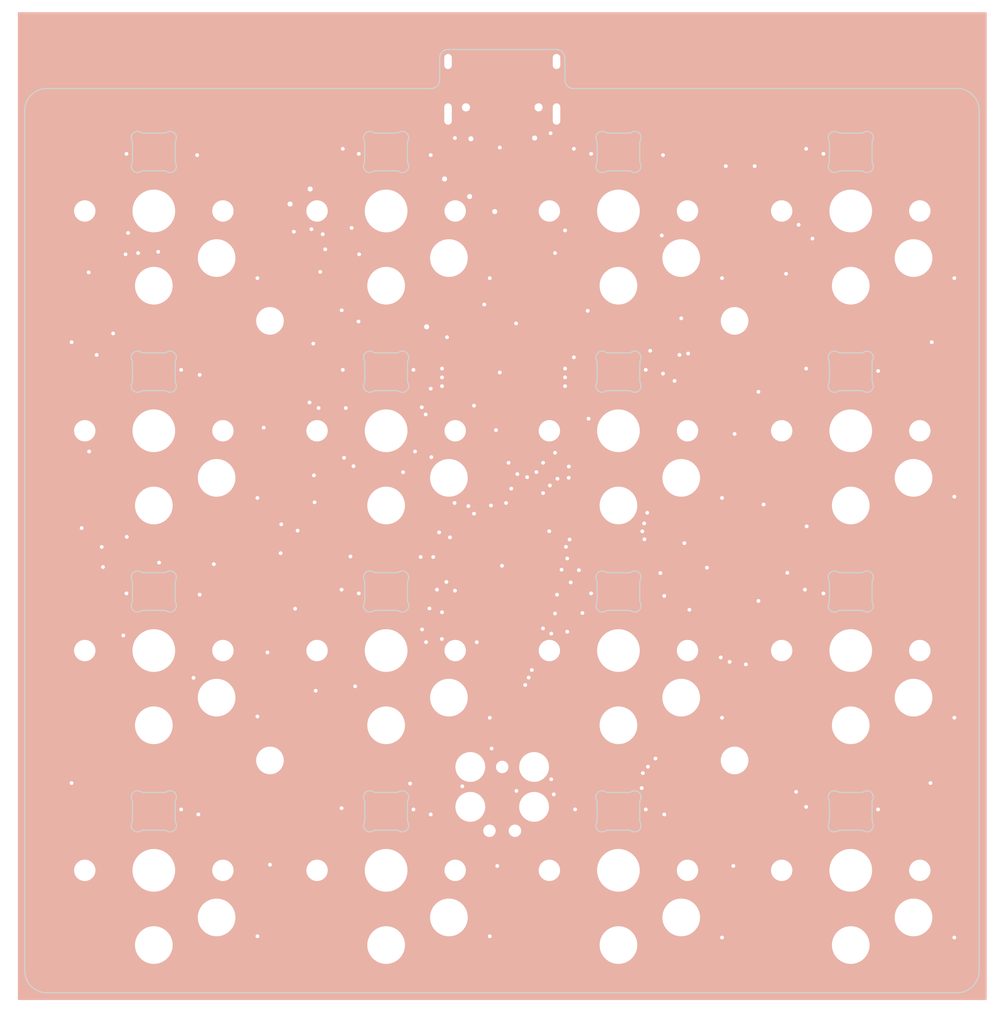
<source format=kicad_pcb>
(kicad_pcb (version 20241229) (generator "pcbnew") (generator_version "9.0")
  (layers (0 "F.Cu" signal) (4 "In1.Cu" signal) (6 "In2.Cu" signal) (2 "B.Cu" signal) (13 "F.Paste" user) (15 "B.Paste" user) (5 "F.SilkS" user "F.Silkscreen") (7 "B.SilkS" user "B.Silkscreen") (1 "F.Mask" user) (3 "B.Mask" user) (25 "Edge.Cuts" user))
  (net 0 "")
  (net 1 "GND")
  (net 2 "RGB_PWR")
  (net 3 "+3.3V")
  (net 4 "BOOT0")
  (net 5 "Net-(D1-DOUT)")
  (net 6 "nRST")
  (net 7 "Net-(D2-DOUT)")
  (net 8 "RGB_PWM_5V")
  (net 9 "Net-(D5-DOUT)")
  (net 10 "D-")
  (net 11 "Net-(D3-DOUT)")
  (net 12 "D+")
  (net 13 "CC2")
  (net 14 "CC1")
  (net 15 "SWO")
  (net 16 "SWDIO")
  (net 17 "SWCLK")
  (net 18 "Net-(D4-DOUT)")
  (net 19 "Net-(D5-DIN)")
  (net 20 "Net-(D6-DIN)")
  (net 21 "kM")
  (net 22 "Net-(D7-DIN)")
  (net 23 "kN")
  (net 24 "kO")
  (net 25 "kP")
  (net 26 "FLASH_CS")
  (net 27 "kA")
  (net 28 "kB")
  (net 29 "kC")
  (net 30 "kD")
  (net 31 "kE")
  (net 32 "kF")
  (net 33 "kG")
  (net 34 "kH")
  (net 35 "kI")
  (net 36 "kJ")
  (net 37 "kK")
  (net 38 "kL")
  (net 39 "SPI1_MOSI")
  (net 40 "SPI1_SCK")
  (net 41 "SPI1_MISO")
  (net 42 "Net-(D10-DIN)")
  (net 43 "Net-(D10-DOUT)")
  (net 44 "Net-(D11-DOUT)")
  (net 45 "Net-(D12-DOUT)")
  (net 47 "Net-(D18-A)")
  (net 50 "~{RGB_FAULT}")
  (net 51 "RGB_PWM_3V3")
  (net 52 "Net-(U3-ILIM)")
  (net 53 "Net-(R10-Pad2)")
  (net 54 "Net-(R13-Pad2)")
  (net 55 "~{RGB_EN}")
  (net 56 "Net-(U1-Pad4)")
  (net 58 "VBUS")
  (net 59 "ADC1_IN12")
  (net 62 "Net-(D13-DIN)")
  (net 63 "Net-(D14-DIN)")
  (net 64 "Net-(D15-DIN)")
  (net 72 "ADC2_IN12")
  (net 75 "Net-(U10-Pad4)")
  (net 76 "Net-(U10-Pad1)")
  (net 77 "Net-(U10-Pad2)")
  (net 78 "/VBUS_IN")
  (net 81 "Net-(U13-Pad4)")
  (net 83 "Net-(U14-Pad2)")
  (net 84 "Net-(U12-Pad2)")
  (footprint "kibuzzard-677E65CD" (layer "F.Cu") (at 123.75 78.25)
    (property "Reference" "kibuzzard-677E65CD" (hide yes))
    (property "Value" "G***" (hide yes))
  )
  (footprint "LCSC:SOT-553-5_L1.6-W1.2-P0.50-LS1.6-BL" (layer "F.Cu") (at 179.1 56.28)
    (property "Reference" "U1" (hide yes))
    (property "Value" "SN74LVC1G14DRL")
  )
  (footprint "Capacitor_SMD:C_0402_1005Metric" (layer "F.Cu") (at 165.1 90.4 -45)
    (property "Reference" "C21" (hide yes))
    (property "Value" "100n")
  )
  (footprint "Capacitor_SMD:C_0402_1005Metric" (layer "F.Cu") (at 175.8 66.8 -90)
    (property "Reference" "C13" (hide yes))
    (property "Value" "100n")
  )
  (footprint "Resistor_SMD:R_0603_1608Metric" (layer "F.Cu") (at 162.1 68.2 -90)
    (property "Reference" "R5" (hide yes))
    (property "Value" "75k")
  )
  (footprint "Capacitor_SMD:C_0402_1005Metric" (layer "F.Cu") (at 165.8 89.7 -45)
    (property "Reference" "C17" (hide yes))
    (property "Value" "100n")
  )
  (footprint "PCM_marbastlib-choc:SW_choc_v1_HS_CPG135001S30_1u" (layer "F.Cu") (at 170.25 110.25)
    (property "Reference" "SW14" (hide yes))
    (property "Value" "Push")
  )
  (footprint "PCM_marbastlib-choc:SW_choc_v1_HS_CPG135001S30_1u" (layer "F.Cu") (at 151.75 92.75)
    (property "Reference" "SW11" (hide yes))
    (property "Value" "Push")
  )
  (footprint "Resistor_SMD:R_0402_1005Metric" (layer "F.Cu") (at 183.6 63.7 90)
    (property "Reference" "R7" (hide yes))
    (property "Value" "10k")
  )
  (footprint "Resistor_SMD:R_0402_1005Metric" (layer "F.Cu") (at 146.5 63.7 90)
    (property "Reference" "R11" (hide yes))
    (property "Value" "10k")
  )
  (footprint "MountingHole:MountingHole_2.2mm_M2_Pad" (layer "F.Cu") (at 179.5 101.5)
    (property "Reference" "H4" (hide yes))
    (property "Value" "2mm")
  )
  (footprint "Package_TO_SOT_SMD:SOT-23-3" (layer "F.Cu") (at 159.568 67.278 90)
    (property "Reference" "U4" (hide yes))
    (property "Value" "XC6206PxxxMR")
  )
  (footprint "kibuzzard-677E65D8" (layer "F.Cu") (at 123.75 84.5)
    (property "Reference" "kibuzzard-677E65D8" (hide yes))
    (property "Value" "G***" (hide yes))
  )
  (footprint "LCSC:WDFN-6_L2.0-W2.0-P0.65-BL-EP-1" (layer "F.Cu") (at 156.3 66 90)
    (property "Reference" "U3" (hide yes))
    (property "Value" "AP2552FDC-7")
  )
  (footprint "LCSC:SOT-23-5_L3.0-W1.7-P0.95-LS2.8-BR" (layer "F.Cu") (at 142.5 56.2 -90)
    (property "Reference" "U5" (hide yes))
    (property "Value" "INA180A4")
  )
  (footprint "PCM_marbastlib-choc:SW_choc_v1_HS_CPG135001S30_1u" (layer "F.Cu") (at 188.75 110.25)
    (property "Reference" "SW13" (hide yes))
    (property "Value" "Push")
  )
  (footprint "Resistor_SMD:R_1206_3216Metric" (layer "F.Cu") (at 158.75 56.134 -45)
    (property "Reference" "R3" (hide yes))
    (property "Value" "0.05R")
  )
  (footprint "Kobold:LED_choc_6028R" (layer "F.Cu") (at 170.25 88.05)
    (property "Reference" "D10" (hide yes))
    (property "Value" "RGB")
    (fp_line (start -1.699999 -0.702841) (end -1.699999 0.702843) (stroke (width 0.1)) (layer "Edge.Cuts"))
    (fp_line (start -0.794452 1.5) (end 0.794453 1.5) (stroke (width 0.1)) (layer "Edge.Cuts"))
    (fp_line (start 0.794452 -1.499999) (end -0.794452 -1.499999) (stroke (width 0.1)) (layer "Edge.Cuts"))
    (fp_line (start 1.699999 0.702843) (end 1.699999 -0.702841) (stroke (width 0.1)) (layer "Edge.Cuts"))
    (fp_arc (start -1.749484 -0.919719) (mid -1.712527 -0.814067) (end -1.699999 -0.702842) (stroke (width 0.1)) (layer "Edge.Cuts"))
    (fp_arc (start -1.749484 -0.919719) (mid -1.63807 -1.504033) (end -1.046711 -1.568296) (stroke (width 0.1)) (layer "Edge.Cuts"))
    (fp_arc (start -1.699999 0.702843) (mid -1.712527 0.814069) (end -1.749484 0.919721) (stroke (width 0.1)) (layer "Edge.Cuts"))
    (fp_arc (start -1.046711 1.5683) (mid -1.638071 1.504036) (end -1.749484 0.919721) (stroke (width 0.1)) (layer "Edge.Cuts"))
    (fp_arc (start -1.046711 1.5683) (mid -0.925123 1.517378) (end -0.794453 1.500001) (stroke (width 0.1)) (layer "Edge.Cuts"))
    (fp_arc (start -0.794452 -1.499999) (mid -0.925122 -1.517376) (end -1.04671 -1.568298) (stroke (width 0.1)) (layer "Edge.Cuts"))
    (fp_arc (start 0.794453 1.5) (mid 0.925123 1.517377) (end 1.046711 1.568299) (stroke (width 0.1)) (layer "Edge.Cuts"))
    (fp_arc (start 1.046711 -1.568298) (mid 0.925123 -1.517376) (end 0.794452 -1.499999) (stroke (width 0.1)) (layer "Edge.Cuts"))
    (fp_arc (start 1.046711 -1.568298) (mid 1.638072 -1.504034) (end 1.749484 -0.919718) (stroke (width 0.1)) (layer "Edge.Cuts"))
    (fp_arc (start 1.699999 -0.702841) (mid 1.712527 -0.814067) (end 1.749484 -0.919719) (stroke (width 0.1)) (layer "Edge.Cuts"))
    (fp_arc (start 1.749484 0.919721) (mid 1.638071 1.504035) (end 1.046711 1.568299) (stroke (width 0.1)) (layer "Edge.Cuts"))
    (fp_arc (start 1.749484 0.919721) (mid 1.712527 0.814069) (end 1.699999 0.702844) (stroke (width 0.1)) (layer "Edge.Cuts"))
  )
  (footprint "Capacitor_SMD:C_0402_1005Metric" (layer "F.Cu") (at 127.2 67.7)
    (property "Reference" "C6" (hide yes))
    (property "Value" "4.7u")
  )
  (footprint "Capacitor_SMD:C_0402_1005Metric" (layer "F.Cu") (at 132.72 60.56)
    (property "Reference" "C26" (hide yes))
    (property "Value" "100n")
  )
  (footprint "Capacitor_SMD:C_0402_1005Metric" (layer "F.Cu") (at 185.5 58.75)
    (property "Reference" "C12" (hide yes))
    (property "Value" "100n")
  )
  (footprint "Kobold:LED_choc_6028R" (layer "F.Cu") (at 133.25 88.05)
    (property "Reference" "D12" (hide yes))
    (property "Value" "RGB")
    (fp_line (start -1.699999 -0.702841) (end -1.699999 0.702843) (stroke (width 0.1)) (layer "Edge.Cuts"))
    (fp_line (start -0.794452 1.5) (end 0.794453 1.5) (stroke (width 0.1)) (layer "Edge.Cuts"))
    (fp_line (start 0.794452 -1.499999) (end -0.794452 -1.499999) (stroke (width 0.1)) (layer "Edge.Cuts"))
    (fp_line (start 1.699999 0.702843) (end 1.699999 -0.702841) (stroke (width 0.1)) (layer "Edge.Cuts"))
    (fp_arc (start -1.749484 -0.919719) (mid -1.712527 -0.814067) (end -1.699999 -0.702842) (stroke (width 0.1)) (layer "Edge.Cuts"))
    (fp_arc (start -1.749484 -0.919719) (mid -1.63807 -1.504033) (end -1.046711 -1.568296) (stroke (width 0.1)) (layer "Edge.Cuts"))
    (fp_arc (start -1.699999 0.702843) (mid -1.712527 0.814069) (end -1.749484 0.919721) (stroke (width 0.1)) (layer "Edge.Cuts"))
    (fp_arc (start -1.046711 1.5683) (mid -1.638071 1.504036) (end -1.749484 0.919721) (stroke (width 0.1)) (layer "Edge.Cuts"))
    (fp_arc (start -1.046711 1.5683) (mid -0.925123 1.517378) (end -0.794453 1.500001) (stroke (width 0.1)) (layer "Edge.Cuts"))
    (fp_arc (start -0.794452 -1.499999) (mid -0.925122 -1.517376) (end -1.04671 -1.568298) (stroke (width 0.1)) (layer "Edge.Cuts"))
    (fp_arc (start 0.794453 1.5) (mid 0.925123 1.517377) (end 1.046711 1.568299) (stroke (width 0.1)) (layer "Edge.Cuts"))
    (fp_arc (start 1.046711 -1.568298) (mid 0.925123 -1.517376) (end 0.794452 -1.499999) (stroke (width 0.1)) (layer "Edge.Cuts"))
    (fp_arc (start 1.046711 -1.568298) (mid 1.638072 -1.504034) (end 1.749484 -0.919718) (stroke (width 0.1)) (layer "Edge.Cuts"))
    (fp_arc (start 1.699999 -0.702841) (mid 1.712527 -0.814067) (end 1.749484 -0.919719) (stroke (width 0.1)) (layer "Edge.Cuts"))
    (fp_arc (start 1.749484 0.919721) (mid 1.638071 1.504035) (end 1.046711 1.568299) (stroke (width 0.1)) (layer "Edge.Cuts"))
    (fp_arc (start 1.749484 0.919721) (mid 1.712527 0.814069) (end 1.699999 0.702844) (stroke (width 0.1)) (layer "Edge.Cuts"))
  )
  (footprint "Diode_SMD:D_SOD-882" (layer "F.Cu") (at 157.48 52.832)
    (property "Reference" "D17" (hide yes))
    (property "Value" "H5VL10B")
  )
  (footprint "kibuzzard-677E6634" (layer "F.Cu") (at 129.5 49.75)
    (property "Reference" "kibuzzard-677E6634" (hide yes))
    (property "Value" "G***" (hide yes))
  )
  (footprint "Capacitor_SMD:C_0402_1005Metric" (layer "F.Cu") (at 126.7 81.4 90)
    (property "Reference" "C19" (hide yes))
    (property "Value" "100n")
  )
  (footprint "Capacitor_SMD:C_0402_1005Metric" (layer "F.Cu") (at 128.6 85.987 90)
    (property "Reference" "C27" (hide yes))
    (property "Value" "100n")
  )
  (footprint "Capacitor_SMD:C_0402_1005Metric" (layer "F.Cu") (at 176.05 83.75 90)
    (property "Reference" "C11" (hide yes))
    (property "Value" "100n")
  )
  (footprint "PCM_marbastlib-choc:SW_choc_v1_HS_CPG135001S30_1u" (layer "F.Cu") (at 188.75 75.25)
    (property "Reference" "SW5" (hide yes))
    (property "Value" "Push")
  )
  (footprint "Resistor_SMD:R_0402_1005Metric" (layer "F.Cu") (at 159.5 71.4)
    (property "Reference" "R1" (hide yes))
    (property "Value" "10k")
  )
  (footprint "LCSC:SOT-553-5_L1.6-W1.2-P0.50-LS1.6-BL" (layer "F.Cu") (at 167.05 60.2)
    (property "Reference" "U11" (hide yes))
    (property "Value" "SN74LVC1G14DRL")
  )
  (footprint "Capacitor_SMD:C_0402_1005Metric" (layer "F.Cu") (at 194.7 102.7 180)
    (property "Reference" "C5" (hide yes))
    (property "Value" "4.7u")
  )
  (footprint "Capacitor_SMD:C_0402_1005Metric" (layer "F.Cu") (at 160.3 64.6)
    (property "Reference" "C8" (hide yes))
    (property "Value" "4.7u")
  )
  (footprint "Kobold:LED_choc_6028R-ROT" (layer "F.Cu") (at 151.75 70.55)
    (property "Reference" "D7" (hide yes))
    (property "Value" "RGB")
    (fp_line (start -1.699999 -0.702843) (end -1.699999 0.702841) (stroke (width 0.1)) (layer "Edge.Cuts"))
    (fp_line (start -0.794452 1.499999) (end 0.794452 1.499999) (stroke (width 0.1)) (layer "Edge.Cuts"))
    (fp_line (start 0.794452 -1.5) (end -0.794453 -1.5) (stroke (width 0.1)) (layer "Edge.Cuts"))
    (fp_line (start 1.699999 0.702841) (end 1.699999 -0.702843) (stroke (width 0.1)) (layer "Edge.Cuts"))
    (fp_arc (start -1.749484 -0.919721) (mid -1.712527 -0.814069) (end -1.699999 -0.702844) (stroke (width 0.1)) (layer "Edge.Cuts"))
    (fp_arc (start -1.749484 -0.919721) (mid -1.63807 -1.504035) (end -1.046711 -1.568299) (stroke (width 0.1)) (layer "Edge.Cuts"))
    (fp_arc (start -1.699999 0.702841) (mid -1.712527 0.814067) (end -1.749484 0.919719) (stroke (width 0.1)) (layer "Edge.Cuts"))
    (fp_arc (start -1.046711 1.568298) (mid -1.638072 1.504034) (end -1.749484 0.919718) (stroke (width 0.1)) (layer "Edge.Cuts"))
    (fp_arc (start -1.046711 1.568298) (mid -0.925123 1.517376) (end -0.794452 1.499999) (stroke (width 0.1)) (layer "Edge.Cuts"))
    (fp_arc (start -0.794453 -1.5) (mid -0.925123 -1.517377) (end -1.046711 -1.568299) (stroke (width 0.1)) (layer "Edge.Cuts"))
    (fp_arc (start 0.794452 1.499999) (mid 0.925122 1.517376) (end 1.04671 1.568298) (stroke (width 0.1)) (layer "Edge.Cuts"))
    (fp_arc (start 1.046711 -1.5683) (mid 0.925123 -1.517378) (end 0.794453 -1.500001) (stroke (width 0.1)) (layer "Edge.Cuts"))
    (fp_arc (start 1.046711 -1.5683) (mid 1.638071 -1.504036) (end 1.749484 -0.919721) (stroke (width 0.1)) (layer "Edge.Cuts"))
    (fp_arc (start 1.699999 -0.702843) (mid 1.712527 -0.814069) (end 1.749484 -0.919721) (stroke (width 0.1)) (layer "Edge.Cuts"))
    (fp_arc (start 1.749484 0.919719) (mid 1.63807 1.504033) (end 1.046711 1.568296) (stroke (width 0.1)) (layer "Edge.Cuts"))
    (fp_arc (start 1.749484 0.919719) (mid 1.712527 0.814067) (end 1.699999 0.702842) (stroke (width 0.1)) (layer "Edge.Cuts"))
  )
  (footprint "PCM_marbastlib-choc:SW_choc_v1_HS_CPG135001S30_1u" (layer "F.Cu") (at 170.25 92.75)
    (property "Reference" "SW10" (hide yes))
    (property "Value" "Push")
  )
  (footprint "Capacitor_SMD:C_0402_1005Metric" (layer "F.Cu") (at 154.76 84.8 180)
    (property "Reference" "C18" (hide yes))
    (property "Value" "100n")
  )
  (footprint "Kobold:LED_choc_6028R" (layer "F.Cu") (at 151.75 53.05)
    (property "Reference" "D3" (hide yes))
    (property "Value" "RGB")
    (fp_line (start -1.699999 -0.702841) (end -1.699999 0.702843) (stroke (width 0.1)) (layer "Edge.Cuts"))
    (fp_line (start -0.794452 1.5) (end 0.794453 1.5) (stroke (width 0.1)) (layer "Edge.Cuts"))
    (fp_line (start 0.794452 -1.499999) (end -0.794452 -1.499999) (stroke (width 0.1)) (layer "Edge.Cuts"))
    (fp_line (start 1.699999 0.702843) (end 1.699999 -0.702841) (stroke (width 0.1)) (layer "Edge.Cuts"))
    (fp_arc (start -1.749484 -0.919719) (mid -1.712527 -0.814067) (end -1.699999 -0.702842) (stroke (width 0.1)) (layer "Edge.Cuts"))
    (fp_arc (start -1.749484 -0.919719) (mid -1.63807 -1.504033) (end -1.046711 -1.568296) (stroke (width 0.1)) (layer "Edge.Cuts"))
    (fp_arc (start -1.699999 0.702843) (mid -1.712527 0.814069) (end -1.749484 0.919721) (stroke (width 0.1)) (layer "Edge.Cuts"))
    (fp_arc (start -1.046711 1.5683) (mid -1.638071 1.504036) (end -1.749484 0.919721) (stroke (width 0.1)) (layer "Edge.Cuts"))
    (fp_arc (start -1.046711 1.5683) (mid -0.925123 1.517378) (end -0.794453 1.500001) (stroke (width 0.1)) (layer "Edge.Cuts"))
    (fp_arc (start -0.794452 -1.499999) (mid -0.925122 -1.517376) (end -1.04671 -1.568298) (stroke (width 0.1)) (layer "Edge.Cuts"))
    (fp_arc (start 0.794453 1.5) (mid 0.925123 1.517377) (end 1.046711 1.568299) (stroke (width 0.1)) (layer "Edge.Cuts"))
    (fp_arc (start 1.046711 -1.568298) (mid 0.925123 -1.517376) (end 0.794452 -1.499999) (stroke (width 0.1)) (layer "Edge.Cuts"))
    (fp_arc (start 1.046711 -1.568298) (mid 1.638072 -1.504034) (end 1.749484 -0.919718) (stroke (width 0.1)) (layer "Edge.Cuts"))
    (fp_arc (start 1.699999 -0.702841) (mid 1.712527 -0.814067) (end 1.749484 -0.919719) (stroke (width 0.1)) (layer "Edge.Cuts"))
    (fp_arc (start 1.749484 0.919721) (mid 1.638071 1.504035) (end 1.046711 1.568299) (stroke (width 0.1)) (layer "Edge.Cuts"))
    (fp_arc (start 1.749484 0.919721) (mid 1.712527 0.814069) (end 1.699999 0.702844) (stroke (width 0.1)) (layer "Edge.Cuts"))
  )
  (footprint "Capacitor_SMD:C_0402_1005Metric" (layer "F.Cu") (at 165.6 60.2 -90)
    (property "Reference" "C14" (hide yes))
    (property "Value" "100n")
  )
  (footprint "Package_SO:SOIC-8_5.3x5.3mm_P1.27mm" (layer "F.Cu") (at 179.5 87.5 90)
    (property "Reference" "U8" (hide yes))
    (property "Value" "W25Q128JVSIQ")
  )
  (footprint "MountingHole:MountingHole_2.2mm_M2_Pad" (layer "F.Cu") (at 142.5 66.5)
    (property "Reference" "H1" (hide yes))
    (property "Value" "2mm")
  )
  (footprint "PCM_marbastlib-choc:SW_choc_v1_HS_CPG135001S30_1u" (layer "F.Cu") (at 133.25 110.25)
    (property "Reference" "SW16" (hide yes))
    (property "Value" "Push")
  )
  (footprint "PCM_marbastlib-choc:SW_choc_v1_HS_CPG135001S30_1u" (layer "F.Cu") (at 170.25 75.25)
    (property "Reference" "SW6" (hide yes))
    (property "Value" "Push")
  )
  (footprint "LCSC:SOT-553-5_L1.6-W1.2-P0.50-LS1.6-BL" (layer "F.Cu") (at 174 66.8 -90)
    (property "Reference" "U10" (hide yes))
    (property "Value" "SN74AHC1G08DRL")
  )
  (footprint "Capacitor_SMD:C_0402_1005Metric" (layer "F.Cu") (at 155.6 67.7 180)
    (property "Reference" "C3" (hide yes))
    (property "Value" "100n")
  )
  (footprint "Capacitor_SMD:C_0402_1005Metric" (layer "F.Cu") (at 162.11 79.7 90)
    (property "Reference" "C16" (hide yes))
    (property "Value" "100n")
  )
  (footprint "Kobold:LED_choc_6028R" (layer "F.Cu") (at 170.25 53.05)
    (property "Reference" "D2" (hide yes))
    (property "Value" "RGB")
    (fp_line (start -1.699999 -0.702841) (end -1.699999 0.702843) (stroke (width 0.1)) (layer "Edge.Cuts"))
    (fp_line (start -0.794452 1.5) (end 0.794453 1.5) (stroke (width 0.1)) (layer "Edge.Cuts"))
    (fp_line (start 0.794452 -1.499999) (end -0.794452 -1.499999) (stroke (width 0.1)) (layer "Edge.Cuts"))
    (fp_line (start 1.699999 0.702843) (end 1.699999 -0.702841) (stroke (width 0.1)) (layer "Edge.Cuts"))
    (fp_arc (start -1.749484 -0.919719) (mid -1.712527 -0.814067) (end -1.699999 -0.702842) (stroke (width 0.1)) (layer "Edge.Cuts"))
    (fp_arc (start -1.749484 -0.919719) (mid -1.63807 -1.504033) (end -1.046711 -1.568296) (stroke (width 0.1)) (layer "Edge.Cuts"))
    (fp_arc (start -1.699999 0.702843) (mid -1.712527 0.814069) (end -1.749484 0.919721) (stroke (width 0.1)) (layer "Edge.Cuts"))
    (fp_arc (start -1.046711 1.5683) (mid -1.638071 1.504036) (end -1.749484 0.919721) (stroke (width 0.1)) (layer "Edge.Cuts"))
    (fp_arc (start -1.046711 1.5683) (mid -0.925123 1.517378) (end -0.794453 1.500001) (stroke (width 0.1)) (layer "Edge.Cuts"))
    (fp_arc (start -0.794452 -1.499999) (mid -0.925122 -1.517376) (end -1.04671 -1.568298) (stroke (width 0.1)) (layer "Edge.Cuts"))
    (fp_arc (start 0.794453 1.5) (mid 0.925123 1.517377) (end 1.046711 1.568299) (stroke (width 0.1)) (layer "Edge.Cuts"))
    (fp_arc (start 1.046711 -1.568298) (mid 0.925123 -1.517376) (end 0.794452 -1.499999) (stroke (width 0.1)) (layer "Edge.Cuts"))
    (fp_arc (start 1.046711 -1.568298) (mid 1.638072 -1.504034) (end 1.749484 -0.919718) (stroke (width 0.1)) (layer "Edge.Cuts"))
    (fp_arc (start 1.699999 -0.702841) (mid 1.712527 -0.814067) (end 1.749484 -0.919719) (stroke (width 0.1)) (layer "Edge.Cuts"))
    (fp_arc (start 1.749484 0.919721) (mid 1.638071 1.504035) (end 1.046711 1.568299) (stroke (width 0.1)) (layer "Edge.Cuts"))
    (fp_arc (start 1.749484 0.919721) (mid 1.712527 0.814069) (end 1.699999 0.702844) (stroke (width 0.1)) (layer "Edge.Cuts"))
  )
  (footprint "MountingHole:MountingHole_2.2mm_M2_Pad" (layer "F.Cu") (at 142.5 101.5)
    (property "Reference" "H3" (hide yes))
    (property "Value" "2mm")
  )
  (footprint "Resistor_SMD:R_0603_1608Metric" (layer "F.Cu") (at 157.7 70.9 90)
    (property "Reference" "R2" (hide yes))
    (property "Value" "75k")
  )
  (footprint "Capacitor_SMD:C_0402_1005Metric" (layer "F.Cu") (at 181.3 54.58)
    (property "Reference" "C2" (hide yes))
    (property "Value" "100n")
  )
  (footprint "LCSC:SOT-553-5_L1.6-W1.2-P0.50-LS1.6-BL" (layer "F.Cu") (at 146.18 78.2 -90)
    (property "Reference" "U12" (hide yes))
    (property "Value" "SN74AHC1G08DRL")
  )
  (footprint "LCSC:SW-SMD_4P-L3.0-W2.6-P1.80-LS3.4-TL" (layer "F.Cu") (at 126 78.25)
    (property "Reference" "SW18" (hide yes))
    (property "Value" "DFU")
  )
  (footprint "Resistor_SMD:R_0402_1005Metric" (layer "F.Cu") (at 178.2 92.7)
    (property "Reference" "R6" (hide yes))
    (property "Value" "10k")
  )
  (footprint "PCM_marbastlib-choc:SW_choc_v1_HS_CPG135001S30_1u" (layer "F.Cu") (at 151.75 75.25)
    (property "Reference" "SW7" (hide yes))
    (property "Value" "Push")
  )
  (footprint "Package_DFN_QFN:QFN-48-1EP_7x7mm_P0.5mm_EP5.6x5.6mm" (layer "F.Cu") (at 160.974777 86 45)
    (property "Reference" "U7" (hide yes))
    (property "Value" "STM32G431CBU6")
  )
  (footprint "PCM_marbastlib-choc:SW_choc_v1_HS_CPG135001S30_1u" (layer "F.Cu") (at 133.25 92.75)
    (property "Reference" "SW12" (hide yes))
    (property "Value" "Push")
  )
  (footprint "Kobold:LED_choc_6028R-ROT" (layer "F.Cu") (at 170.25 105.55)
    (property "Reference" "D14" (hide yes))
    (property "Value" "RGB")
    (fp_line (start -1.699999 -0.702843) (end -1.699999 0.702841) (stroke (width 0.1)) (layer "Edge.Cuts"))
    (fp_line (start -0.794452 1.499999) (end 0.794452 1.499999) (stroke (width 0.1)) (layer "Edge.Cuts"))
    (fp_line (start 0.794452 -1.5) (end -0.794453 -1.5) (stroke (width 0.1)) (layer "Edge.Cuts"))
    (fp_line (start 1.699999 0.702841) (end 1.699999 -0.702843) (stroke (width 0.1)) (layer "Edge.Cuts"))
    (fp_arc (start -1.749484 -0.919721) (mid -1.712527 -0.814069) (end -1.699999 -0.702844) (stroke (width 0.1)) (layer "Edge.Cuts"))
    (fp_arc (start -1.749484 -0.919721) (mid -1.63807 -1.504035) (end -1.046711 -1.568299) (stroke (width 0.1)) (layer "Edge.Cuts"))
    (fp_arc (start -1.699999 0.702841) (mid -1.712527 0.814067) (end -1.749484 0.919719) (stroke (width 0.1)) (layer "Edge.Cuts"))
    (fp_arc (start -1.046711 1.568298) (mid -1.638072 1.504034) (end -1.749484 0.919718) (stroke (width 0.1)) (layer "Edge.Cuts"))
    (fp_arc (start -1.046711 1.568298) (mid -0.925123 1.517376) (end -0.794452 1.499999) (stroke (width 0.1)) (layer "Edge.Cuts"))
    (fp_arc (start -0.794453 -1.5) (mid -0.925123 -1.517377) (end -1.046711 -1.568299) (stroke (width 0.1)) (layer "Edge.Cuts"))
    (fp_arc (start 0.794452 1.499999) (mid 0.925122 1.517376) (end 1.04671 1.568298) (stroke (width 0.1)) (layer "Edge.Cuts"))
    (fp_arc (start 1.046711 -1.5683) (mid 0.925123 -1.517378) (end 0.794453 -1.500001) (stroke (width 0.1)) (layer "Edge.Cuts"))
    (fp_arc (start 1.046711 -1.5683) (mid 1.638071 -1.504036) (end 1.749484 -0.919721) (stroke (width 0.1)) (layer "Edge.Cuts"))
    (fp_arc (start 1.699999 -0.702843) (mid 1.712527 -0.814069) (end 1.749484 -0.919721) (stroke (width 0.1)) (layer "Edge.Cuts"))
    (fp_arc (start 1.749484 0.919719) (mid 1.63807 1.504033) (end 1.046711 1.568296) (stroke (width 0.1)) (layer "Edge.Cuts"))
    (fp_arc (start 1.749484 0.919719) (mid 1.712527 0.814067) (end 1.699999 0.702842) (stroke (width 0.1)) (layer "Edge.Cuts"))
  )
  (footprint "Kobold:LED_choc_6028R-ROT" (layer "F.Cu") (at 188.75 105.55)
    (property "Reference" "D13" (hide yes))
    (property "Value" "RGB")
    (fp_line (start -1.699999 -0.702843) (end -1.699999 0.702841) (stroke (width 0.1)) (layer "Edge.Cuts"))
    (fp_line (start -0.794452 1.499999) (end 0.794452 1.499999) (stroke (width 0.1)) (layer "Edge.Cuts"))
    (fp_line (start 0.794452 -1.5) (end -0.794453 -1.5) (stroke (width 0.1)) (layer "Edge.Cuts"))
    (fp_line (start 1.699999 0.702841) (end 1.699999 -0.702843) (stroke (width 0.1)) (layer "Edge.Cuts"))
    (fp_arc (start -1.749484 -0.919721) (mid -1.712527 -0.814069) (end -1.699999 -0.702844) (stroke (width 0.1)) (layer "Edge.Cuts"))
    (fp_arc (start -1.749484 -0.919721) (mid -1.63807 -1.504035) (end -1.046711 -1.568299) (stroke (width 0.1)) (layer "Edge.Cuts"))
    (fp_arc (start -1.699999 0.702841) (mid -1.712527 0.814067) (end -1.749484 0.919719) (stroke (width 0.1)) (layer "Edge.Cuts"))
    (fp_arc (start -1.046711 1.568298) (mid -1.638072 1.504034) (end -1.749484 0.919718) (stroke (width 0.1)) (layer "Edge.Cuts"))
    (fp_arc (start -1.046711 1.568298) (mid -0.925123 1.517376) (end -0.794452 1.499999) (stroke (width 0.1)) (layer "Edge.Cuts"))
    (fp_arc (start -0.794453 -1.5) (mid -0.925123 -1.517377) (end -1.046711 -1.568299) (stroke (width 0.1)) (layer "Edge.Cuts"))
    (fp_arc (start 0.794452 1.499999) (mid 0.925122 1.517376) (end 1.04671 1.568298) (stroke (width 0.1)) (layer "Edge.Cuts"))
    (fp_arc (start 1.046711 -1.5683) (mid 0.925123 -1.517378) (end 0.794453 -1.500001) (stroke (width 0.1)) (layer "Edge.Cuts"))
    (fp_arc (start 1.046711 -1.5683) (mid 1.638071 -1.504036) (end 1.749484 -0.919721) (stroke (width 0.1)) (layer "Edge.Cuts"))
    (fp_arc (start 1.699999 -0.702843) (mid 1.712527 -0.814069) (end 1.749484 -0.919721) (stroke (width 0.1)) (layer "Edge.Cuts"))
    (fp_arc (start 1.749484 0.919719) (mid 1.63807 1.504033) (end 1.046711 1.568296) (stroke (width 0.1)) (layer "Edge.Cuts"))
    (fp_arc (start 1.749484 0.919719) (mid 1.712527 0.814067) (end 1.699999 0.702842) (stroke (width 0.1)) (layer "Edge.Cuts"))
  )
  (footprint "MountingHole:MountingHole_2.2mm_M2_Pad" (layer "F.Cu") (at 179.5 66.5)
    (property "Reference" "H2" (hide yes))
    (property "Value" "2mm")
  )
  (footprint "Capacitor_SMD:C_0402_1005Metric" (layer "F.Cu") (at 140.3 55.2 -90)
    (property "Reference" "C10" (hide yes))
    (property "Value" "100n")
  )
  (footprint "Resistor_SMD:R_0402_1005Metric" (layer "F.Cu") (at 144.38 78.2 -90)
    (property "Reference" "R10" (hide yes))
    (property "Value" "1k")
  )
  (footprint "Kobold:LED_choc_6028R" (layer "F.Cu") (at 133.25 53.05)
    (property "Reference" "D4" (hide yes))
    (property "Value" "RGB")
    (fp_line (start -1.699999 -0.702841) (end -1.699999 0.702843) (stroke (width 0.1)) (layer "Edge.Cuts"))
    (fp_line (start -0.794452 1.5) (end 0.794453 1.5) (stroke (width 0.1)) (layer "Edge.Cuts"))
    (fp_line (start 0.794452 -1.499999) (end -0.794452 -1.499999) (stroke (width 0.1)) (layer "Edge.Cuts"))
    (fp_line (start 1.699999 0.702843) (end 1.699999 -0.702841) (stroke (width 0.1)) (layer "Edge.Cuts"))
    (fp_arc (start -1.749484 -0.919719) (mid -1.712527 -0.814067) (end -1.699999 -0.702842) (stroke (width 0.1)) (layer "Edge.Cuts"))
    (fp_arc (start -1.749484 -0.919719) (mid -1.63807 -1.504033) (end -1.046711 -1.568296) (stroke (width 0.1)) (layer "Edge.Cuts"))
    (fp_arc (start -1.699999 0.702843) (mid -1.712527 0.814069) (end -1.749484 0.919721) (stroke (width 0.1)) (layer "Edge.Cuts"))
    (fp_arc (start -1.046711 1.5683) (mid -1.638071 1.504036) (end -1.749484 0.919721) (stroke (width 0.1)) (layer "Edge.Cuts"))
    (fp_arc (start -1.046711 1.5683) (mid -0.925123 1.517378) (end -0.794453 1.500001) (stroke (width 0.1)) (layer "Edge.Cuts"))
    (fp_arc (start -0.794452 -1.499999) (mid -0.925122 -1.517376) (end -1.04671 -1.568298) (stroke (width 0.1)) (layer "Edge.Cuts"))
    (fp_arc (start 0.794453 1.5) (mid 0.925123 1.517377) (end 1.046711 1.568299) (stroke (width 0.1)) (layer "Edge.Cuts"))
    (fp_arc (start 1.046711 -1.568298) (mid 0.925123 -1.517376) (end 0.794452 -1.499999) (stroke (width 0.1)) (layer "Edge.Cuts"))
    (fp_arc (start 1.046711 -1.568298) (mid 1.638072 -1.504034) (end 1.749484 -0.919718) (stroke (width 0.1)) (layer "Edge.Cuts"))
    (fp_arc (start 1.699999 -0.702841) (mid 1.712527 -0.814067) (end 1.749484 -0.919719) (stroke (width 0.1)) (layer "Edge.Cuts"))
    (fp_arc (start 1.749484 0.919721) (mid 1.638071 1.504035) (end 1.046711 1.568299) (stroke (width 0.1)) (layer "Edge.Cuts"))
    (fp_arc (start 1.749484 0.919721) (mid 1.712527 0.814069) (end 1.699999 0.702844) (stroke (width 0.1)) (layer "Edge.Cuts"))
  )
  (footprint "LCSC:SOT-553-5_L1.6-W1.2-P0.50-LS1.6-BL" (layer "F.Cu") (at 147.2 67.1 -90)
    (property "Reference" "U14" (hide yes))
    (property "Value" "SN74AHC1G08DRL")
  )
  (footprint "LCSC:SOT-553-5_L1.6-W1.2-P0.50-LS1.6-BL" (layer "F.Cu") (at 181.3 56.28)
    (property "Reference" "U2" (hide yes))
    (property "Value" "SN74LVC1G14DRL")
  )
  (footprint "Kobold:LED_choc_6028R" (layer "F.Cu") (at 188.75 53.05)
    (property "Reference" "D1" (hide yes))
    (property "Value" "RGB")
    (fp_line (start -1.699999 -0.702841) (end -1.699999 0.702843) (stroke (width 0.1)) (layer "Edge.Cuts"))
    (fp_line (start -0.794452 1.5) (end 0.794453 1.5) (stroke (width 0.1)) (layer "Edge.Cuts"))
    (fp_line (start 0.794452 -1.499999) (end -0.794452 -1.499999) (stroke (width 0.1)) (layer "Edge.Cuts"))
    (fp_line (start 1.699999 0.702843) (end 1.699999 -0.702841) (stroke (width 0.1)) (layer "Edge.Cuts"))
    (fp_arc (start -1.749484 -0.919719) (mid -1.712527 -0.814067) (end -1.699999 -0.702842) (stroke (width 0.1)) (layer "Edge.Cuts"))
    (fp_arc (start -1.749484 -0.919719) (mid -1.63807 -1.504033) (end -1.046711 -1.568296) (stroke (width 0.1)) (layer "Edge.Cuts"))
    (fp_arc (start -1.699999 0.702843) (mid -1.712527 0.814069) (end -1.749484 0.919721) (stroke (width 0.1)) (layer "Edge.Cuts"))
    (fp_arc (start -1.046711 1.5683) (mid -1.638071 1.504036) (end -1.749484 0.919721) (stroke (width 0.1)) (layer "Edge.Cuts"))
    (fp_arc (start -1.046711 1.5683) (mid -0.925123 1.517378) (end -0.794453 1.500001) (stroke (width 0.1)) (layer "Edge.Cuts"))
    (fp_arc (start -0.794452 -1.499999) (mid -0.925122 -1.517376) (end -1.04671 -1.568298) (stroke (width 0.1)) (layer "Edge.Cuts"))
    (fp_arc (start 0.794453 1.5) (mid 0.925123 1.517377) (end 1.046711 1.568299) (stroke (width 0.1)) (layer "Edge.Cuts"))
    (fp_arc (start 1.046711 -1.568298) (mid 0.925123 -1.517376) (end 0.794452 -1.499999) (stroke (width 0.1)) (layer "Edge.Cuts"))
    (fp_arc (start 1.046711 -1.568298) (mid 1.638072 -1.504034) (end 1.749484 -0.919718) (stroke (width 0.1)) (layer "Edge.Cuts"))
    (fp_arc (start 1.699999 -0.702841) (mid 1.712527 -0.814067) (end 1.749484 -0.919719) (stroke (width 0.1)) (layer "Edge.Cuts"))
    (fp_arc (start 1.749484 0.919721) (mid 1.638071 1.504035) (end 1.046711 1.568299) (stroke (width 0.1)) (layer "Edge.Cuts"))
    (fp_arc (start 1.749484 0.919721) (mid 1.712527 0.814069) (end 1.699999 0.702844) (stroke (width 0.1)) (layer "Edge.Cuts"))
  )
  (footprint "PCM_marbastlib-choc:SW_choc_v1_HS_CPG135001S30_1u" (layer "F.Cu") (at 170.25 57.75)
    (property "Reference" "SW2" (hide yes))
    (property "Value" "Push")
  )
  (footprint "Capacitor_SMD:C_0402_1005Metric" (layer "F.Cu") (at 156.31 88.62 -90)
    (property "Reference" "C22" (hide yes))
    (property "Value" "100n")
  )
  (footprint "Capacitor_SMD:C_0402_1005Metric" (layer "F.Cu") (at 145.55 80.75 90)
    (property "Reference" "C25" (hide yes))
    (property "Value" "100n")
  )
  (footprint "PCM_marbastlib-choc:SW_choc_v1_HS_CPG135001S30_1u" (layer "F.Cu") (at 133.25 75.25)
    (property "Reference" "SW8" (hide yes))
    (property "Value" "Push")
  )
  (footprint "Kobold:LED_choc_6028R-ROT" (layer "F.Cu") (at 188.75 70.55)
    (property "Reference" "D5" (hide yes))
    (property "Value" "RGB")
    (fp_line (start -1.699999 -0.702843) (end -1.699999 0.702841) (stroke (width 0.1)) (layer "Edge.Cuts"))
    (fp_line (start -0.794452 1.499999) (end 0.794452 1.499999) (stroke (width 0.1)) (layer "Edge.Cuts"))
    (fp_line (start 0.794452 -1.5) (end -0.794453 -1.5) (stroke (width 0.1)) (layer "Edge.Cuts"))
    (fp_line (start 1.699999 0.702841) (end 1.699999 -0.702843) (stroke (width 0.1)) (layer "Edge.Cuts"))
    (fp_arc (start -1.749484 -0.919721) (mid -1.712527 -0.814069) (end -1.699999 -0.702844) (stroke (width 0.1)) (layer "Edge.Cuts"))
    (fp_arc (start -1.749484 -0.919721) (mid -1.63807 -1.504035) (end -1.046711 -1.568299) (stroke (width 0.1)) (layer "Edge.Cuts"))
    (fp_arc (start -1.699999 0.702841) (mid -1.712527 0.814067) (end -1.749484 0.919719) (stroke (width 0.1)) (layer "Edge.Cuts"))
    (fp_arc (start -1.046711 1.568298) (mid -1.638072 1.504034) (end -1.749484 0.919718) (stroke (width 0.1)) (layer "Edge.Cuts"))
    (fp_arc (start -1.046711 1.568298) (mid -0.925123 1.517376) (end -0.794452 1.499999) (stroke (width 0.1)) (layer "Edge.Cuts"))
    (fp_arc (start -0.794453 -1.5) (mid -0.925123 -1.517377) (end -1.046711 -1.568299) (stroke (width 0.1)) (layer "Edge.Cuts"))
    (fp_arc (start 0.794452 1.499999) (mid 0.925122 1.517376) (end 1.04671 1.568298) (stroke (width 0.1)) (layer "Edge.Cuts"))
    (fp_arc (start 1.046711 -1.5683) (mid 0.925123 -1.517378) (end 0.794453 -1.500001) (stroke (width 0.1)) (layer "Edge.Cuts"))
    (fp_arc (start 1.046711 -1.5683) (mid 1.638071 -1.504036) (end 1.749484 -0.919721) (stroke (width 0.1)) (layer "Edge.Cuts"))
    (fp_arc (start 1.699999 -0.702843) (mid 1.712527 -0.814069) (end 1.749484 -0.919721) (stroke (width 0.1)) (layer "Edge.Cuts"))
    (fp_arc (start 1.749484 0.919719) (mid 1.63807 1.504033) (end 1.046711 1.568296) (stroke (width 0.1)) (layer "Edge.Cuts"))
    (fp_arc (start 1.749484 0.919719) (mid 1.712527 0.814067) (end 1.699999 0.702842) (stroke (width 0.1)) (layer "Edge.Cuts"))
  )
  (footprint "PCM_marbastlib-choc:SW_choc_v1_HS_CPG135001S30_1u" (layer "F.Cu") (at 133.25 57.75)
    (property "Reference" "SW4" (hide yes))
    (property "Value" "Push")
  )
  (footprint "Connector_USB:USB_C_Receptacle_HRO_TYPE-C-31-M-12" (layer "F.Cu") (at 161 46.9 180)
    (property "Reference" "J1" (hide yes))
    (property "Value" "TYPE-C-31-M-12")
  )
  (footprint "kibuzzard-677E6627" (layer "F.Cu") (at 187.08 50)
    (property "Reference" "kibuzzard-677E6627" (hide yes))
    (property "Value" "G***" (hide yes))
  )
  (footprint "Resistor_SMD:R_0402_1005Metric" (layer "F.Cu") (at 144.85 84.7)
    (property "Reference" "R13" (hide yes))
    (property "Value" "1k")
  )
  (footprint "Capacitor_SMD:C_0402_1005Metric" (layer "F.Cu") (at 179.1 54.68)
    (property "Reference" "C1" (hide yes))
    (property "Value" "100n")
  )
  (footprint "Capacitor_SMD:C_0402_1005Metric" (layer "F.Cu") (at 147.3 60 -90)
    (property "Reference" "C23" (hide yes))
    (property "Value" "100n")
  )
  (footprint "PCM_marbastlib-choc:SW_choc_v1_HS_CPG135001S30_1u" (layer "F.Cu") (at 151.75 110.25)
    (property "Reference" "SW15" (hide yes))
    (property "Value" "Push")
  )
  (footprint "Capacitor_SMD:C_0402_1005Metric" (layer "F.Cu") (at 127.2 102.7)
    (property "Reference" "C7" (hide yes))
    (property "Value" "4.7u")
  )
  (footprint "Capacitor_SMD:C_0402_1005Metric" (layer "F.Cu") (at 149 67 -90)
    (property "Reference" "C24" (hide yes))
    (property "Value" "100n")
  )
  (footprint "Kobold:LED_choc_6028R-ROT" (layer "F.Cu") (at 133.25 105.55)
    (property "Reference" "D16" (hide yes))
    (property "Value" "RGB")
    (fp_line (start -1.699999 -0.702843) (end -1.699999 0.702841) (stroke (width 0.1)) (layer "Edge.Cuts"))
    (fp_line (start -0.794452 1.499999) (end 0.794452 1.499999) (stroke (width 0.1)) (layer "Edge.Cuts"))
    (fp_line (start 0.794452 -1.5) (end -0.794453 -1.5) (stroke (width 0.1)) (layer "Edge.Cuts"))
    (fp_line (start 1.699999 0.702841) (end 1.699999 -0.702843) (stroke (width 0.1)) (layer "Edge.Cuts"))
    (fp_arc (start -1.749484 -0.919721) (mid -1.712527 -0.814069) (end -1.699999 -0.702844) (stroke (width 0.1)) (layer "Edge.Cuts"))
    (fp_arc (start -1.749484 -0.919721) (mid -1.63807 -1.504035) (end -1.046711 -1.568299) (stroke (width 0.1)) (layer "Edge.Cuts"))
    (fp_arc (start -1.699999 0.702841) (mid -1.712527 0.814067) (end -1.749484 0.919719) (stroke (width 0.1)) (layer "Edge.Cuts"))
    (fp_arc (start -1.046711 1.568298) (mid -1.638072 1.504034) (end -1.749484 0.919718) (stroke (width 0.1)) (layer "Edge.Cuts"))
    (fp_arc (start -1.046711 1.568298) (mid -0.925123 1.517376) (end -0.794452 1.499999) (stroke (width 0.1)) (layer "Edge.Cuts"))
    (fp_arc (start -0.794453 -1.5) (mid -0.925123 -1.517377) (end -1.046711 -1.568299) (stroke (width 0.1)) (layer "Edge.Cuts"))
    (fp_arc (start 0.794452 1.499999) (mid 0.925122 1.517376) (end 1.04671 1.568298) (stroke (width 0.1)) (layer "Edge.Cuts"))
    (fp_arc (start 1.046711 -1.5683) (mid 0.925123 -1.517378) (end 0.794453 -1.500001) (stroke (width 0.1)) (layer "Edge.Cuts"))
    (fp_arc (start 1.046711 -1.5683) (mid 1.638071 -1.504036) (end 1.749484 -0.919721) (stroke (width 0.1)) (layer "Edge.Cuts"))
    (fp_arc (start 1.699999 -0.702843) (mid 1.712527 -0.814069) (end 1.749484 -0.919721) (stroke (width 0.1)) (layer "Edge.Cuts"))
    (fp_arc (start 1.749484 0.919719) (mid 1.63807 1.504033) (end 1.046711 1.568296) (stroke (width 0.1)) (layer "Edge.Cuts"))
    (fp_arc (start 1.749484 0.919719) (mid 1.712527 0.814067) (end 1.699999 0.702842) (stroke (width 0.1)) (layer "Edge.Cuts"))
  )
  (footprint "LCSC:SOT-553-5_L1.6-W1.2-P0.50-LS1.6-BL" (layer "F.Cu") (at 144.8 82.6 -90)
    (property "Reference" "U15" (hide yes))
    (property "Value" "SN74LVC1G14DRL")
  )
  (footprint "LCSC:SOT-553-5_L1.6-W1.2-P0.50-LS1.6-BL" (layer "F.Cu") (at 185.48 60.3)
    (property "Reference" "U9" (hide yes))
    (property "Value" "SN74LVC1G14DRL")
  )
  (footprint "PCM_marbastlib-choc:SW_choc_v1_HS_CPG135001S30_1u" (layer "F.Cu") (at 188.75 92.75)
    (property "Reference" "SW9" (hide yes))
    (property "Value" "Push")
  )
  (footprint "Capacitor_SMD:C_0402_1005Metric" (layer "F.Cu") (at 147.9 78.2 -90)
    (property "Reference" "C15" (hide yes))
    (property "Value" "100n")
  )
  (footprint "kibuzzard-677E65DF" (layer "F.Cu") (at 123.75 87.5)
    (property "Reference" "kibuzzard-677E65DF" (hide yes))
    (property "Value" "G***" (hide yes))
  )
  (footprint "LCSC:DFN2510-10_L2.5-W1.0-P0.50-BL" (layer "F.Cu") (at 161 54.3)
    (property "Reference" "U6" (hide yes))
    (property "Value" "H5VU25U")
  )
  (footprint "Connector:Tag-Connect_TC2030-IDC-FP_2x03_P1.27mm_Vertical" (layer "F.Cu") (at 160.994 104.56 -90)
    (property "Reference" "J2" (hide yes))
    (property "Value" "TC2030")
  )
  (footprint "LCSC:SW-SMD_4P-L3.0-W2.6-P1.80-LS3.4-TL" (layer "F.Cu") (at 126 84.5)
    (property "Reference" "SW17" (hide yes))
    (property "Value" "BOOT0")
  )
  (footprint "Kobold:LED_choc_6028R-ROT" (layer "F.Cu") (at 133.25 70.55)
    (property "Reference" "D8" (hide yes))
    (property "Value" "RGB")
    (fp_line (start -1.699999 -0.702843) (end -1.699999 0.702841) (stroke (width 0.1)) (layer "Edge.Cuts"))
    (fp_line (start -0.794452 1.499999) (end 0.794452 1.499999) (stroke (width 0.1)) (layer "Edge.Cuts"))
    (fp_line (start 0.794452 -1.5) (end -0.794453 -1.5) (stroke (width 0.1)) (layer "Edge.Cuts"))
    (fp_line (start 1.699999 0.702841) (end 1.699999 -0.702843) (stroke (width 0.1)) (layer "Edge.Cuts"))
    (fp_arc (start -1.749484 -0.919721) (mid -1.712527 -0.814069) (end -1.699999 -0.702844) (stroke (width 0.1)) (layer "Edge.Cuts"))
    (fp_arc (start -1.749484 -0.919721) (mid -1.63807 -1.504035) (end -1.046711 -1.568299) (stroke (width 0.1)) (layer "Edge.Cuts"))
    (fp_arc (start -1.699999 0.702841) (mid -1.712527 0.814067) (end -1.749484 0.919719) (stroke (width 0.1)) (layer "Edge.Cuts"))
    (fp_arc (start -1.046711 1.568298) (mid -1.638072 1.504034) (end -1.749484 0.919718) (stroke (width 0.1)) (layer "Edge.Cuts"))
    (fp_arc (start -1.046711 1.568298) (mid -0.925123 1.517376) (end -0.794452 1.499999) (stroke (width 0.1)) (layer "Edge.Cuts"))
    (fp_arc (start -0.794453 -1.5) (mid -0.925123 -1.517377) (end -1.046711 -1.568299) (stroke (width 0.1)) (layer "Edge.Cuts"))
    (fp_arc (start 0.794452 1.499999) (mid 0.925122 1.517376) (end 1.04671 1.568298) (stroke (width 0.1)) (layer "Edge.Cuts"))
    (fp_arc (start 1.046711 -1.5683) (mid 0.925123 -1.517378) (end 0.794453 -1.500001) (stroke (width 0.1)) (layer "Edge.Cuts"))
    (fp_arc (start 1.046711 -1.5683) (mid 1.638071 -1.504036) (end 1.749484 -0.919721) (stroke (width 0.1)) (layer "Edge.Cuts"))
    (fp_arc (start 1.699999 -0.702843) (mid 1.712527 -0.814069) (end 1.749484 -0.919721) (stroke (width 0.1)) (layer "Edge.Cuts"))
    (fp_arc (start 1.749484 0.919719) (mid 1.63807 1.504033) (end 1.046711 1.568296) (stroke (width 0.1)) (layer "Edge.Cuts"))
    (fp_arc (start 1.749484 0.919719) (mid 1.712527 0.814067) (end 1.699999 0.702842) (stroke (width 0.1)) (layer "Edge.Cuts"))
  )
  (footprint "Capacitor_SMD:C_0402_1005Metric" (layer "F.Cu") (at 160.32 69.9 180)
    (property "Reference" "C9" (hide yes))
    (property "Value" "4.7u")
  )
  (footprint "PCM_marbastlib-choc:SW_choc_v1_HS_CPG135001S30_1u" (layer "F.Cu") (at 151.75 57.75)
    (property "Reference" "SW3" (hide yes))
    (property "Value" "Push")
  )
  (footprint "Resistor_SMD:R_0603_1608Metric" (layer "F.Cu") (at 125.3 81.4 90)
    (property "Reference" "R9" (hide yes))
    (property "Value" "75k")
  )
  (footprint "LCSC:SOT-553-5_L1.6-W1.2-P0.50-LS1.6-BL" (layer "F.Cu") (at 148.77 60.14)
    (property "Reference" "U13" (hide yes))
    (property "Value" "SN74LVC1G14DRL")
  )
  (footprint "Kobold:LED_choc_6028R-ROT" (layer "F.Cu") (at 170.25 70.55)
    (property "Reference" "D6" (hide yes))
    (property "Value" "RGB")
    (fp_line (start -1.699999 -0.702843) (end -1.699999 0.702841) (stroke (width 0.1)) (layer "Edge.Cuts"))
    (fp_line (start -0.794452 1.499999) (end 0.794452 1.499999) (stroke (width 0.1)) (layer "Edge.Cuts"))
    (fp_line (start 0.794452 -1.5) (end -0.794453 -1.5) (stroke (width 0.1)) (layer "Edge.Cuts"))
    (fp_line (start 1.699999 0.702841) (end 1.699999 -0.702843) (stroke (width 0.1)) (layer "Edge.Cuts"))
    (fp_arc (start -1.749484 -0.919721) (mid -1.712527 -0.814069) (end -1.699999 -0.702844) (stroke (width 0.1)) (layer "Edge.Cuts"))
    (fp_arc (start -1.749484 -0.919721) (mid -1.63807 -1.504035) (end -1.046711 -1.568299) (stroke (width 0.1)) (layer "Edge.Cuts"))
    (fp_arc (start -1.699999 0.702841) (mid -1.712527 0.814067) (end -1.749484 0.919719) (stroke (width 0.1)) (layer "Edge.Cuts"))
    (fp_arc (start -1.046711 1.568298) (mid -1.638072 1.504034) (end -1.749484 0.919718) (stroke (width 0.1)) (layer "Edge.Cuts"))
    (fp_arc (start -1.046711 1.568298) (mid -0.925123 1.517376) (end -0.794452 1.499999) (stroke (width 0.1)) (layer "Edge.Cuts"))
    (fp_arc (start -0.794453 -1.5) (mid -0.925123 -1.517377) (end -1.046711 -1.568299) (stroke (width 0.1)) (layer "Edge.Cuts"))
    (fp_arc (start 0.794452 1.499999) (mid 0.925122 1.517376) (end 1.04671 1.568298) (stroke (width 0.1)) (layer "Edge.Cuts"))
    (fp_arc (start 1.046711 -1.5683) (mid 0.925123 -1.517378) (end 0.794453 -1.500001) (stroke (width 0.1)) (layer "Edge.Cuts"))
    (fp_arc (start 1.046711 -1.5683) (mid 1.638071 -1.504036) (end 1.749484 -0.919721) (stroke (width 0.1)) (layer "Edge.Cuts"))
    (fp_arc (start 1.699999 -0.702843) (mid 1.712527 -0.814069) (end 1.749484 -0.919721) (stroke (width 0.1)) (layer "Edge.Cuts"))
    (fp_arc (start 1.749484 0.919719) (mid 1.63807 1.504033) (end 1.046711 1.568296) (stroke (width 0.1)) (layer "Edge.Cuts"))
    (fp_arc (start 1.749484 0.919719) (mid 1.712527 0.814067) (end 1.699999 0.702842) (stroke (width 0.1)) (layer "Edge.Cuts"))
  )
  (footprint "Capacitor_SMD:C_0402_1005Metric" (layer "F.Cu") (at 194.8 67.7 180)
    (property "Reference" "C4" (hide yes))
    (property "Value" "4.7u")
  )
  (footprint "Kobold:LED_choc_6028R" (layer "F.Cu") (at 188.75 88.05)
    (property "Reference" "D9" (hide yes))
    (property "Value" "RGB")
    (fp_line (start -1.699999 -0.702841) (end -1.699999 0.702843) (stroke (width 0.1)) (layer "Edge.Cuts"))
    (fp_line (start -0.794452 1.5) (end 0.794453 1.5) (stroke (width 0.1)) (layer "Edge.Cuts"))
    (fp_line (start 0.794452 -1.499999) (end -0.794452 -1.499999) (stroke (width 0.1)) (layer "Edge.Cuts"))
    (fp_line (start 1.699999 0.702843) (end 1.699999 -0.702841) (stroke (width 0.1)) (layer "Edge.Cuts"))
    (fp_arc (start -1.749484 -0.919719) (mid -1.712527 -0.814067) (end -1.699999 -0.702842) (stroke (width 0.1)) (layer "Edge.Cuts"))
    (fp_arc (start -1.749484 -0.919719) (mid -1.63807 -1.504033) (end -1.046711 -1.568296) (stroke (width 0.1)) (layer "Edge.Cuts"))
    (fp_arc (start -1.699999 0.702843) (mid -1.712527 0.814069) (end -1.749484 0.919721) (stroke (width 0.1)) (layer "Edge.Cuts"))
    (fp_arc (start -1.046711 1.5683) (mid -1.638071 1.504036) (end -1.749484 0.919721) (stroke (width 0.1)) (layer "Edge.Cuts"))
    (fp_arc (start -1.046711 1.5683) (mid -0.925123 1.517378) (end -0.794453 1.500001) (stroke (width 0.1)) (layer "Edge.Cuts"))
    (fp_arc (start -0.794452 -1.499999) (mid -0.925122 -1.517376) (end -1.04671 -1.568298) (stroke (width 0.1)) (layer "Edge.Cuts"))
    (fp_arc (start 0.794453 1.5) (mid 0.925123 1.517377) (end 1.046711 1.568299) (stroke (width 0.1)) (layer "Edge.Cuts"))
    (fp_arc (start 1.046711 -1.568298) (mid 0.925123 -1.517376) (end 0.794452 -1.499999) (stroke (width 0.1)) (layer "Edge.Cuts"))
    (fp_arc (start 1.046711 -1.568298) (mid 1.638072 -1.504034) (end 1.749484 -0.919718) (stroke (width 0.1)) (layer "Edge.Cuts"))
    (fp_arc (start 1.699999 -0.702841) (mid 1.712527 -0.814067) (end 1.749484 -0.919719) (stroke (width 0.1)) (layer "Edge.Cuts"))
    (fp_arc (start 1.749484 0.919721) (mid 1.638071 1.504035) (end 1.046711 1.568299) (stroke (width 0.1)) (layer "Edge.Cuts"))
    (fp_arc (start 1.749484 0.919721) (mid 1.712527 0.814069) (end 1.699999 0.702844) (stroke (width 0.1)) (layer "Edge.Cuts"))
  )
  (footprint "PCM_marbastlib-choc:SW_choc_v1_HS_CPG135001S30_1u" (layer "F.Cu") (at 188.75 57.75)
    (property "Reference" "SW1" (hide yes))
    (property "Value" "Push")
  )
  (footprint "LCSC:SW-SMD_4P-L3.0-W2.6-P1.80-LS3.4-TL" (layer "F.Cu") (at 126 87.5)
    (property "Reference" "SW19" (hide yes))
    (property "Value" "nRST")
  )
  (footprint "Resistor_SMD:R_0603_1608Metric" (layer "F.Cu") (at 162.1 65.2 -90)
    (property "Reference" "R4" (hide yes))
    (property "Value" "75k")
  )
  (footprint "LCSC:SOT-553-5_L1.6-W1.2-P0.50-LS1.6-BL" (layer "F.Cu") (at 130.24 60.16)
    (property "Reference" "U16" (hide yes))
    (property "Value" "SN74LVC1G14DRL")
  )
  (footprint "Kobold:LED_choc_6028R" (layer "F.Cu") (at 151.75 88.05)
    (property "Reference" "D11" (hide yes))
    (property "Value" "RGB")
    (fp_line (start -1.699999 -0.702841) (end -1.699999 0.702843) (stroke (width 0.1)) (layer "Edge.Cuts"))
    (fp_line (start -0.794452 1.5) (end 0.794453 1.5) (stroke (width 0.1)) (layer "Edge.Cuts"))
    (fp_line (start 0.794452 -1.499999) (end -0.794452 -1.499999) (stroke (width 0.1)) (layer "Edge.Cuts"))
    (fp_line (start 1.699999 0.702843) (end 1.699999 -0.702841) (stroke (width 0.1)) (layer "Edge.Cuts"))
    (fp_arc (start -1.749484 -0.919719) (mid -1.712527 -0.814067) (end -1.699999 -0.702842) (stroke (width 0.1)) (layer "Edge.Cuts"))
    (fp_arc (start -1.749484 -0.919719) (mid -1.63807 -1.504033) (end -1.046711 -1.568296) (stroke (width 0.1)) (layer "Edge.Cuts"))
    (fp_arc (start -1.699999 0.702843) (mid -1.712527 0.814069) (end -1.749484 0.919721) (stroke (width 0.1)) (layer "Edge.Cuts"))
    (fp_arc (start -1.046711 1.5683) (mid -1.638071 1.504036) (end -1.749484 0.919721) (stroke (width 0.1)) (layer "Edge.Cuts"))
    (fp_arc (start -1.046711 1.5683) (mid -0.925123 1.517378) (end -0.794453 1.500001) (stroke (width 0.1)) (layer "Edge.Cuts"))
    (fp_arc (start -0.794452 -1.499999) (mid -0.925122 -1.517376) (end -1.04671 -1.568298) (stroke (width 0.1)) (layer "Edge.Cuts"))
    (fp_arc (start 0.794453 1.5) (mid 0.925123 1.517377) (end 1.046711 1.568299) (stroke (width 0.1)) (layer "Edge.Cuts"))
    (fp_arc (start 1.046711 -1.568298) (mid 0.925123 -1.517376) (end 0.794452 -1.499999) (stroke (width 0.1)) (layer "Edge.Cuts"))
    (fp_arc (start 1.046711 -1.568298) (mid 1.638072 -1.504034) (end 1.749484 -0.919718) (stroke (width 0.1)) (layer "Edge.Cuts"))
    (fp_arc (start 1.699999 -0.702841) (mid 1.712527 -0.814067) (end 1.749484 -0.919719) (stroke (width 0.1)) (layer "Edge.Cuts"))
    (fp_arc (start 1.749484 0.919721) (mid 1.638071 1.504035) (end 1.046711 1.568299) (stroke (width 0.1)) (layer "Edge.Cuts"))
    (fp_arc (start 1.749484 0.919721) (mid 1.712527 0.814069) (end 1.699999 0.702844) (stroke (width 0.1)) (layer "Edge.Cuts"))
  )
  (footprint "Resistor_SMD:R_0402_1005Metric" (layer "F.Cu") (at 128.06 63.67 90)
    (property "Reference" "R12" (hide yes))
    (property "Value" "10k")
  )
  (footprint "Resistor_SMD:R_0402_1005Metric" (layer "F.Cu") (at 166.7 65.7)
    (property "Reference" "R8" (hide yes))
    (property "Value" "10k")
  )
  (footprint "Capacitor_SMD:C_0402_1005Metric" (layer "F.Cu") (at 167.8 85.9)
    (property "Reference" "C20" (hide yes))
    (property "Value" "100n")
  )
  (footprint "Kobold:LED_choc_6028R-ROT" (layer "F.Cu") (at 151.75 105.55)
    (property "Reference" "D15" (hide yes))
    (property "Value" "RGB")
    (fp_line (start -1.699999 -0.702843) (end -1.699999 0.702841) (stroke (width 0.1)) (layer "Edge.Cuts"))
    (fp_line (start -0.794452 1.499999) (end 0.794452 1.499999) (stroke (width 0.1)) (layer "Edge.Cuts"))
    (fp_line (start 0.794452 -1.5) (end -0.794453 -1.5) (stroke (width 0.1)) (layer "Edge.Cuts"))
    (fp_line (start 1.699999 0.702841) (end 1.699999 -0.702843) (stroke (width 0.1)) (layer "Edge.Cuts"))
    (fp_arc (start -1.749484 -0.919721) (mid -1.712527 -0.814069) (end -1.699999 -0.702844) (stroke (width 0.1)) (layer "Edge.Cuts"))
    (fp_arc (start -1.749484 -0.919721) (mid -1.63807 -1.504035) (end -1.046711 -1.568299) (stroke (width 0.1)) (layer "Edge.Cuts"))
    (fp_arc (start -1.699999 0.702841) (mid -1.712527 0.814067) (end -1.749484 0.919719) (stroke (width 0.1)) (layer "Edge.Cuts"))
    (fp_arc (start -1.046711 1.568298) (mid -1.638072 1.504034) (end -1.749484 0.919718) (stroke (width 0.1)) (layer "Edge.Cuts"))
    (fp_arc (start -1.046711 1.568298) (mid -0.925123 1.517376) (end -0.794452 1.499999) (stroke (width 0.1)) (layer "Edge.Cuts"))
    (fp_arc (start -0.794453 -1.5) (mid -0.925123 -1.517377) (end -1.046711 -1.568299) (stroke (width 0.1)) (layer "Edge.Cuts"))
    (fp_arc (start 0.794452 1.499999) (mid 0.925122 1.517376) (end 1.04671 1.568298) (stroke (width 0.1)) (layer "Edge.Cuts"))
    (fp_arc (start 1.046711 -1.5683) (mid 0.925123 -1.517378) (end 0.794453 -1.500001) (stroke (width 0.1)) (layer "Edge.Cuts"))
    (fp_arc (start 1.046711 -1.5683) (mid 1.638071 -1.504036) (end 1.749484 -0.919721) (stroke (width 0.1)) (layer "Edge.Cuts"))
    (fp_arc (start 1.699999 -0.702843) (mid 1.712527 -0.814069) (end 1.749484 -0.919721) (stroke (width 0.1)) (layer "Edge.Cuts"))
    (fp_arc (start 1.749484 0.919719) (mid 1.63807 1.504033) (end 1.046711 1.568296) (stroke (width 0.1)) (layer "Edge.Cuts"))
    (fp_arc (start 1.749484 0.919719) (mid 1.712527 0.814067) (end 1.699999 0.702842) (stroke (width 0.1)) (layer "Edge.Cuts"))
  )
  (footprint "Diode_SMD:D_SOD-323" (layer "F.Cu") (at 129.7 84.1)
    (property "Reference" "D18" (hide yes))
    (property "Value" "1N4148")
  )
  (gr_rect (start 122.5 42) (end 199.5 120.5) (stroke (width 0.15)) (fill yes) (layer "B.SilkS"))
  (gr_line (start 165.986982 47.310968) (end 165.989965 45.582141) (stroke (width 0.1)) (layer "Edge.Cuts"))
  (gr_arc (start 156.01 47.334945) (mid 155.802688 47.813279) (end 155.317859 48.004909) (stroke (width 0.1)) (layer "Edge.Cuts"))
  (gr_line (start 156.702141 44.890035) (end 165.320035 44.890035) (stroke (width 0.1)) (layer "Edge.Cuts"))
  (gr_line (start 156.01 45.56) (end 156.01 47.334945) (stroke (width 0.1)) (layer "Edge.Cuts"))
  (gr_line (start 124.725 120) (end 197.225 120) (stroke (width 0.1)) (layer "Edge.Cuts"))
  (gr_arc (start 197.225 48) (mid 198.462437 48.512563) (end 198.975 49.75) (stroke (width 0.1)) (layer "Edge.Cuts"))
  (gr_arc (start 166.656946 48.003109) (mid 166.178612 47.795797) (end 165.986982 47.310968) (stroke (width 0.1)) (layer "Edge.Cuts"))
  (gr_arc (start 122.97 49.75) (mid 123.482563 48.512563) (end 124.72 48) (stroke (width 0.1)) (layer "Edge.Cuts"))
  (gr_line (start 198.975 118.25) (end 198.975 49.75) (stroke (width 0.1)) (layer "Edge.Cuts"))
  (gr_line (start 124.72 48) (end 155.317859 48.004909) (stroke (width 0.1)) (layer "Edge.Cuts"))
  (gr_arc (start 165.32 44.89) (mid 165.79833 45.097316) (end 165.989965 45.582141) (stroke (width 0.1)) (layer "Edge.Cuts"))
  (gr_line (start 122.97 49.75) (end 122.97 118.25) (stroke (width 0.1)) (layer "Edge.Cuts"))
  (gr_arc (start 156.01 45.56) (mid 156.217316 45.08167) (end 156.702141 44.890035) (stroke (width 0.1)) (layer "Edge.Cuts"))
  (gr_arc (start 124.725 120) (mid 123.487563 119.487437) (end 122.975 118.25) (stroke (width 0.1)) (layer "Edge.Cuts"))
  (gr_arc (start 198.975 118.25) (mid 198.462437 119.487437) (end 197.225 120) (stroke (width 0.1)) (layer "Edge.Cuts"))
  (gr_line (start 197.225 48) (end 166.656946 48.003109) (stroke (width 0.1)) (layer "Edge.Cuts"))
  (segment (start 166.139411 91.219411) (end 166.17 91.25) (width 0.2) (layer "F.Cu") (net 1))
  (segment (start 159.995 96.5) (end 159.995 98.095) (width 0.2) (layer "F.Cu") (net 1))
  (segment (start 178.495 98.095) (end 178.5 98.1) (width 0.2) (layer "F.Cu") (net 1))
  (segment (start 157.226 51.943) (end 157.13 52.039) (width 0.35) (layer "F.Cu") (net 1))
  (segment (start 172.975 87.195) (end 173.59 86.58) (width 0.2) (layer "F.Cu") (net 1))
  (segment (start 144.08 83.1) (end 144.6 83.1) (width 0.2) (layer "F.Cu") (net 1))
  (segment (start 141.495 114) (end 141.495 115.495) (width 0.2) (layer "F.Cu") (net 1))
  (segment (start 157.75 51.419) (end 157.226 51.943) (width 0.35) (layer "F.Cu") (net 1))
  (segment (start 159.995 63.095) (end 160 63.1) (width 0.2) (layer "F.Cu") (net 1))
  (segment (start 131 61.2) (end 130.74 60.94) (width 0.2) (layer "F.Cu") (net 1))
  (segment (start 154.28 84.8) (end 154.28 85.08) (width 0.2) (layer "F.Cu") (net 1))
  (segment (start 161 52.9) (end 160.8 52.7) (width 0.2) (layer "F.Cu") (net 1))
  (segment (start 178.495 63.095) (end 178.5 63.1) (width 0.2) (layer "F.Cu") (net 1))
  (segment (start 168.28 85.9) (end 172.44 85.9) (width 0.2) (layer "F.Cu") (net 1))
  (segment (start 141.495 79) (end 141.495 80.595) (width 0.2) (layer "F.Cu") (net 1))
  (segment (start 178.495 61.5) (end 178.495 63.095) (width 0.2) (layer "F.Cu") (net 1))
  (segment (start 196.995 114) (end 196.995 115.595) (width 0.2) (layer "F.Cu") (net 1))
  (segment (start 164.25 50.966) (end 164.846 51.562) (width 0.35) (layer "F.Cu") (net 1))
  (segment (start 178.495 115.595) (end 178.5 115.6) (width 0.2) (layer "F.Cu") (net 1))
  (segment (start 161 53.87) (end 161 52.9) (width 0.2) (layer "F.Cu") (net 1))
  (segment (start 159.995 115.495) (end 160 115.5) (width 0.2) (layer "F.Cu") (net 1))
  (segment (start 147.22 60.48) (end 146.9 60.8) (width 0.2) (layer "F.Cu") (net 1))
  (segment (start 172.98 86.44) (end 172.98 87.295) (width 0.2) (layer "F.Cu") (net 1))
  (segment (start 196.995 61.5) (end 196.995 63.095) (width 0.2) (layer "F.Cu") (net 1))
  (segment (start 165.6 60.7) (end 165.2 61.1) (width 0.2) (layer "F.Cu") (net 1))
  (segment (start 159.995 98.095) (end 160 98.1) (width 0.2) (layer "F.Cu") (net 1))
  (segment (start 141.495 96.5) (end 141.495 97.995) (width 0.2) (layer "F.Cu") (net 1))
  (segment (start 141.495 63.095) (end 141.5 63.1) (width 0.2) (layer "F.Cu") (net 1))
  (segment (start 162.11 78.79) (end 162.2 78.7) (width 0.2) (layer "F.Cu") (net 1))
  (segment (start 178.495 79) (end 178.495 80.595) (width 0.2) (layer "F.Cu") (net 1))
  (segment (start 141.495 61.5) (end 141.495 63.095) (width 0.2) (layer "F.Cu") (net 1))
  (segment (start 141.495 97.995) (end 141.5 98) (width 0.2) (layer "F.Cu") (net 1))
  (segment (start 144.6 83.1) (end 144.7 83.2) (width 0.2) (layer "F.Cu") (net 1))
  (segment (start 159.995 114) (end 159.995 115.495) (width 0.2) (layer "F.Cu") (net 1))
  (segment (start 133.2 60.6) (end 133.6 61) (width 0.2) (layer "F.Cu") (net 1))
  (segment (start 141.495 115.495) (end 141.5 115.5) (width 0.2) (layer "F.Cu") (net 1))
  (segment (start 196.995 115.595) (end 197 115.6) (width 0.2) (layer "F.Cu") (net 1))
  (segment (start 196.995 96.5) (end 196.995 98.095) (width 0.2) (layer "F.Cu") (net 1))
  (segment (start 178.495 114) (end 178.495 115.595) (width 0.2) (layer "F.Cu") (net 1))
  (segment (start 162.11 79.22) (end 162.11 78.79) (width 0.2) (layer "F.Cu") (net 1))
  (segment (start 156.5 67.7) (end 156.6 67.8) (width 0.2) (layer "F.Cu") (net 1))
  (segment (start 156.31 89.1) (end 156.31 89.59) (width 0.2) (layer "F.Cu") (net 1))
  (segment (start 178.495 96.5) (end 178.495 98.095) (width 0.2) (layer "F.Cu") (net 1))
  (segment (start 196.995 80.495) (end 197 80.5) (width 0.2) (layer "F.Cu") (net 1))
  (segment (start 172.44 85.9) (end 172.98 86.44) (width 0.2) (layer "F.Cu") (net 1))
  (segment (start 157.13 52.039) (end 157.13 52.832) (width 0.35) (layer "F.Cu") (net 1))
  (segment (start 156.08 67.7) (end 156.5 67.7) (width 0.2) (layer "F.Cu") (net 1))
  (segment (start 156.31 89.59) (end 156.2 89.7) (width 0.2) (layer "F.Cu") (net 1))
  (segment (start 159.995 61.5) (end 159.995 63.095) (width 0.2) (layer "F.Cu") (net 1))
  (segment (start 166.139411 90.039411) (end 166.139411 91.219411) (width 0.2) (layer "F.Cu") (net 1))
  (segment (start 145.9 78.7) (end 146 78.8) (width 0.2) (layer "F.Cu") (net 1))
  (segment (start 178.495 80.595) (end 178.5 80.6) (width 0.2) (layer "F.Cu") (net 1))
  (segment (start 196.995 63.095) (end 197 63.1) (width 0.2) (layer "F.Cu") (net 1))
  (segment (start 196.995 98.095) (end 197 98.1) (width 0.2) (layer "F.Cu") (net 1))
  (segment (start 141.495 80.595) (end 141.5 80.6) (width 0.2) (layer "F.Cu") (net 1))
  (segment (start 149.27 60.87) (end 149.6 61.2) (width 0.2) (layer "F.Cu") (net 1))
  (segment (start 196.995 79) (end 196.995 80.495) (width 0.2) (layer "F.Cu") (net 1))
  (segment (start 154.28 85.08) (end 154.5 85.3) (width 0.2) (layer "F.Cu") (net 1))
  (segment (start 160.3 79) (end 161.5 77.8) (width 0.2) (layer "F.Cu") (net 1))
  (segment (start 145.46 78.7) (end 145.9 78.7) (width 0.2) (layer "F.Cu") (net 1))
  (via (at 156.6 67.8) (size 0.5) (drill 0.3) (layers "F.Cu" "B.Cu") (net 1))
  (via (at 197 63.1) (size 0.5) (drill 0.3) (layers "F.Cu" "B.Cu") (net 1))
  (via (at 144.7 83.2) (size 0.5) (drill 0.3) (layers "F.Cu" "B.Cu") (net 1))
  (via (at 145.95 68.31) (size 0.5) (drill 0.3) (layers "F.Cu" "B.Cu") (net 1))
  (via (at 164.846 51.562) (size 0.5) (drill 0.3) (layers "F.Cu" "B.Cu") (net 1))
  (via (at 148.21 65.66) (size 0.5) (drill 0.3) (layers "F.Cu" "B.Cu") (net 1))
  (via (at 164.25 80.213) (size 0.5) (drill 0.3) (layers "F.Cu" "B.Cu") (net 1))
  (via (at 179.4 109.9) (size 0.5) (drill 0.3) (layers "F.Cu" "B.Cu") (net 1))
  (via (at 162.98 78.943) (size 0.5) (drill 0.3) (layers "F.Cu" "B.Cu") (net 1))
  (via (at 162.2 78.7) (size 0.5) (drill 0.3) (layers "F.Cu" "B.Cu") (net 1))
  (via (at 160 115.5) (size 0.5) (drill 0.3) (layers "F.Cu" "B.Cu") (net 1))
  (via (at 178.5 80.6) (size 0.5) (drill 0.3) (layers "F.Cu" "B.Cu") (net 1))
  (via (at 160.5 75.2) (size 0.5) (drill 0.3) (layers "F.Cu" "B.Cu") (net 1))
  (via (at 146 78.8) (size 0.5) (drill 0.3) (layers "F.Cu" "B.Cu") (net 1))
  (via (at 178.5 63.1) (size 0.5) (drill 0.3) (layers "F.Cu" "B.Cu") (net 1))
  (via (at 165.2 77) (size 0.5) (drill 0.3) (layers "F.Cu" "B.Cu") (net 1))
  (via (at 197 80.5) (size 0.5) (drill 0.3) (layers "F.Cu" "B.Cu") (net 1))
  (via (at 156.2 89.7) (size 0.5) (drill 0.3) (layers "F.Cu" "B.Cu") (net 1))
  (via (at 166.17 91.25) (size 0.5) (drill 0.3) (layers "F.Cu" "B.Cu") (net 1))
  (via (at 161.5 77.8) (size 0.5) (drill 0.3) (layers "F.Cu" "B.Cu") (net 1))
  (via (at 141.5 63.1) (size 0.5) (drill 0.3) (layers "F.Cu" "B.Cu") (net 1))
  (via (at 178.5 98.1) (size 0.5) (drill 0.3) (layers "F.Cu" "B.Cu") (net 1))
  (via (at 167.87 74.29) (size 0.5) (drill 0.3) (layers "F.Cu" "B.Cu") (net 1))
  (via (at 141.5 80.6) (size 0.5) (drill 0.3) (layers "F.Cu" "B.Cu") (net 1))
  (via (at 142 75) (size 0.5) (drill 0.3) (layers "F.Cu" "B.Cu") (net 1))
  (via (at 141.5 98) (size 0.5) (drill 0.3) (layers "F.Cu" "B.Cu") (net 1))
  (via (at 197 115.6) (size 0.5) (drill 0.3) (layers "F.Cu" "B.Cu") (net 1))
  (via (at 160.6 109.9) (size 0.5) (drill 0.3) (layers "F.Cu" "B.Cu") (net 1))
  (via (at 160 98.1) (size 0.5) (drill 0.3) (layers "F.Cu" "B.Cu") (net 1))
  (via (at 149.6 61.2) (size 0.5) (drill 0.3) (layers "F.Cu" "B.Cu") (net 1))
  (via (at 157.226 51.943) (size 0.5) (drill 0.3) (layers "F.Cu" "B.Cu") (net 1))
  (via (at 179.5 75.5) (size 0.5) (drill 0.3) (layers "F.Cu" "B.Cu") (net 1))
  (via (at 154.5 85.3) (size 0.5) (drill 0.3) (layers "F.Cu" "B.Cu") (net 1))
  (via (at 133.6 61) (size 0.5) (drill 0.3) (layers "F.Cu" "B.Cu") (net 1))
  (via (at 146.9 60.8) (size 0.5) (drill 0.3) (layers "F.Cu" "B.Cu") (net 1))
  (via (at 197 98.1) (size 0.5) (drill 0.3) (layers "F.Cu" "B.Cu") (net 1))
  (via (at 142.5 109.8) (size 0.5) (drill 0.3) (layers "F.Cu" "B.Cu") (net 1))
  (via (at 160.8 52.7) (size 0.5) (drill 0.3) (layers "F.Cu" "B.Cu") (net 1))
  (via (at 164.25 77.8) (size 0.5) (drill 0.3) (layers "F.Cu" "B.Cu") (net 1))
  (via (at 160.974777 86) (size 0.5) (drill 0.3) (layers "F.Cu" "B.Cu") (net 1))
  (via (at 173.59 86.58) (size 0.5) (drill 0.3) (layers "F.Cu" "B.Cu") (net 1))
  (via (at 131 61.2) (size 0.5) (drill 0.3) (layers "F.Cu" "B.Cu") (net 1))
  (via (at 166.3 78.1) (size 0.5) (drill 0.3) (layers "F.Cu" "B.Cu") (net 1))
  (via (at 165.2 61.1) (size 0.5) (drill 0.3) (layers "F.Cu" "B.Cu") (net 1))
  (via (at 165.393 79.07) (size 0.5) (drill 0.3) (layers "F.Cu" "B.Cu") (net 1))
  (via (at 142.3 92.9) (size 0.5) (drill 0.3) (layers "F.Cu" "B.Cu") (net 1))
  (via (at 178.5 115.6) (size 0.5) (drill 0.3) (layers "F.Cu" "B.Cu") (net 1))
  (via (at 160 63.1) (size 0.5) (drill 0.3) (layers "F.Cu" "B.Cu") (net 1))
  (via (at 141.5 115.5) (size 0.5) (drill 0.3) (layers "F.Cu" "B.Cu") (net 1))
  (segment (start 191.475 104.850999) (end 190.925999 105.4) (width 0.35) (layer "F.Cu") (net 2))
  (segment (start 156.2 69.2) (end 156.2 70.3) (width 0.35) (layer "F.Cu") (net 2))
  (segment (start 195.18 103.22) (end 195.1 103.3) (width 0.35) (layer "F.Cu") (net 2))
  (segment (start 195.28 67.7) (end 195.28 68.12) (width 0.35) (layer "F.Cu") (net 2))
  (segment (start 167.525 88.749001) (end 168.074001 88.2) (width 0.35) (layer "F.Cu") (net 2))
  (segment (start 126.72 67.7) (end 126.72 68.18) (width 0.35) (layer "F.Cu") (net 2))
  (segment (start 157.3 66.65) (end 157.3 68.1) (width 0.35) (layer "F.Cu") (net 2))
  (segment (start 154.475 69.850999) (end 153.925999 70.4) (width 0.35) (layer "F.Cu") (net 2))
  (segment (start 178.62 54.68) (end 178.62 54.36) (width 0.35) (layer "F.Cu") (net 2))
  (segment (start 195.28 68.12) (end 195.2 68.2) (width 0.35) (layer "F.Cu") (net 2))
  (segment (start 126.72 68.18) (end 126.7 68.2) (width 0.35) (layer "F.Cu") (net 2))
  (segment (start 130.525 53.749001) (end 131.074001 53.2) (width 0.35) (layer "F.Cu") (net 2))
  (segment (start 157.3 68.1) (end 156.2 69.2) (width 0.35) (layer "F.Cu") (net 2))
  (segment (start 186.025 88.749001) (end 186.574001 88.2) (width 0.35) (layer "F.Cu") (net 2))
  (segment (start 191.475 69.944504) (end 190.929504 70.49) (width 0.35) (layer "F.Cu") (net 2))
  (segment (start 172.975 104.850999) (end 172.425999 105.4) (width 0.35) (layer "F.Cu") (net 2))
  (segment (start 130.525 88.749001) (end 131.074001 88.2) (width 0.35) (layer "F.Cu") (net 2))
  (segment (start 149.025 88.749001) (end 149.574001 88.2) (width 0.35) (layer "F.Cu") (net 2))
  (segment (start 167.525 53.749001) (end 168.074001 53.2) (width 0.35) (layer "F.Cu") (net 2))
  (segment (start 126.72 103.28) (end 126.7 103.3) (width 0.35) (layer "F.Cu") (net 2))
  (segment (start 126.72 102.7) (end 126.72 103.28) (width 0.35) (layer "F.Cu") (net 2))
  (segment (start 178.62 54.36) (end 178.8 54.18) (width 0.35) (layer "F.Cu") (net 2))
  (segment (start 195.18 102.7) (end 195.18 103.22) (width 0.35) (layer "F.Cu") (net 2))
  (segment (start 180.8 55.56) (end 180.8 54.6) (width 0.35) (layer "F.Cu") (net 2))
  (segment (start 178.6 55.56) (end 178.6 54.7) (width 0.35) (layer "F.Cu") (net 2))
  (segment (start 154.475 104.850999) (end 153.925999 105.4) (width 0.35) (layer "F.Cu") (net 2))
  (segment (start 186.025 53.749001) (end 186.574001 53.2) (width 0.35) (layer "F.Cu") (net 2))
  (segment (start 135.975 69.850999) (end 135.425999 70.4) (width 0.35) (layer "F.Cu") (net 2))
  (segment (start 149.025 53.749001) (end 149.574001 53.2) (width 0.35) (layer "F.Cu") (net 2))
  (segment (start 172.975 69.850999) (end 172.425999 70.4) (width 0.35) (layer "F.Cu") (net 2))
  (segment (start 180.82 54.46) (end 181.1 54.18) (width 0.35) (layer "F.Cu") (net 2))
  (segment (start 135.975 104.850999) (end 135.425999 105.4) (width 0.35) (layer "F.Cu") (net 2))
  (via (at 168.074001 53.2) (size 0.5) (drill 0.3) (layers "F.Cu" "B.Cu") (net 2))
  (via (at 156.2 70.3) (size 0.5) (drill 0.3) (layers "F.Cu" "B.Cu") (net 2))
  (via (at 181.1 54.18) (size 0.5) (drill 0.3) (layers "F.Cu" "B.Cu") (net 2))
  (via (at 135.425999 70.4) (size 0.5) (drill 0.3) (layers "F.Cu" "B.Cu") (net 2))
  (via (at 135.425999 105.4) (size 0.5) (drill 0.3) (layers "F.Cu" "B.Cu") (net 2))
  (via (at 126.7 103.3) (size 0.5) (drill 0.3) (layers "F.Cu" "B.Cu") (net 2))
  (via (at 156.2 71) (size 0.5) (drill 0.3) (layers "F.Cu" "B.Cu") (net 2))
  (via (at 190.925999 105.4) (size 0.5) (drill 0.3) (layers "F.Cu" "B.Cu") (net 2))
  (via (at 178.8 54.18) (size 0.5) (drill 0.3) (layers "F.Cu" "B.Cu") (net 2))
  (via (at 156.2 71.7) (size 0.5) (drill 0.3) (layers "F.Cu" "B.Cu") (net 2))
  (via (at 166 71.7) (size 0.5) (drill 0.3) (layers "F.Cu" "B.Cu") (net 2))
  (via (at 153.925999 105.4) (size 0.5) (drill 0.3) (layers "F.Cu" "B.Cu") (net 2))
  (via (at 131.074001 88.2) (size 0.5) (drill 0.3) (layers "F.Cu" "B.Cu") (net 2))
  (via (at 172.425999 105.4) (size 0.5) (drill 0.3) (layers "F.Cu" "B.Cu") (net 2))
  (via (at 153.925999 70.4) (size 0.5) (drill 0.3) (layers "F.Cu" "B.Cu") (net 2))
  (via (at 172.425999 70.4) (size 0.5) (drill 0.3) (layers "F.Cu" "B.Cu") (net 2))
  (via (at 166 71) (size 0.5) (drill 0.3) (layers "F.Cu" "B.Cu") (net 2))
  (via (at 126.7 68.2) (size 0.5) (drill 0.3) (layers "F.Cu" "B.Cu") (net 2))
  (via (at 149.574001 53.2) (size 0.5) (drill 0.3) (layers "F.Cu" "B.Cu") (net 2))
  (via (at 186.574001 88.2) (size 0.5) (drill 0.3) (layers "F.Cu" "B.Cu") (net 2))
  (via (at 149.574001 88.2) (size 0.5) (drill 0.3) (layers "F.Cu" "B.Cu") (net 2))
  (via (at 186.574001 53.2) (size 0.5) (drill 0.3) (layers "F.Cu" "B.Cu") (net 2))
  (via (at 131.074001 53.2) (size 0.5) (drill 0.3) (layers "F.Cu" "B.Cu") (net 2))
  (via (at 166 70.3) (size 0.5) (drill 0.3) (layers "F.Cu" "B.Cu") (net 2))
  (via (at 190.929504 70.49) (size 0.5) (drill 0.3) (layers "F.Cu" "B.Cu") (net 2))
  (via (at 195.2 68.2) (size 0.5) (drill 0.3) (layers "F.Cu" "B.Cu") (net 2))
  (via (at 168.074001 88.2) (size 0.5) (drill 0.3) (layers "F.Cu" "B.Cu") (net 2))
  (via (at 195.1 103.3) (size 0.5) (drill 0.3) (layers "F.Cu" "B.Cu") (net 2))
  (segment (start 176.05 84.23) (end 175.53 84.23) (width 0.2) (layer "F.Cu") (net 3))
  (segment (start 156.04 88.14) (end 155.8 87.9) (width 0.2) (layer "F.Cu") (net 3))
  (segment (start 146.9 77.7) (end 147.88 77.7) (width 0.2) (layer "F.Cu") (net 3))
  (segment (start 155.81 86.79) (end 156.113864 86.486136) (width 0.2) (layer "F.Cu") (net 3))
  (segment (start 185.02 58.75) (end 185.02 59.54) (width 0.2) (layer "F.Cu") (net 3))
  (segment (start 127.65 77.35) (end 128.1 76.9) (width 0.2) (layer "F.Cu") (net 3))
  (segment (start 148.27 59.42) (end 147.4 59.42) (width 0.2) (layer "F.Cu") (net 3))
  (segment (start 146.78 59.52) (end 146.7 59.6) (width 0.2) (layer "F.Cu") (net 3))
  (segment (start 160.359 103.29) (end 160.1437 103.0747) (width 0.2) (layer "F.Cu") (net 3))
  (segment (start 160.1437 103.0747) (end 160.1437 100.5563) (width 0.2) (layer "F.Cu") (net 3))
  (segment (start 164.939411 90.060589) (end 165.2 89.8) (width 0.2) (layer "F.Cu") (net 3))
  (segment (start 164.428 88.392562) (end 163.935787 87.900349) (width 0.2) (layer "F.Cu") (net 3))
  (segment (start 156.31 88.14) (end 156.04 88.14) (width 0.2) (layer "F.Cu") (net 3))
  (segment (start 165.460589 89.539411) (end 165.2 89.8) (width 0.2) (layer "F.Cu") (net 3))
  (segment (start 167.1 86.35) (end 167.1 86.12) (width 0.2) (layer "F.Cu") (net 3))
  (segment (start 129.74 59.44) (end 130.589 60.289) (width 0.2) (layer "F.Cu") (net 3))
  (segment (start 160.518 68.4155) (end 160.8 68.6975) (width 0.2) (layer "F.Cu") (net 3))
  (segment (start 149.52 66.52) (end 149.55 66.55) (width 0.2) (layer "F.Cu") (net 3))
  (segment (start 167.21 65.7) (end 167.8 65.7) (width 0.2) (layer "F.Cu") (net 3))
  (segment (start 155.24 84.8) (end 155.88569 84.8) (width 0.2) (layer "F.Cu") (net 3))
  (segment (start 156.279023 88.109023) (end 155.81 87.64) (width 0.2) (layer "F.Cu") (net 3))
  (segment (start 127.5 83.6) (end 127.5 83) (width 0.2) (layer "F.Cu") (net 3))
  (segment (start 145.55 81.23) (end 145.77 81.23) (width 0.2) (layer "F.Cu") (net 3))
  (segment (start 145.77 81.23) (end 146.05 80.95) (width 0.2) (layer "F.Cu") (net 3))
  (segment (start 132.24 60.86) (end 132 61.1) (width 0.2) (layer "F.Cu") (net 3))
  (segment (start 176.05 84.23) (end 177.2775 84.23) (width 0.2) (layer "F.Cu") (net 3))
  (segment (start 130.589 60.289) (end 131.969 60.289) (width 0.2) (layer "F.Cu") (net 3))
  (segment (start 155.81 87.64) (end 155.81 86.79) (width 0.2) (layer "F.Cu") (net 3))
  (segment (start 145.55 81.23) (end 145.55 82.07) (width 0.2) (layer "F.Cu") (net 3))
  (segment (start 165.460589 89.360589) (end 164.78 88.68) (width 0.2) (layer "F.Cu") (net 3))
  (segment (start 177.2775 84.23) (end 177.595 83.9125) (width 0.2) (layer "F.Cu") (net 3))
  (segment (start 175.53 84.23) (end 175.5 84.2) (width 0.2) (layer "F.Cu") (net 3))
  (segment (start 160.8 69.9) (end 160.8 70.61) (width 0.2) (layer "F.Cu") (net 3))
  (segment (start 164.78 88.037456) (end 164.28934 87.546796) (width 0.2) (layer "F.Cu") (net 3))
  (segment (start 147.3 59.52) (end 146.78 59.52) (width 0.2) (layer "F.Cu") (net 3))
  (segment (start 164.760589 90.060589) (end 164.428 89.728) (width 0.2) (layer "F.Cu") (net 3))
  (segment (start 178.71 92.7) (end 178.71 92.99) (width 0.2) (layer "F.Cu") (net 3))
  (segment (start 128.06 62.64) (end 128.06 63.16) (width 0.2) (layer "F.Cu") (net 3))
  (segment (start 184.7 58.75) (end 184.6 58.85) (width 0.2) (layer "F.Cu") (net 3))
  (segment (start 167.1 86.12) (end 167.32 85.9) (width 0.2) (layer "F.Cu") (net 3))
  (segment (start 131.969 60.289) (end 132.24 60.56) (width 0.2) (layer "F.Cu") (net 3))
  (segment (start 174.72 66.3) (end 175.25 66.3) (width 0.2) (layer "F.Cu") (net 3))
  (segment (start 148.08 77.72) (end 148.4 77.4) (width 0.2) (layer "F.Cu") (net 3))
  (segment (start 164.78 88.68) (end 164.78 88.037456) (width 0.2) (layer "F.Cu") (net 3))
  (segment (start 162.134997 81.657799) (end 161.814466 81.97833) (width 0.2) (layer "F.Cu") (net 3))
  (segment (start 175.8 66.32) (end 175.27 66.32) (width 0.2) (layer "F.Cu") (net 3))
  (segment (start 149 66.52) (end 149.52 66.52) (width 0.2) (layer "F.Cu") (net 3))
  (segment (start 185.02 58.75) (end 184.7 58.75) (width 0.2) (layer "F.Cu") (net 3))
  (segment (start 155.24 84.8) (end 155.24 85.04) (width 0.2) (layer "F.Cu") (net 3))
  (segment (start 165.6 59.7) (end 166 59.3) (width 0.2) (layer "F.Cu") (net 3))
  (segment (start 165.316978 87.16022) (end 165.78978 87.16022) (width 0.2) (layer "F.Cu") (net 3))
  (segment (start 166 59.3) (end 166.37 59.3) (width 0.2) (layer "F.Cu") (net 3))
  (segment (start 124.5 83.6) (end 127.5 83.6) (width 0.2) (layer "F.Cu") (net 3))
  (segment (start 166.37 59.3) (end 166.55 59.48) (width 0.2) (layer "F.Cu") (net 3))
  (segment (start 160.8 68.6975) (end 160.8 69.9) (width 0.2) (layer "F.Cu") (net 3))
  (segment (start 164.428 89.728) (end 164.428 88.392562) (width 0.2) (layer "F.Cu") (net 3))
  (segment (start 155.88569 84.8) (end 156.599554 85.513864) (width 0.2) (layer "F.Cu") (net 3))
  (segment (start 162.134997 80.204997) (end 162.134997 81.657799) (width 0.2) (layer "F.Cu") (net 3))
  (segment (start 167.05 85.9) (end 167.32 85.9) (width 0.2) (layer "F.Cu") (net 3))
  (segment (start 178.71 92.99) (end 178.4 93.3) (width 0.2) (layer "F.Cu") (net 3))
  (segment (start 147.92 66.6) (end 148.92 66.6) (width 0.2) (layer "F.Cu") (net 3))
  (segment (start 156.113864 86.486136) (end 156.599554 86.486136) (width 0.2) (layer "F.Cu") (net 3))
  (segment (start 165.78978 87.16022) (end 167.05 85.9) (width 0.2) (layer "F.Cu") (net 3))
  (segment (start 162.043911 80.18) (end 161.72 79.856089) (width 0.2) (layer "F.Cu") (net 3))
  (segment (start 175.27 66.32) (end 175.25 66.3) (width 0.2) (layer "F.Cu") (net 3))
  (segment (start 160.8 70.61) (end 160.01 71.4) (width 0.2) (layer "F.Cu") (net 3))
  (segment (start 132.24 60.56) (end 132.24 60.86) (width 0.2) (layer "F.Cu") (net 3))
  (segment (start 164.996447 86.839689) (end 165.316978 87.16022) (width 0.2) (layer "F.Cu") (net 3))
  (segment (start 155.24 85.04) (end 155.5 85.3) (width 0.2) (layer "F.Cu") (net 3))
  (segment (start 146.5 63.19) (end 146.5 62.6) (width 0.2) (layer "F.Cu") (net 3))
  (segment (start 183.6 63.19) (end 183.6 62.75) (width 0.2) (layer "F.Cu") (net 3))
  (segment (start 160.1437 100.5563) (end 160.15 100.55) (width 0.2) (layer "F.Cu") (net 3))
  (segment (start 127.5 77.35) (end 124.5 77.35) (width 0.2) (layer "F.Cu") (net 3))
  (via (at 155.8 87.9) (size 0.5) (drill 0.3) (layers "F.Cu" "B.Cu") (net 3))
  (via (at 146.7 59.6) (size 0.5) (drill 0.3) (layers "F.Cu" "B.Cu") (net 3))
  (via (at 166 59.3) (size 0.5) (drill 0.3) (layers "F.Cu" "B.Cu") (net 3))
  (via (at 155.5 85.3) (size 0.5) (drill 0.3) (layers "F.Cu" "B.Cu") (net 3))
  (via (at 148.4 77.4) (size 0.5) (drill 0.3) (layers "F.Cu" "B.Cu") (net 3))
  (via (at 183.6 62.75) (size 0.5) (drill 0.3) (layers "F.Cu" "B.Cu") (net 3))
  (via (at 167.1 86.35) (size 0.5) (drill 0.3) (layers "F.Cu" "B.Cu") (net 3))
  (via (at 128.06 62.64) (size 0.5) (drill 0.3) (layers "F.Cu" "B.Cu") (net 3))
  (via (at 165.2 89.8) (size 0.5) (drill 0.3) (layers "F.Cu" "B.Cu") (net 3))
  (via (at 184.6 58.85) (size 0.5) (drill 0.3) (layers "F.Cu" "B.Cu") (net 3))
  (via (at 160.15 100.55) (size 0.5) (drill 0.3) (layers "F.Cu" "B.Cu") (net 3))
  (via (at 146.05 80.95) (size 0.5) (drill 0.3) (layers "F.Cu" "B.Cu") (net 3))
  (via (at 128.1 76.9) (size 0.5) (drill 0.3) (layers "F.Cu" "B.Cu") (net 3))
  (via (at 175.5 84.2) (size 0.5) (drill 0.3) (layers "F.Cu" "B.Cu") (net 3))
  (via (at 175.25 66.3) (size 0.5) (drill 0.3) (layers "F.Cu" "B.Cu") (net 3))
  (via (at 146.5 62.6) (size 0.5) (drill 0.3) (layers "F.Cu" "B.Cu") (net 3))
  (via (at 178.4 93.3) (size 0.5) (drill 0.3) (layers "F.Cu" "B.Cu") (net 3))
  (via (at 167.8 65.7) (size 0.5) (drill 0.3) (layers "F.Cu" "B.Cu") (net 3))
  (via (at 161.72 79.856089) (size 0.5) (drill 0.3) (layers "F.Cu" "B.Cu") (net 3))
  (via (at 127.5 83) (size 0.5) (drill 0.3) (layers "F.Cu" "B.Cu") (net 3))
  (via (at 160.8 70.61) (size 0.5) (drill 0.3) (layers "F.Cu" "B.Cu") (net 3))
  (via (at 132 61.1) (size 0.5) (drill 0.3) (layers "F.Cu" "B.Cu") (net 3))
  (via (at 149.55 66.55) (size 0.5) (drill 0.3) (layers "F.Cu" "B.Cu") (net 3))
  (segment (start 128.7 84.1) (end 129.1 84.5) (width 0.2) (layer "F.Cu") (net 4))
  (segment (start 126.355 82.225) (end 126.7 81.88) (width 0.2) (layer "F.Cu") (net 4))
  (segment (start 157.202007 84.806757) (end 157.306661 84.806757) (width 0.2) (layer "F.Cu") (net 4))
  (segment (start 156.742885 84.486227) (end 156.881477 84.486227) (width 0.2) (layer "F.Cu") (net 4))
  (segment (start 155.97 83.713342) (end 156.742885 84.486227) (width 0.2) (layer "F.Cu") (net 4))
  (segment (start 128.65 84.1) (end 128.65 84.25) (width 0.2) (layer "F.Cu") (net 4))
  (segment (start 155.97 83.34) (end 155.97 83.713342) (width 0.2) (layer "F.Cu") (net 4))
  (segment (start 156.881477 84.486227) (end 157.202007 84.806757) (width 0.2) (layer "F.Cu") (net 4))
  (segment (start 128.65 83.328341) (end 128.65 84.1) (width 0.2) (layer "F.Cu") (net 4))
  (segment (start 126.7 81.88) (end 127.201659 81.88) (width 0.2) (layer "F.Cu") (net 4))
  (segment (start 125.3 82.225) (end 126.355 82.225) (width 0.2) (layer "F.Cu") (net 4))
  (segment (start 128.65 84.25) (end 127.5 85.4) (width 0.2) (layer "F.Cu") (net 4))
  (segment (start 124.5 85.4) (end 127.5 85.4) (width 0.2) (layer "F.Cu") (net 4))
  (segment (start 127.201659 81.88) (end 128.65 83.328341) (width 0.2) (layer "F.Cu") (net 4))
  (via (at 129.1 84.5) (size 0.5) (drill 0.3) (layers "F.Cu" "B.Cu") (net 4))
  (via (at 155.97 83.34) (size 0.5) (drill 0.3) (layers "F.Cu" "B.Cu") (net 4))
  (segment (start 155.97 83.34) (end 146.93 83.34) (width 0.2) (layer "B.Cu") (net 4))
  (segment (start 146.024156 84.245844) (end 134.104156 84.245844) (width 0.2) (layer "B.Cu") (net 4))
  (segment (start 146.93 83.34) (end 146.024156 84.245844) (width 0.2) (layer "B.Cu") (net 4))
  (segment (start 133.85 84.5) (end 129.1 84.5) (width 0.2) (layer "B.Cu") (net 4))
  (segment (start 134.104156 84.245844) (end 133.85 84.5) (width 0.2) (layer "B.Cu") (net 4))
  (segment (start 173.3 53.8) (end 173.8 53.3) (width 0.2) (layer "F.Cu") (net 5))
  (segment (start 185.525 52.8) (end 186.025 52.3) (width 0.2) (layer "F.Cu") (net 5))
  (segment (start 185.2 52.8) (end 185.525 52.8) (width 0.2) (layer "F.Cu") (net 5))
  (via (at 185.2 52.8) (size 0.5) (drill 0.3) (layers "F.Cu" "B.Cu") (net 5))
  (via (at 173.8 53.3) (size 0.5) (drill 0.3) (layers "F.Cu" "B.Cu") (net 5))
  (segment (start 184.7 53.3) (end 185.2 52.8) (width 0.2) (layer "B.Cu") (net 5))
  (segment (start 173.8 53.3) (end 184.7 53.3) (width 0.2) (layer "B.Cu") (net 5))
  (segment (start 154.19 93.13833) (end 153.66 93.66833) (width 0.2) (layer "F.Cu") (net 6))
  (segment (start 153.66 99.549131) (end 153.66 103.34) (width 0.2) (layer "F.Cu") (net 6))
  (segment (start 160.359 104.56) (end 159.36145 103.56245) (width 0.2) (layer "F.Cu") (net 6))
  (segment (start 155.03 90.65) (end 156.67833 90.65) (width 0.2) (layer "F.Cu") (net 6))
  (segment (start 127.5 86.6) (end 128.467 86.6) (width 0.2) (layer "F.Cu") (net 6))
  (segment (start 153.66 93.66833) (end 153.66 97.850869) (width 0.2) (layer "F.Cu") (net 6))
  (segment (start 153.66 97.850869) (end 153.701 97.891869) (width 0.2) (layer "F.Cu") (net 6))
  (segment (start 154.61 91.07) (end 154.19 91.49) (width 0.2) (layer "F.Cu") (net 6))
  (segment (start 153.701 99.508131) (end 153.66 99.549131) (width 0.2) (layer "F.Cu") (net 6))
  (segment (start 128.6 86.467) (end 128.833 86.467) (width 0.2) (layer "F.Cu") (net 6))
  (segment (start 154.61 91.07) (end 155.03 90.65) (width 0.2) (layer "F.Cu") (net 6))
  (segment (start 156.67833 90.65) (end 158.720874 88.607456) (width 0.2) (layer "F.Cu") (net 6))
  (segment (start 128.833 86.467) (end 129.2 86.1) (width 0.2) (layer "F.Cu") (net 6))
  (segment (start 144.04 85) (end 144.34 84.7) (width 0.2) (layer "F.Cu") (net 6))
  (segment (start 144.5 84.86) (end 144.5 89.42) (width 0.2) (layer "F.Cu") (net 6))
  (segment (start 153.701 97.891869) (end 153.701 99.508131) (width 0.2) (layer "F.Cu") (net 6))
  (segment (start 143.35 85) (end 144.04 85) (width 0.2) (layer "F.Cu") (net 6))
  (segment (start 154.19 91.49) (end 154.19 93.13833) (width 0.2) (layer "F.Cu") (net 6))
  (segment (start 159.36145 103.56245) (end 157.815096 103.56245) (width 0.2) (layer "F.Cu") (net 6))
  (segment (start 127.5 86.6) (end 124.5 86.6) (width 0.2) (layer "F.Cu") (net 6))
  (via (at 144.5 89.42) (size 0.5) (drill 0.3) (layers "F.Cu" "B.Cu") (net 6))
  (via (at 129.2 86.1) (size 0.5) (drill 0.3) (layers "F.Cu" "B.Cu") (net 6))
  (via (at 157.815096 103.56245) (size 0.5) (drill 0.3) (layers "F.Cu" "B.Cu") (net 6))
  (via (at 153.66 103.34) (size 0.5) (drill 0.3) (layers "F.Cu" "B.Cu") (net 6))
  (via (at 143.35 85) (size 0.5) (drill 0.3) (layers "F.Cu" "B.Cu") (net 6))
  (via (at 154.61 91.07) (size 0.5) (drill 0.3) (layers "F.Cu" "B.Cu") (net 6))
  (segment (start 153.88245 103.56245) (end 153.66 103.34) (width 0.2) (layer "B.Cu") (net 6))
  (segment (start 143.35 85) (end 130.3 85) (width 0.2) (layer "B.Cu") (net 6))
  (segment (start 130.3 85) (end 129.2 86.1) (width 0.2) (layer "B.Cu") (net 6))
  (segment (start 153.65 90.11) (end 145.04 90.11) (width 0.2) (layer "B.Cu") (net 6))
  (segment (start 154.61 91.07) (end 153.65 90.11) (width 0.2) (layer "B.Cu") (net 6))
  (segment (start 144.5 89.57) (end 144.5 89.42) (width 0.2) (layer "B.Cu") (net 6))
  (segment (start 145.04 90.11) (end 144.5 89.57) (width 0.2) (layer "B.Cu") (net 6))
  (segment (start 157.815096 103.56245) (end 153.88245 103.56245) (width 0.2) (layer "B.Cu") (net 6))
  (segment (start 167.025 52.8) (end 167.525 52.3) (width 0.2) (layer "F.Cu") (net 7))
  (segment (start 154.8 53.8) (end 155.3 53.3) (width 0.2) (layer "F.Cu") (net 7))
  (segment (start 166.7 52.8) (end 167.025 52.8) (width 0.2) (layer "F.Cu") (net 7))
  (via (at 155.3 53.3) (size 0.5) (drill 0.3) (layers "F.Cu" "B.Cu") (net 7))
  (via (at 166.7 52.8) (size 0.5) (drill 0.3) (layers "F.Cu" "B.Cu") (net 7))
  (segment (start 156.4 54.4) (end 165.1 54.4) (width 0.2) (layer "B.Cu") (net 7))
  (segment (start 155.3 53.3) (end 156.4 54.4) (width 0.2) (layer "B.Cu") (net 7))
  (segment (start 165.1 54.4) (end 166.7 52.8) (width 0.2) (layer "B.Cu") (net 7))
  (segment (start 181.8 55.56) (end 190.84 55.56) (width 0.2) (layer "F.Cu") (net 8))
  (segment (start 190.84 55.56) (end 191.475 54.925) (width 0.2) (layer "F.Cu") (net 8))
  (segment (start 191.475 54.925) (end 191.475 53.8) (width 0.2) (layer "F.Cu") (net 8))
  (segment (start 192.15 88.8) (end 191.475 88.8) (width 0.2) (layer "F.Cu") (net 9))
  (segment (start 192.85 88.1) (end 192.15 88.8) (width 0.2) (layer "F.Cu") (net 9))
  (segment (start 191.475 83.875) (end 192.85 85.25) (width 0.2) (layer "F.Cu") (net 9))
  (segment (start 192.85 85.25) (end 192.85 88.1) (width 0.2) (layer "F.Cu") (net 9))
  (segment (start 191.475 71.3) (end 191.475 83.875) (width 0.2) (layer "F.Cu") (net 9))
  (segment (start 160.75 50.945) (end 160.75 51.8) (width 0.2) (layer "F.Cu") (net 10))
  (segment (start 162.917289 82.183655) (end 163.375 81.725944) (width 0.2) (layer "F.Cu") (net 10))
  (segment (start 161.499999 55.225001) (end 161.499999 54.73) (width 0.2) (layer "F.Cu") (net 10))
  (segment (start 162.462488 56.125) (end 161.672488 56.125) (width 0.2) (layer "F.Cu") (net 10))
  (segment (start 161.3 52) (end 161.501 52.201) (width 0.2) (layer "F.Cu") (net 10))
  (segment (start 161.175 55.627512) (end 161.175 55.55) (width 0.2) (layer "F.Cu") (net 10))
  (segment (start 161.499999 53.87) (end 161.499999 52.172001) (width 0.2) (layer "F.Cu") (net 10))
  (segment (start 160.75 51.8) (end 160.95 52) (width 0.2) (layer "F.Cu") (net 10))
  (segment (start 163.243 56.905512) (end 162.462488 56.125) (width 0.2) (layer "F.Cu") (net 10))
  (segment (start 166.545 77.034488) (end 166.545 74.764452) (width 0.2) (layer "F.Cu") (net 10))
  (segment (start 163.243 62.792512) (end 163.243 56.905512) (width 0.2) (layer "F.Cu") (net 10))
  (segment (start 160.95 52) (end 161.3 52) (width 0.2) (layer "F.Cu") (net 10))
  (segment (start 161.175 55.55) (end 161.499999 55.225001) (width 0.2) (layer "F.Cu") (net 10))
  (segment (start 166.545 74.764452) (end 164.64 72.859452) (width 0.2) (layer "F.Cu") (net 10))
  (segment (start 161.499999 53.87) (end 161.499999 54.73) (width 0.2) (layer "F.Cu") (net 10))
  (segment (start 161.672488 56.125) (end 161.175 55.627512) (width 0.2) (layer "F.Cu") (net 10))
  (segment (start 161.75 51.922) (end 161.75 50.945) (width 0.2) (layer "F.Cu") (net 10))
  (segment (start 163.375 81.725944) (end 163.375 80.204488) (width 0.2) (layer "F.Cu") (net 10))
  (segment (start 164.64 72.859452) (end 164.64 64.189512) (width 0.2) (layer "F.Cu") (net 10))
  (segment (start 162.917289 82.289721) (end 162.917289 82.183655) (width 0.2) (layer "F.Cu") (net 10))
  (segment (start 161.499999 52.172001) (end 161.75 51.922) (width 0.2) (layer "F.Cu") (net 10))
  (segment (start 162.521573 82.685437) (end 162.917289 82.289721) (width 0.2) (layer "F.Cu") (net 10))
  (segment (start 163.375 80.204488) (end 166.545 77.034488) (width 0.2) (layer "F.Cu") (net 10))
  (segment (start 164.64 64.189512) (end 163.243 62.792512) (width 0.2) (layer "F.Cu") (net 10))
  (segment (start 136.2 53.8) (end 136.7 53.3) (width 0.2) (layer "F.Cu") (net 11))
  (segment (start 148.3 52.8) (end 148.525 52.8) (width 0.2) (layer "F.Cu") (net 11))
  (segment (start 148.525 52.8) (end 149.025 52.3) (width 0.2) (layer "F.Cu") (net 11))
  (via (at 136.7 53.3) (size 0.5) (drill 0.3) (layers "F.Cu" "B.Cu") (net 11))
  (via (at 148.3 52.8) (size 0.5) (drill 0.3) (layers "F.Cu" "B.Cu") (net 11))
  (segment (start 136.7 53.3) (end 147.8 53.3) (width 0.2) (layer "B.Cu") (net 11))
  (segment (start 147.8 53.3) (end 148.3 52.8) (width 0.2) (layer "B.Cu") (net 11))
  (segment (start 160.1 52.9) (end 160.1 52.072) (width 0.2) (layer "F.Cu") (net 12))
  (segment (start 166.195 74.895) (end 164.29 72.99) (width 0.2) (layer "F.Cu") (net 12))
  (segment (start 160.500001 53.87) (end 160.500001 54.73) (width 0.2) (layer "F.Cu") (net 12))
  (segment (start 161.201 49.919) (end 161.25 49.968) (width 0.2) (layer "F.Cu") (net 12))
  (segment (start 164.29 72.99) (end 164.29 64.334488) (width 0.2) (layer "F.Cu") (net 12))
  (segment (start 163.025 80.059512) (end 166.195 76.889512) (width 0.2) (layer "F.Cu") (net 12))
  (segment (start 160.1 52.072) (end 160.25 51.922) (width 0.2) (layer "F.Cu") (net 12))
  (segment (start 160.25 49.968) (end 160.299 49.919) (width 0.2) (layer "F.Cu") (net 12))
  (segment (start 162.893 57.050488) (end 162.317512 56.475) (width 0.2) (layer "F.Cu") (net 12))
  (segment (start 160.500001 53.300001) (end 160.1 52.9) (width 0.2) (layer "F.Cu") (net 12))
  (segment (start 160.825 55.55) (end 160.500001 55.225001) (width 0.2) (layer "F.Cu") (net 12))
  (segment (start 163.025 81.58097) (end 163.025 80.059512) (width 0.2) (layer "F.Cu") (net 12))
  (segment (start 160.825 55.772488) (end 160.825 55.55) (width 0.2) (layer "F.Cu") (net 12))
  (segment (start 161.25 49.968) (end 161.25 50.945) (width 0.2) (layer "F.Cu") (net 12))
  (segment (start 160.500001 55.225001) (end 160.500001 54.73) (width 0.2) (layer "F.Cu") (net 12))
  (segment (start 160.500001 53.87) (end 160.500001 53.300001) (width 0.2) (layer "F.Cu") (net 12))
  (segment (start 160.25 50.945) (end 160.25 49.968) (width 0.2) (layer "F.Cu") (net 12))
  (segment (start 162.317512 56.475) (end 161.527512 56.475) (width 0.2) (layer "F.Cu") (net 12))
  (segment (start 160.25 51.922) (end 160.25 50.945) (width 0.2) (layer "F.Cu") (net 12))
  (segment (start 162.563736 81.936168) (end 162.669802 81.936168) (width 0.2) (layer "F.Cu") (net 12))
  (segment (start 164.29 64.334488) (end 162.893 62.937488) (width 0.2) (layer "F.Cu") (net 12))
  (segment (start 162.16802 82.331884) (end 162.563736 81.936168) (width 0.2) (layer "F.Cu") (net 12))
  (segment (start 162.669802 81.936168) (end 163.025 81.58097) (width 0.2) (layer "F.Cu") (net 12))
  (segment (start 161.527512 56.475) (end 160.825 55.772488) (width 0.2) (layer "F.Cu") (net 12))
  (segment (start 166.195 76.889512) (end 166.195 74.895) (width 0.2) (layer "F.Cu") (net 12))
  (segment (start 160.299 49.919) (end 161.201 49.919) (width 0.2) (layer "F.Cu") (net 12))
  (segment (start 162.893 62.937488) (end 162.893 57.050488) (width 0.2) (layer "F.Cu") (net 12))
  (segment (start 160 53.3) (end 159.26 52.56) (width 0.2) (layer "F.Cu") (net 13))
  (segment (start 156.076704 81.085835) (end 156.414165 81.085835) (width 0.2) (layer "F.Cu") (net 13))
  (segment (start 163.576 74.124) (end 163.576 64.643) (width 0.2) (layer "F.Cu") (net 13))
  (segment (start 160 54.73) (end 160 55.720884) (width 0.2) (layer "F.Cu") (net 13))
  (segment (start 160 53.87) (end 160 54.73) (width 0.2) (layer "F.Cu") (net 13))
  (segment (start 154.799 79.808131) (end 156.076704 81.085835) (width 0.2) (layer "F.Cu") (net 13))
  (segment (start 159.26 52.56) (end 159.26 50.965) (width 0.2) (layer "F.Cu") (net 13))
  (segment (start 155.35 77.35) (end 154.799 77.901) (width 0.2) (layer "F.Cu") (net 13))
  (segment (start 162.179 63.246) (end 162.179 57.899884) (width 0.2) (layer "F.Cu") (net 13))
  (segment (start 160 55.720884) (end 162.179 57.899884) (width 0.2) (layer "F.Cu") (net 13))
  (segment (start 164.83 79.65) (end 164.83 81.084116) (width 0.2) (layer "F.Cu") (net 13))
  (segment (start 164.79 79.61) (end 164.83 79.65) (width 0.2) (layer "F.Cu") (net 13))
  (segment (start 163.576 64.643) (end 162.179 63.246) (width 0.2) (layer "F.Cu") (net 13))
  (segment (start 162.875126 83.03899) (end 164.83 81.084116) (width 0.2) (layer "F.Cu") (net 13))
  (segment (start 163.72 78.54) (end 162.941 77.761) (width 0.2) (layer "F.Cu") (net 13))
  (segment (start 154.799 77.901) (end 154.799 79.808131) (width 0.2) (layer "F.Cu") (net 13))
  (segment (start 162.941 77.761) (end 162.941 74.759) (width 0.2) (layer "F.Cu") (net 13))
  (segment (start 162.941 74.759) (end 163.576 74.124) (width 0.2) (layer "F.Cu") (net 13))
  (segment (start 156.414165 81.085835) (end 158.720874 83.392544) (width 0.2) (layer "F.Cu") (net 13))
  (segment (start 160 53.87) (end 160 53.3) (width 0.2) (layer "F.Cu") (net 13))
  (via (at 163.72 78.54) (size 0.5) (drill 0.3) (layers "F.Cu" "B.Cu") (net 13))
  (via (at 164.79 79.61) (size 0.5) (drill 0.3) (layers "F.Cu" "B.Cu") (net 13))
  (via (at 155.35 77.35) (size 0.5) (drill 0.3) (layers "F.Cu" "B.Cu") (net 13))
  (segment (start 155.651 77.049) (end 162.229 77.049) (width 0.2) (layer "B.Cu") (net 13))
  (segment (start 155.35 77.35) (end 155.651 77.049) (width 0.2) (layer "B.Cu") (net 13))
  (segment (start 162.229 77.049) (end 163.72 78.54) (width 0.2) (layer "B.Cu") (net 13))
  (segment (start 164.79 79.61) (end 163.72 78.54) (width 0.2) (layer "B.Cu") (net 13))
  (segment (start 164.304127 55.6) (end 162.4 55.6) (width 0.2) (layer "F.Cu") (net 14))
  (segment (start 167.2 78.084658) (end 167.2 74.3) (width 0.2) (layer "F.Cu") (net 14))
  (segment (start 162.4 55.6) (end 162 55.2) (width 0.2) (layer "F.Cu") (net 14))
  (segment (start 162 52.9125) (end 162 53.87) (width 0.2) (layer "F.Cu") (net 14))
  (segment (start 162 53.87) (end 162 54.73) (width 0.2) (layer "F.Cu") (net 14))
  (segment (start 165.25 80.034659) (end 165.25 81.371224) (width 0.2) (layer "F.Cu") (net 14))
  (segment (start 165.955 57.250873) (end 164.304127 55.6) (width 0.2) (layer "F.Cu") (net 14))
  (segment (start 164.1 60.104127) (end 165.955 58.249127) (width 0.2) (layer "F.Cu") (net 14))
  (segment (start 156.65 82.75) (end 156.657058 82.742942) (width 0.2) (layer "F.Cu") (net 14))
  (segment (start 165.3 63.4) (end 164.1 62.2) (width 0.2) (layer "F.Cu") (net 14))
  (segment (start 155.25 82.75) (end 156.65 82.75) (width 0.2) (layer "F.Cu") (net 14))
  (segment (start 162 52.9125) (end 162.26 52.6525) (width 0.2) (layer "F.Cu") (net 14))
  (segment (start 165.955 58.249127) (end 165.955 57.250873) (width 0.2) (layer "F.Cu") (net 14))
  (segment (start 162 55.2) (end 162 54.73) (width 0.2) (layer "F.Cu") (net 14))
  (segment (start 165.25 81.371224) (end 163.22868 83.392544) (width 0.2) (layer "F.Cu") (net 14))
  (segment (start 156.657058 82.742942) (end 158.013767 84.099651) (width 0.2) (layer "F.Cu") (net 14))
  (segment (start 154.05 81.55) (end 155.25 82.75) (width 0.2) (layer "F.Cu") (net 14))
  (segment (start 154.05 76.9) (end 154.05 81.55) (width 0.2) (layer "F.Cu") (net 14))
  (segment (start 162.26 52.6525) (end 162.26 50.965) (width 0.2) (layer "F.Cu") (net 14))
  (segment (start 167.2 74.3) (end 165.3 72.4) (width 0.2) (layer "F.Cu") (net 14))
  (segment (start 166.292329 78.992329) (end 165.25 80.034659) (width 0.2) (layer "F.Cu") (net 14))
  (segment (start 165.3 72.4) (end 165.3 63.4) (width 0.2) (layer "F.Cu") (net 14))
  (segment (start 166.292329 78.992329) (end 167.2 78.084658) (width 0.2) (layer "F.Cu") (net 14))
  (segment (start 164.1 62.2) (end 164.1 60.104127) (width 0.2) (layer "F.Cu") (net 14))
  (via (at 154.05 76.9) (size 0.5) (drill 0.3) (layers "F.Cu" "B.Cu") (net 14))
  (via (at 166.292329 78.992329) (size 0.5) (drill 0.3) (layers "F.Cu" "B.Cu") (net 14))
  (segment (start 162.843862 77.2) (end 162.364862 76.721) (width 0.2) (layer "B.Cu") (net 14))
  (segment (start 162.364862 76.721) (end 154.229 76.721) (width 0.2) (layer "B.Cu") (net 14))
  (segment (start 154.229 76.721) (end 154.05 76.9) (width 0.2) (layer "B.Cu") (net 14))
  (segment (start 166.292329 78.992329) (end 164.5 77.2) (width 0.2) (layer "B.Cu") (net 14))
  (segment (start 164.5 77.2) (end 162.843862 77.2) (width 0.2) (layer "B.Cu") (net 14))
  (segment (start 172.272 101.506341) (end 172.272 100.914138) (width 0.2) (layer "F.Cu") (net 15))
  (segment (start 157.2 81.164562) (end 159.074428 83.03899) (width 0.2) (layer "F.Cu") (net 15))
  (segment (start 172.691138 83.898862) (end 172.311138 83.898862) (width 0.2) (layer "F.Cu") (net 15))
  (segment (start 174.544 89.928276) (end 174.544 85.751724) (width 0.2) (layer "F.Cu") (net 15))
  (segment (start 165.1 105.810354) (end 165.1 104.2) (width 0.2) (layer "F.Cu") (net 15))
  (segment (start 162.895096 106.73745) (end 164.172904 106.73745) (width 0.2) (layer "F.Cu") (net 15))
  (segment (start 172.544 91.928276) (end 174.544 89.928276) (width 0.2) (layer "F.Cu") (net 15))
  (segment (start 172.239928 102.461586) (end 172.019 102.240659) (width 0.2) (layer "F.Cu") (net 15))
  (segment (start 157.2 81) (end 157.2 81.164562) (width 0.2) (layer "F.Cu") (net 15))
  (segment (start 161.629 105.83) (end 161.987646 105.83) (width 0.2) (layer "F.Cu") (net 15))
  (segment (start 174.544 85.751724) (end 172.691138 83.898862) (width 0.2) (layer "F.Cu") (net 15))
  (segment (start 172.311138 83.898862) (end 172.32 83.89) (width 0.2) (layer "F.Cu") (net 15))
  (segment (start 161.987646 105.83) (end 162.895096 106.73745) (width 0.2) (layer "F.Cu") (net 15))
  (segment (start 172.193947 102.507567) (end 172.239928 102.461586) (width 0.2) (layer "F.Cu") (net 15))
  (segment (start 164.172904 106.73745) (end 165.1 105.810354) (width 0.2) (layer "F.Cu") (net 15))
  (segment (start 172.019 101.759341) (end 172.272 101.506341) (width 0.2) (layer "F.Cu") (net 15))
  (segment (start 172.272 100.914138) (end 172.544 100.642138) (width 0.2) (layer "F.Cu") (net 15))
  (segment (start 172.019 102.240659) (end 172.019 101.759341) (width 0.2) (layer "F.Cu") (net 15))
  (segment (start 172.544 100.642138) (end 172.544 91.928276) (width 0.2) (layer "F.Cu") (net 15))
  (via (at 157.2 81) (size 0.5) (drill 0.3) (layers "F.Cu" "B.Cu") (net 15))
  (via (at 172.193947 102.507567) (size 0.5) (drill 0.3) (layers "F.Cu" "B.Cu") (net 15))
  (via (at 172.32 83.89) (size 0.5) (drill 0.3) (layers "F.Cu" "B.Cu") (net 15))
  (via (at 165.1 104.2) (size 0.5) (drill 0.3) (layers "F.Cu" "B.Cu") (net 15))
  (segment (start 159.2 80.65) (end 159.519 80.969) (width 0.2) (layer "B.Cu") (net 15))
  (segment (start 172.193947 102.415606) (end 172.019 102.240659) (width 0.2) (layer "B.Cu") (net 15))
  (segment (start 157.2 81) (end 157.249 80.951) (width 0.2) (layer "B.Cu") (net 15))
  (segment (start 159.987342 81.909) (end 165.895138 81.909) (width 0.2) (layer "B.Cu") (net 15))
  (segment (start 167.294 102.006) (end 165.1 104.2) (width 0.2) (layer "B.Cu") (net 15))
  (segment (start 171.579862 83.89) (end 172.32 83.89) (width 0.2) (layer "B.Cu") (net 15))
  (segment (start 172.019 102.219) (end 171.806 102.006) (width 0.2) (layer "B.Cu") (net 15))
  (segment (start 172.193947 102.507567) (end 172.193947 102.415606) (width 0.2) (layer "B.Cu") (net 15))
  (segment (start 157.558131 80.951) (end 157.859131 80.65) (width 0.2) (layer "B.Cu") (net 15))
  (segment (start 157.859131 80.65) (end 159.2 80.65) (width 0.2) (layer "B.Cu") (net 15))
  (segment (start 157.249 80.951) (end 157.558131 80.951) (width 0.2) (layer "B.Cu") (net 15))
  (segment (start 159.519 80.969) (end 159.519 81.440659) (width 0.2) (layer "B.Cu") (net 15))
  (segment (start 172.019 102.240659) (end 172.019 102.219) (width 0.2) (layer "B.Cu") (net 15))
  (segment (start 167.992138 84.006) (end 171.463862 84.006) (width 0.2) (layer "B.Cu") (net 15))
  (segment (start 159.519 81.440659) (end 159.987342 81.909) (width 0.2) (layer "B.Cu") (net 15))
  (segment (start 171.806 102.006) (end 167.294 102.006) (width 0.2) (layer "B.Cu") (net 15))
  (segment (start 171.463862 84.006) (end 171.579862 83.89) (width 0.2) (layer "B.Cu") (net 15))
  (segment (start 165.895138 81.909) (end 167.992138 84.006) (width 0.2) (layer "B.Cu") (net 15))
  (segment (start 164.535354 103.2) (end 164.172904 103.56245) (width 0.2) (layer "F.Cu") (net 16))
  (segment (start 162.532646 103.2) (end 161.719 103.2) (width 0.2) (layer "F.Cu") (net 16))
  (segment (start 161.3 81.463864) (end 161.460913 81.624777) (width 0.2) (layer "F.Cu") (net 16))
  (segment (start 164.7 103.2) (end 164.535354 103.2) (width 0.2) (layer "F.Cu") (net 16))
  (segment (start 161.3 81) (end 161.3 81.463864) (width 0.2) (layer "F.Cu") (net 16))
  (segment (start 173.2 92.2) (end 173.2 101.35) (width 0.2) (layer "F.Cu") (net 16))
  (segment (start 164.9 103) (end 164.7 103.2) (width 0.2) (layer "F.Cu") (net 16))
  (segment (start 164.172904 103.56245) (end 162.895096 103.56245) (width 0.2) (layer "F.Cu") (net 16))
  (segment (start 175.2 90.2) (end 173.2 92.2) (width 0.2) (layer "F.Cu") (net 16))
  (segment (start 162.895096 103.56245) (end 162.532646 103.2) (width 0.2) (layer "F.Cu") (net 16))
  (segment (start 172.3 82.625129) (end 172.555129 82.625129) (width 0.2) (layer "F.Cu") (net 16))
  (segment (start 172.555129 82.625129) (end 175.2 85.27) (width 0.2) (layer "F.Cu") (net 16))
  (segment (start 175.2 85.27) (end 175.2 90.2) (width 0.2) (layer "F.Cu") (net 16))
  (via (at 161.3 81) (size 0.5) (drill 0.3) (layers "F.Cu" "B.Cu") (net 16))
  (via (at 164.9 103) (size 0.5) (drill 0.3) (layers "F.Cu" "B.Cu") (net 16))
  (via (at 173.2 101.35) (size 0.5) (drill 0.3) (layers "F.Cu" "B.Cu") (net 16))
  (via (at 172.3 82.625129) (size 0.5) (drill 0.3) (layers "F.Cu" "B.Cu") (net 16))
  (segment (start 166.166862 81.253) (end 161.553 81.253) (width 0.2) (layer "B.Cu") (net 16))
  (segment (start 166.907798 101.35) (end 173.2 101.35) (width 0.2) (layer "B.Cu") (net 16))
  (segment (start 165.228899 103.028899) (end 166.907798 101.35) (width 0.2) (layer "B.Cu") (net 16))
  (segment (start 168.263862 83.35) (end 166.166862 81.253) (width 0.2) (layer "B.Cu") (net 16))
  (segment (start 164.9 103) (end 165.2 103) (width 0.2) (layer "B.Cu") (net 16))
  (segment (start 171.19 83.35) (end 168.263862 83.35) (width 0.2) (layer "B.Cu") (net 16))
  (segment (start 161.553 81.253) (end 161.3 81) (width 0.2) (layer "B.Cu") (net 16))
  (segment (start 171.914871 82.625129) (end 171.19 83.35) (width 0.2) (layer "B.Cu") (net 16))
  (segment (start 172.3 82.625129) (end 171.914871 82.625129) (width 0.2) (layer "B.Cu") (net 16))
  (segment (start 165.2 103) (end 165.228899 103.028899) (width 0.2) (layer "B.Cu") (net 16))
  (segment (start 172.6 102) (end 172.6 101.05) (width 0.2) (layer "F.Cu") (net 17))
  (segment (start 174.872 90.064138) (end 174.872 85.615862) (width 0.2) (layer "F.Cu") (net 17))
  (segment (start 174.872 85.615862) (end 172.562276 83.306138) (width 0.2) (layer "F.Cu") (net 17))
  (segment (start 172.872 100.778) (end 172.872 92.064138) (width 0.2) (layer "F.Cu") (net 17))
  (segment (start 160.1 81.2) (end 160.488641 81.588641) (width 0.2) (layer "F.Cu") (net 17))
  (segment (start 172.872 92.064138) (end 174.872 90.064138) (width 0.2) (layer "F.Cu") (net 17))
  (segment (start 172.151993 83.271993) (end 172.151993 83.258057) (width 0.2) (layer "F.Cu") (net 17))
  (segment (start 161.629 104.421) (end 162.125 103.925) (width 0.2) (layer "F.Cu") (net 17))
  (segment (start 172.6 101.05) (end 172.872 100.778) (width 0.2) (layer "F.Cu") (net 17))
  (segment (start 172.562276 83.306138) (end 172.186138 83.306138) (width 0.2) (layer "F.Cu") (net 17))
  (segment (start 172.186138 83.306138) (end 172.151993 83.271993) (width 0.2) (layer "F.Cu") (net 17))
  (via (at 172.6 102) (size 0.5) (drill 0.3) (layers "F.Cu" "B.Cu") (net 17))
  (via (at 172.151993 83.258057) (size 0.5) (drill 0.3) (layers "F.Cu" "B.Cu") (net 17))
  (via (at 162.125 103.925) (size 0.5) (drill 0.3) (layers "F.Cu" "B.Cu") (net 17))
  (via (at 160.1 81.2) (size 0.5) (drill 0.3) (layers "F.Cu" "B.Cu") (net 17))
  (segment (start 161.059341 81.581) (end 160.65 81.171659) (width 0.2) (layer "B.Cu") (net 17))
  (segment (start 165.121659 103.6) (end 167.04366 101.678) (width 0.2) (layer "B.Cu") (net 17))
  (segment (start 162.125 103.925) (end 162.45 103.6) (width 0.2) (layer "B.Cu") (net 17))
  (segment (start 160.65 81.171659) (end 160.128341 81.171659) (width 0.2) (layer "B.Cu") (net 17))
  (segment (start 160.128341 81.171659) (end 160.1 81.2) (width 0.2) (layer "B.Cu") (net 17))
  (segment (start 167.04366 101.678) (end 172.278 101.678) (width 0.2) (layer "B.Cu") (net 17))
  (segment (start 172.278 101.678) (end 172.6 102) (width 0.2) (layer "B.Cu") (net 17))
  (segment (start 171.328 83.678) (end 168.128 83.678) (width 0.2) (layer "B.Cu") (net 17))
  (segment (start 171.746 83.26) (end 171.328 83.678) (width 0.2) (layer "B.Cu") (net 17))
  (segment (start 172.151993 83.258057) (end 172.15005 83.26) (width 0.2) (layer "B.Cu") (net 17))
  (segment (start 172.15005 83.26) (end 171.746 83.26) (width 0.2) (layer "B.Cu") (net 17))
  (segment (start 168.128 83.678) (end 166.031 81.581) (width 0.2) (layer "B.Cu") (net 17))
  (segment (start 162.45 103.6) (end 165.121659 103.6) (width 0.2) (layer "B.Cu") (net 17))
  (segment (start 166.031 81.581) (end 161.059341 81.581) (width 0.2) (layer "B.Cu") (net 17))
  (segment (start 130.525 52.3) (end 126.545 56.28) (width 0.2) (layer "F.Cu") (net 18))
  (segment (start 126.545 56.28) (end 126.545 65.41) (width 0.2) (layer "F.Cu") (net 18))
  (segment (start 130.525 69.39) (end 130.525 69.8) (width 0.2) (layer "F.Cu") (net 18))
  (segment (start 126.545 65.41) (end 130.525 69.39) (width 0.2) (layer "F.Cu") (net 18))
  (segment (start 173.2 71.3) (end 173.8 70.7) (width 0.2) (layer "F.Cu") (net 19))
  (segment (start 185.2 70.3) (end 185.525 70.3) (width 0.2) (layer "F.Cu") (net 19))
  (segment (start 185.525 70.3) (end 186.025 69.8) (width 0.2) (layer "F.Cu") (net 19))
  (via (at 173.8 70.7) (size 0.5) (drill 0.3) (layers "F.Cu" "B.Cu") (net 19))
  (via (at 185.2 70.3) (size 0.5) (drill 0.3) (layers "F.Cu" "B.Cu") (net 19))
  (segment (start 173.8 70.7) (end 184.8 70.7) (width 0.2) (layer "B.Cu") (net 19))
  (segment (start 184.8 70.7) (end 185.2 70.3) (width 0.2) (layer "B.Cu") (net 19))
  (segment (start 167.125 69.4) (end 167.525 69.8) (width 0.2) (layer "F.Cu") (net 20))
  (segment (start 154.7 71.3) (end 155.3 71.9) (width 0.2) (layer "F.Cu") (net 20))
  (segment (start 166.7 69.4) (end 167.125 69.4) (width 0.2) (layer "F.Cu") (net 20))
  (via (at 166.7 69.4) (size 0.5) (drill 0.3) (layers "F.Cu" "B.Cu") (net 20))
  (via (at 155.3 71.9) (size 0.5) (drill 0.3) (layers "F.Cu" "B.Cu") (net 20))
  (segment (start 162.819 72.281) (end 165.7 69.4) (width 0.2) (layer "B.Cu") (net 20))
  (segment (start 155.681 72.281) (end 162.819 72.281) (width 0.2) (layer "B.Cu") (net 20))
  (segment (start 165.7 69.4) (end 166.7 69.4) (width 0.2) (layer "B.Cu") (net 20))
  (segment (start 155.3 71.9) (end 155.681 72.281) (width 0.2) (layer "B.Cu") (net 20))
  (segment (start 184.4 104) (end 184.455 104.055) (width 0.2) (layer "F.Cu") (net 21))
  (segment (start 172.201 100.199) (end 171.612947 100.787053) (width 0.2) (layer "F.Cu") (net 21))
  (segment (start 172.201 97.891) (end 172.201 100.199) (width 0.2) (layer "F.Cu") (net 21))
  (segment (start 165.543864 86.486136) (end 165.72 86.31) (width 0.2) (layer "F.Cu") (net 21))
  (segment (start 171.612947 103.212947) (end 172.1 103.7) (width 0.2) (layer "F.Cu") (net 21))
  (segment (start 165.35 86.486136) (end 165.543864 86.486136) (width 0.2) (layer "F.Cu") (net 21))
  (segment (start 184.455 104.055) (end 184.455 115.15) (width 0.2) (layer "F.Cu") (net 21))
  (segment (start 171.612947 100.787053) (end 171.612947 103.212947) (width 0.2) (layer "F.Cu") (net 21))
  (segment (start 167.38 93.07) (end 172.201 97.891) (width 0.2) (layer "F.Cu") (net 21))
  (segment (start 167.38 93.07) (end 167.38 89.76) (width 0.2) (layer "F.Cu") (net 21))
  (via (at 165.72 86.31) (size 0.5) (drill 0.3) (layers "F.Cu" "B.Cu") (net 21))
  (via (at 167.38 89.76) (size 0.5) (drill 0.3) (layers "F.Cu" "B.Cu") (net 21))
  (via (at 172.1 103.7) (size 0.5) (drill 0.3) (layers "F.Cu" "B.Cu") (net 21))
  (via (at 184.4 104) (size 0.5) (drill 0.3) (layers "F.Cu" "B.Cu") (net 21))
  (segment (start 165.72 87.838341) (end 167.38 89.498341) (width 0.2) (layer "B.Cu") (net 21))
  (segment (start 178.463051 104) (end 184.4 104) (width 0.2) (layer "B.Cu") (net 21))
  (segment (start 172.1 103.7) (end 178.163051 103.7) (width 0.2) (layer "B.Cu") (net 21))
  (segment (start 165.72 86.31) (end 165.72 87.838341) (width 0.2) (layer "B.Cu") (net 21))
  (segment (start 167.38 89.498341) (end 167.38 89.76) (width 0.2) (layer "B.Cu") (net 21))
  (segment (start 178.163051 103.7) (end 178.463051 104) (width 0.2) (layer "B.Cu") (net 21))
  (segment (start 148.3 70.4) (end 148.425 70.4) (width 0.2) (layer "F.Cu") (net 22))
  (segment (start 136.4 71.3) (end 136.9 70.8) (width 0.2) (layer "F.Cu") (net 22))
  (segment (start 148.425 70.4) (end 149.025 69.8) (width 0.2) (layer "F.Cu") (net 22))
  (via (at 136.9 70.8) (size 0.5) (drill 0.3) (layers "F.Cu" "B.Cu") (net 22))
  (via (at 148.3 70.4) (size 0.5) (drill 0.3) (layers "F.Cu" "B.Cu") (net 22))
  (segment (start 147.9 70.8) (end 148.3 70.4) (width 0.2) (layer "B.Cu") (net 22))
  (segment (start 136.9 70.8) (end 147.9 70.8) (width 0.2) (layer "B.Cu") (net 22))
  (segment (start 161.522 91.442) (end 161.522 95.007016) (width 0.2) (layer "F.Cu") (net 23))
  (segment (start 161.967492 98.272138) (end 166.19 102.494646) (width 0.2) (layer "F.Cu") (net 23))
  (segment (start 161.522 95.007016) (end 161.967492 95.452508) (width 0.2) (layer "F.Cu") (net 23))
  (segment (start 161.967492 95.452508) (end 161.967492 98.272138) (width 0.2) (layer "F.Cu") (net 23))
  (segment (start 167.005 112.085) (end 167.005 116.2) (width 0.2) (layer "F.Cu") (net 23))
  (segment (start 166.19 111.27) (end 167.005 112.085) (width 0.2) (layer "F.Cu") (net 23))
  (segment (start 160.488641 90.408641) (end 161.522 91.442) (width 0.2) (layer "F.Cu") (net 23))
  (segment (start 166.19 102.494646) (end 166.19 111.27) (width 0.2) (layer "F.Cu") (net 23))
  (segment (start 154.799 95.691869) (end 154.799 97.308131) (width 0.2) (layer "F.Cu") (net 24))
  (segment (start 155.881 98.390131) (end 155.881 109.025209) (width 0.2) (layer "F.Cu") (net 24))
  (segment (start 160.135088 90.02167) (end 159.77 90.386758) (width 0.2) (layer "F.Cu") (net 24))
  (segment (start 159.77 90.386758) (end 159.77 93.02) (width 0.2) (layer "F.Cu") (net 24))
  (segment (start 150.2 114.22) (end 150.2 116.2) (width 0.2) (layer "F.Cu") (net 24))
  (segment (start 158.37 94.42) (end 156.070869 94.42) (width 0.2) (layer "F.Cu") (net 24))
  (segment (start 154.799 97.308131) (end 155.881 98.390131) (width 0.2) (layer "F.Cu") (net 24))
  (segment (start 159.77 93.02) (end 158.37 94.42) (width 0.2) (layer "F.Cu") (net 24))
  (segment (start 155.881 109.025209) (end 151.126209 113.78) (width 0.2) (layer "F.Cu") (net 24))
  (segment (start 150.58 113.84) (end 150.2 114.22) (width 0.2) (layer "F.Cu") (net 24))
  (segment (start 156.070869 94.42) (end 154.799 95.691869) (width 0.2) (layer "F.Cu") (net 24))
  (segment (start 150.58 113.78) (end 150.58 113.84) (width 0.2) (layer "F.Cu") (net 24))
  (segment (start 151.126209 113.78) (end 150.58 113.78) (width 0.2) (layer "F.Cu") (net 24))
  (segment (start 157.436544 91.306) (end 156.714 91.306) (width 0.2) (layer "F.Cu") (net 25))
  (segment (start 156.714 91.306) (end 156.19 91.83) (width 0.2) (layer "F.Cu") (net 25))
  (segment (start 131.6175 114.5875) (end 130.005 116.2) (width 0.2) (layer "F.Cu") (net 25))
  (segment (start 132.0625 114.5875) (end 131.6175 114.5875) (width 0.2) (layer "F.Cu") (net 25))
  (segment (start 137.381 102.361) (end 137.381 109.269) (width 0.2) (layer "F.Cu") (net 25))
  (segment (start 136.41 94.92) (end 135.99 95.34) (width 0.2) (layer "F.Cu") (net 25))
  (segment (start 159.427981 89.314563) (end 157.436544 91.306) (width 0.2) (layer "F.Cu") (net 25))
  (segment (start 135.99 100.97) (end 137.381 102.361) (width 0.2) (layer "F.Cu") (net 25))
  (segment (start 135.99 95.34) (end 135.99 100.97) (width 0.2) (layer "F.Cu") (net 25))
  (segment (start 137.381 109.269) (end 132.0625 114.5875) (width 0.2) (layer "F.Cu") (net 25))
  (via (at 136.41 94.92) (size 0.5) (drill 0.3) (layers "F.Cu" "B.Cu") (net 25))
  (via (at 156.19 91.83) (size 0.5) (drill 0.3) (layers "F.Cu" "B.Cu") (net 25))
  (segment (start 141.215 94.805) (end 153.215 94.805) (width 0.2) (layer "B.Cu") (net 25))
  (segment (start 140.959 94.549) (end 141.215 94.805) (width 0.2) (layer "B.Cu") (net 25))
  (segment (start 136.41 94.92) (end 136.781 94.549) (width 0.2) (layer "B.Cu") (net 25))
  (segment (start 153.215 94.805) (end 156.19 91.83) (width 0.2) (layer "B.Cu") (net 25))
  (segment (start 136.781 94.549) (end 140.959 94.549) (width 0.2) (layer "B.Cu") (net 25))
  (segment (start 166.286227 87.513773) (end 164.963423 87.513773) (width 0.2) (layer "F.Cu") (net 26))
  (segment (start 166.45 87.35) (end 166.286227 87.513773) (width 0.2) (layer "F.Cu") (net 26))
  (segment (start 177.3 86.15) (end 177.595 86.445) (width 0.2) (layer "F.Cu") (net 26))
  (segment (start 177.69 92.7) (end 177.69 91.1825) (width 0.2) (layer "F.Cu") (net 26))
  (segment (start 177.595 86.445) (end 177.595 91.0875) (width 0.2) (layer "F.Cu") (net 26))
  (segment (start 164.963423 87.513773) (end 164.642893 87.193243) (width 0.2) (layer "F.Cu") (net 26))
  (segment (start 166.45 87.325) (end 166.45 87.35) (width 0.2) (layer "F.Cu") (net 26))
  (via (at 166.45 87.325) (size 0.5) (drill 0.3) (layers "F.Cu" "B.Cu") (net 26))
  (via (at 177.3 86.15) (size 0.5) (drill 0.3) (layers "F.Cu" "B.Cu") (net 26))
  (segment (start 177.3 86.15) (end 177.1 85.95) (width 0.2) (layer "B.Cu") (net 26))
  (segment (start 168.55 85.95) (end 167.175 87.325) (width 0.2) (layer "B.Cu") (net 26))
  (segment (start 167.175 87.325) (end 166.45 87.325) (width 0.2) (layer "B.Cu") (net 26))
  (segment (start 177.1 85.95) (end 168.55 85.95) (width 0.2) (layer "B.Cu") (net 26))
  (segment (start 185.505 67.385) (end 185.505 63.7) (width 0.2) (layer "F.Cu") (net 27))
  (segment (start 181.81 81.12) (end 181.81 74.97) (width 0.2) (layer "F.Cu") (net 27))
  (segment (start 181.81 74.97) (end 183.14 73.64) (width 0.2) (layer "F.Cu") (net 27))
  (segment (start 183.14 73.64) (end 183.14 69.75) (width 0.2) (layer "F.Cu") (net 27))
  (segment (start 184.995 64.21) (end 183.6 64.21) (width 0.2) (layer "F.Cu") (net 27))
  (segment (start 183.14 69.75) (end 185.505 67.385) (width 0.2) (layer "F.Cu") (net 27))
  (segment (start 185.505 63.7) (end 185.505 61.045) (width 0.2) (layer "F.Cu") (net 27))
  (segment (start 164.642893 84.806757) (end 165.53965 83.91) (width 0.2) (layer "F.Cu") (net 27))
  (segment (start 165.53965 83.91) (end 166.36 83.91) (width 0.2) (layer "F.Cu") (net 27))
  (via (at 181.81 81.12) (size 0.5) (drill 0.3) (layers "F.Cu" "B.Cu") (net 27))
  (via (at 166.36 83.91) (size 0.5) (drill 0.3) (layers "F.Cu" "B.Cu") (net 27))
  (segment (start 171.943479 84.799) (end 172.696521 84.799) (width 0.2) (layer "B.Cu") (net 27))
  (segment (start 172.696521 84.799) (end 175.475521 82.02) (width 0.2) (layer "B.Cu") (net 27))
  (segment (start 167.720414 84.662) (end 171.806479 84.662) (width 0.2) (layer "B.Cu") (net 27))
  (segment (start 180.91 82.02) (end 181.81 81.12) (width 0.2) (layer "B.Cu") (net 27))
  (segment (start 166.968414 83.91) (end 167.720414 84.662) (width 0.2) (layer "B.Cu") (net 27))
  (segment (start 166.36 83.91) (end 166.968414 83.91) (width 0.2) (layer "B.Cu") (net 27))
  (segment (start 175.475521 82.02) (end 180.91 82.02) (width 0.2) (layer "B.Cu") (net 27))
  (segment (start 171.806479 84.662) (end 171.943479 84.799) (width 0.2) (layer "B.Cu") (net 27))
  (segment (start 166.19 65.7) (end 166.19 64.515) (width 0.2) (layer "F.Cu") (net 28))
  (segment (start 175.301 71.520659) (end 175.301 69.401) (width 0.2) (layer "F.Cu") (net 28))
  (segment (start 172.78 68.88) (end 171.15 67.25) (width 0.2) (layer "F.Cu") (net 28))
  (segment (start 175.301 69.401) (end 175.11 69.21) (width 0.2) (layer "F.Cu") (net 28))
  (segment (start 163.935787 84.099651) (end 163.935787 84.054213) (width 0.2) (layer "F.Cu") (net 28))
  (segment (start 173.03 74.76) (end 173.03 73.791659) (width 0.2) (layer "F.Cu") (net 28))
  (segment (start 171.15 67.25) (end 167.74 67.25) (width 0.2) (layer "F.Cu") (net 28))
  (segment (start 163.935787 84.054213) (end 164.74 83.25) (width 0.2) (layer "F.Cu") (net 28))
  (segment (start 172.54 81.78) (end 172.54 75.25) (width 0.2) (layer "F.Cu") (net 28))
  (segment (start 167.05 60.92) (end 167.05 63.655) (width 0.2) (layer "F.Cu") (net 28))
  (segment (start 173.03 73.791659) (end 175.301 71.520659) (width 0.2) (layer "F.Cu") (net 28))
  (segment (start 172.54 75.25) (end 173.03 74.76) (width 0.2) (layer "F.Cu") (net 28))
  (segment (start 167.74 67.25) (end 166.19 65.7) (width 0.2) (layer "F.Cu") (net 28))
  (via (at 175.11 69.21) (size 0.5) (drill 0.3) (layers "F.Cu" "B.Cu") (net 28))
  (via (at 172.78 68.88) (size 0.5) (drill 0.3) (layers "F.Cu" "B.Cu") (net 28))
  (via (at 164.74 83.25) (size 0.5) (drill 0.3) (layers "F.Cu" "B.Cu") (net 28))
  (via (at 172.54 81.78) (size 0.5) (drill 0.3) (layers "F.Cu" "B.Cu") (net 28))
  (segment (start 164.74 83.25) (end 164.8 83.31) (width 0.2) (layer "B.Cu") (net 28))
  (segment (start 175.11 69.21) (end 174.78 68.88) (width 0.2) (layer "B.Cu") (net 28))
  (segment (start 167.856276 84.334) (end 171.942341 84.334) (width 0.2) (layer "B.Cu") (net 28))
  (segment (start 164.8 83.31) (end 166.832276 83.31) (width 0.2) (layer "B.Cu") (net 28))
  (segment (start 172.901 82.141) (end 172.54 81.78) (width 0.2) (layer "B.Cu") (net 28))
  (segment (start 171.942341 84.334) (end 172.079341 84.471) (width 0.2) (layer "B.Cu") (net 28))
  (segment (start 172.901 84.130659) (end 172.901 82.141) (width 0.2) (layer "B.Cu") (net 28))
  (segment (start 166.832276 83.31) (end 167.856276 84.334) (width 0.2) (layer "B.Cu") (net 28))
  (segment (start 174.78 68.88) (end 172.78 68.88) (width 0.2) (layer "B.Cu") (net 28))
  (segment (start 172.079341 84.471) (end 172.560659 84.471) (width 0.2) (layer "B.Cu") (net 28))
  (segment (start 172.560659 84.471) (end 172.901 84.130659) (width 0.2) (layer "B.Cu") (net 28))
  (segment (start 146.37 73.44) (end 146.37 69.436138) (width 0.2) (layer "F.Cu") (net 29))
  (segment (start 147.16 65.045) (end 148.505 63.7) (width 0.2) (layer "F.Cu") (net 29))
  (segment (start 156.953107 85.160311) (end 153.722 81.929204) (width 0.2) (layer "F.Cu") (net 29))
  (segment (start 149.695 74.595) (end 148.54 73.44) (width 0.2) (layer "F.Cu") (net 29))
  (segment (start 148.77 60.86) (end 148.77 63.435) (width 0.2) (layer "F.Cu") (net 29))
  (segment (start 146.5 64.21) (end 147.995 64.21) (width 0.2) (layer "F.Cu") (net 29))
  (segment (start 147.16 68.646138) (end 147.16 65.045) (width 0.2) (layer "F.Cu") (net 29))
  (segment (start 153.722 80.128209) (end 149.695 76.101209) (width 0.2) (layer "F.Cu") (net 29))
  (segment (start 149.695 76.101209) (end 149.695 74.595) (width 0.2) (layer "F.Cu") (net 29))
  (segment (start 153.722 81.929204) (end 153.722 80.128209) (width 0.2) (layer "F.Cu") (net 29))
  (segment (start 146.37 69.436138) (end 147.16 68.646138) (width 0.2) (layer "F.Cu") (net 29))
  (via (at 146.37 73.44) (size 0.5) (drill 0.3) (layers "F.Cu" "B.Cu") (net 29))
  (via (at 148.54 73.44) (size 0.5) (drill 0.3) (layers "F.Cu" "B.Cu") (net 29))
  (segment (start 148.54 73.44) (end 146.37 73.44) (width 0.2) (layer "B.Cu") (net 29))
  (segment (start 128.06 64.18) (end 129.525 64.18) (width 0.2) (layer "F.Cu") (net 30))
  (segment (start 130.01 66.96) (end 130.005 66.955) (width 0.2) (layer "F.Cu") (net 30))
  (segment (start 156.94701 83.74) (end 156.83 83.74) (width 0.2) (layer "F.Cu") (net 30))
  (segment (start 128.7 74.495874) (end 131.774126 77.57) (width 0.2) (layer "F.Cu") (net 30))
  (segment (start 130.01 67.5) (end 130.01 66.96) (width 0.2) (layer "F.Cu") (net 30))
  (segment (start 132.83 77.57) (end 138.03 82.77) (width 0.2) (layer "F.Cu") (net 30))
  (segment (start 130.24 60.88) (end 130.24 63.465) (width 0.2) (layer "F.Cu") (net 30))
  (segment (start 157.660214 84.453204) (end 156.94701 83.74) (width 0.2) (layer "F.Cu") (net 30))
  (segment (start 131.774126 77.57) (end 132.83 77.57) (width 0.2) (layer "F.Cu") (net 30))
  (segment (start 128.7 69.21) (end 128.7 74.495874) (width 0.2) (layer "F.Cu") (net 30))
  (segment (start 130.005 66.955) (end 130.005 63.7) (width 0.2) (layer "F.Cu") (net 30))
  (segment (start 138.03 82.77) (end 138.03 85.87) (width 0.2) (layer "F.Cu") (net 30))
  (via (at 128.7 69.21) (size 0.5) (drill 0.3) (layers "F.Cu" "B.Cu") (net 30))
  (via (at 156.83 83.74) (size 0.5) (drill 0.3) (layers "F.Cu" "B.Cu") (net 30))
  (via (at 130.01 67.5) (size 0.5) (drill 0.3) (layers "F.Cu" "B.Cu") (net 30))
  (via (at 138.03 85.87) (size 0.5) (drill 0.3) (layers "F.Cu" "B.Cu") (net 30))
  (segment (start 138.08 85.92) (end 143.99283 85.92) (width 0.2) (layer "B.Cu") (net 30))
  (segment (start 146.39717 85.51283) (end 147.989 83.921) (width 0.2) (layer "B.Cu") (net 30))
  (segment (start 144.4 85.51283) (end 143.99283 85.92) (width 0.2) (layer "B.Cu") (net 30))
  (segment (start 128.7 69.21) (end 130.01 67.9) (width 0.2) (layer "B.Cu") (net 30))
  (segment (start 156.83 83.74) (end 156.649 83.921) (width 0.2) (layer "B.Cu") (net 30))
  (segment (start 130.01 67.9) (end 130.01 67.5) (width 0.2) (layer "B.Cu") (net 30))
  (segment (start 156.649 83.921) (end 147.989 83.921) (width 0.2) (layer "B.Cu") (net 30))
  (segment (start 138.08 85.92) (end 138.03 85.87) (width 0.2) (layer "B.Cu") (net 30))
  (segment (start 146.39717 85.51283) (end 144.4 85.51283) (width 0.2) (layer "B.Cu") (net 30))
  (segment (start 164.996447 85.160311) (end 165.665378 84.49138) (width 0.2) (layer "F.Cu") (net 31))
  (segment (start 185.24 82.86) (end 185.24 81.465) (width 0.2) (layer "F.Cu") (net 31))
  (segment (start 165.665378 84.49138) (end 166.06931 84.49138) (width 0.2) (layer "F.Cu") (net 31))
  (via (at 185.24 82.86) (size 0.5) (drill 0.3) (layers "F.Cu" "B.Cu") (net 31))
  (via (at 166.06931 84.49138) (size 0.5) (drill 0.3) (layers "F.Cu" "B.Cu") (net 31))
  (segment (start 172.883 85.127) (end 174.81 83.2) (width 0.2) (layer "B.Cu") (net 31))
  (segment (start 184.9 83.2) (end 185.24 82.86) (width 0.2) (layer "B.Cu") (net 31))
  (segment (start 166.56793 84.99) (end 171.23 84.99) (width 0.2) (layer "B.Cu") (net 31))
  (segment (start 166.06931 84.49138) (end 166.56793 84.99) (width 0.2) (layer "B.Cu") (net 31))
  (segment (start 171.367 85.127) (end 172.883 85.127) (width 0.2) (layer "B.Cu") (net 31))
  (segment (start 171.23 84.99) (end 171.367 85.127) (width 0.2) (layer "B.Cu") (net 31))
  (segment (start 174.81 83.2) (end 184.9 83.2) (width 0.2) (layer "B.Cu") (net 31))
  (segment (start 164.28934 84.453204) (end 164.356796 84.453204) (width 0.2) (layer "F.Cu") (net 32))
  (segment (start 164.356796 84.453204) (end 167.005 81.805) (width 0.2) (layer "F.Cu") (net 32))
  (segment (start 156.953107 86.886068) (end 156.551762 87.287413) (width 0.2) (layer "F.Cu") (net 33))
  (segment (start 156.953107 86.839689) (end 156.953107 86.886068) (width 0.2) (layer "F.Cu") (net 33))
  (segment (start 148.91 85.26) (end 148.505 84.855) (width 0.2) (layer "F.Cu") (net 33))
  (segment (start 148.505 84.855) (end 148.505 81.2) (width 0.2) (layer "F.Cu") (net 33))
  (via (at 156.551762 87.287413) (size 0.5) (drill 0.3) (layers "F.Cu" "B.Cu") (net 33))
  (via (at 148.91 85.26) (size 0.5) (drill 0.3) (layers "F.Cu" "B.Cu") (net 33))
  (segment (start 155.617413 87.287413) (end 153.59 85.26) (width 0.2) (layer "B.Cu") (net 33))
  (segment (start 153.59 85.26) (end 148.91 85.26) (width 0.2) (layer "B.Cu") (net 33))
  (segment (start 156.551762 87.287413) (end 155.617413 87.287413) (width 0.2) (layer "B.Cu") (net 33))
  (segment (start 157.660214 87.549786) (end 157.23 87.98) (width 0.2) (layer "F.Cu") (net 34))
  (segment (start 131.7 83.78) (end 131.7 81.2) (width 0.2) (layer "F.Cu") (net 34))
  (segment (start 133.67 85.75) (end 131.7 83.78) (width 0.2) (layer "F.Cu") (net 34))
  (via (at 133.67 85.75) (size 0.5) (drill 0.3) (layers "F.Cu" "B.Cu") (net 34))
  (via (at 157.23 87.98) (size 0.5) (drill 0.3) (layers "F.Cu" "B.Cu") (net 34))
  (segment (start 148.55 85.84083) (end 153.12917 85.84083) (width 0.2) (layer "B.Cu") (net 34))
  (segment (start 154.52 87.65) (end 155.351 88.481) (width 0.2) (layer "B.Cu") (net 34))
  (segment (start 136.62083 85.84083) (end 137.57 86.79) (width 0.2) (layer "B.Cu") (net 34))
  (segment (start 153.27 85.8) (end 154.51 87.04) (width 0.2) (layer "B.Cu") (net 34))
  (segment (start 133.67 85.75) (end 133.76083 85.84083) (width 0.2) (layer "B.Cu") (net 34))
  (segment (start 156.249 88.481) (end 156.75 87.98) (width 0.2) (layer "B.Cu") (net 34))
  (segment (start 153.12917 85.84083) (end 153.17 85.8) (width 0.2) (layer "B.Cu") (net 34))
  (segment (start 153.17 85.8) (end 153.27 85.8) (width 0.2) (layer "B.Cu") (net 34))
  (segment (start 137.57 86.79) (end 147.60083 86.79) (width 0.2) (layer "B.Cu") (net 34))
  (segment (start 154.51 87.65) (end 154.52 87.65) (width 0.2) (layer "B.Cu") (net 34))
  (segment (start 155.351 88.481) (end 156.249 88.481) (width 0.2) (layer "B.Cu") (net 34))
  (segment (start 156.75 87.98) (end 157.23 87.98) (width 0.2) (layer "B.Cu") (net 34))
  (segment (start 147.60083 86.79) (end 148.55 85.84083) (width 0.2) (layer "B.Cu") (net 34))
  (segment (start 133.76083 85.84083) (end 136.62083 85.84083) (width 0.2) (layer "B.Cu") (net 34))
  (segment (start 154.51 87.04) (end 154.51 87.65) (width 0.2) (layer "B.Cu") (net 34))
  (segment (start 184.455 87.315) (end 184.455 97.65) (width 0.2) (layer "F.Cu") (net 35))
  (segment (start 165.35 85.513864) (end 166.076136 85.513864) (width 0.2) (layer "F.Cu") (net 35))
  (segment (start 183.7 86.56) (end 184.455 87.315) (width 0.2) (layer "F.Cu") (net 35))
  (segment (start 166.076136 85.513864) (end 166.17 85.42) (width 0.2) (layer "F.Cu") (net 35))
  (via (at 166.17 85.42) (size 0.5) (drill 0.3) (layers "F.Cu" "B.Cu") (net 35))
  (via (at 183.7 86.56) (size 0.5) (drill 0.3) (layers "F.Cu" "B.Cu") (net 35))
  (segment (start 169.187 85.455) (end 183.025 85.455) (width 0.2) (layer "B.Cu") (net 35))
  (segment (start 183.7 86.09) (end 183.7 86.56) (width 0.2) (layer "B.Cu") (net 35))
  (segment (start 166.272 85.318) (end 169.05 85.318) (width 0.2) (layer "B.Cu") (net 35))
  (segment (start 183.23 85.66) (end 183.27 85.66) (width 0.2) (layer "B.Cu") (net 35))
  (segment (start 183.025 85.455) (end 183.23 85.66) (width 0.2) (layer "B.Cu") (net 35))
  (segment (start 169.05 85.318) (end 169.187 85.455) (width 0.2) (layer "B.Cu") (net 35))
  (segment (start 166.17 85.42) (end 166.272 85.318) (width 0.2) (layer "B.Cu") (net 35))
  (segment (start 183.27 85.66) (end 183.7 86.09) (width 0.2) (layer "B.Cu") (net 35))
  (segment (start 163.195657 89.281541) (end 162.875126 88.96101) (width 0.2) (layer "F.Cu") (net 36))
  (segment (start 167.005 98.7) (end 167.005 97.133341) (width 0.2) (layer "F.Cu") (net 36))
  (segment (start 167.005 97.133341) (end 163.195657 93.323998) (width 0.2) (layer "F.Cu") (net 36))
  (segment (start 163.195657 93.323998) (end 163.195657 89.281541) (width 0.2) (layer "F.Cu") (net 36))
  (segment (start 158.97 90.47965) (end 158.97 92.09) (width 0.2) (layer "F.Cu") (net 37))
  (segment (start 148.505 96.375) (end 148.505 98.7) (width 0.2) (layer "F.Cu") (net 37))
  (segment (start 149.28 95.6) (end 148.505 96.375) (width 0.2) (layer "F.Cu") (net 37))
  (segment (start 159.781534 89.668116) (end 158.97 90.47965) (width 0.2) (layer "F.Cu") (net 37))
  (via (at 149.28 95.6) (size 0.5) (drill 0.3) (layers "F.Cu" "B.Cu") (net 37))
  (via (at 158.97 92.09) (size 0.5) (drill 0.3) (layers "F.Cu" "B.Cu") (net 37))
  (segment (start 152.883862 95.6) (end 149.28 95.6) (width 0.2) (layer "B.Cu") (net 37))
  (segment (start 158.97 92.92) (end 157.668 94.222) (width 0.2) (layer "B.Cu") (net 37))
  (segment (start 154.261862 94.222) (end 152.883862 95.6) (width 0.2) (layer "B.Cu") (net 37))
  (segment (start 158.97 92.09) (end 158.97 92.92) (width 0.2) (layer "B.Cu") (net 37))
  (segment (start 157.668 94.222) (end 154.261862 94.222) (width 0.2) (layer "B.Cu") (net 37))
  (segment (start 154.93 92.08) (end 154.93 91.571659) (width 0.2) (layer "F.Cu") (net 38))
  (segment (start 130.005 92.365) (end 130.005 98.7) (width 0.2) (layer "F.Cu") (net 38))
  (segment (start 130.82 91.55) (end 130.005 92.365) (width 0.2) (layer "F.Cu") (net 38))
  (segment (start 157.057438 90.978) (end 159.074428 88.96101) (width 0.2) (layer "F.Cu") (net 38))
  (segment (start 155.52366 90.978) (end 157.057438 90.978) (width 0.2) (layer "F.Cu") (net 38))
  (segment (start 154.93 91.571659) (end 155.52366 90.978) (width 0.2) (layer "F.Cu") (net 38))
  (via (at 154.93 92.08) (size 0.5) (drill 0.3) (layers "F.Cu" "B.Cu") (net 38))
  (via (at 130.82 91.55) (size 0.5) (drill 0.3) (layers "F.Cu" "B.Cu") (net 38))
  (segment (start 152.98 90.51) (end 131.86 90.51) (width 0.2) (layer "B.Cu") (net 38))
  (segment (start 131.86 90.51) (end 130.82 91.55) (width 0.2) (layer "B.Cu") (net 38))
  (segment (start 154.55 92.08) (end 152.98 90.51) (width 0.2) (layer "B.Cu") (net 38))
  (segment (start 154.93 92.08) (end 154.55 92.08) (width 0.2) (layer "B.Cu") (net 38))
  (segment (start 181.405 88.505) (end 181.405 83.9125) (width 0.2) (layer "F.Cu") (net 39))
  (segment (start 163.35 94.3) (end 163.35 94.25) (width 0.2) (layer "F.Cu") (net 39))
  (segment (start 163.35 94.25) (end 162.506 93.406) (width 0.2) (layer "F.Cu") (net 39))
  (segment (start 181.4 88.8) (end 181.4 88.51) (width 0.2) (layer "F.Cu") (net 39))
  (segment (start 162.506 90.006096) (end 162.16802 89.668116) (width 0.2) (layer "F.Cu") (net 39))
  (segment (start 181.4 88.51) (end 181.405 88.505) (width 0.2) (layer "F.Cu") (net 39))
  (segment (start 162.506 93.406) (end 162.506 90.006096) (width 0.2) (layer "F.Cu") (net 39))
  (via (at 181.4 88.8) (size 0.5) (drill 0.3) (layers "F.Cu" "B.Cu") (net 39))
  (via (at 163.35 94.3) (size 0.5) (drill 0.3) (layers "F.Cu" "B.Cu") (net 39))
  (segment (start 181.4 88.8) (end 181.05 89.15) (width 0.2) (layer "B.Cu") (net 39))
  (segment (start 163.9 94.85) (end 163.35 94.3) (width 0.2) (layer "B.Cu") (net 39))
  (segment (start 181.05 89.15) (end 177.645873 89.15) (width 0.2) (layer "B.Cu") (net 39))
  (segment (start 177.645873 89.15) (end 171.945873 94.85) (width 0.2) (layer "B.Cu") (net 39))
  (segment (start 171.945873 94.85) (end 163.9 94.85) (width 0.2) (layer "B.Cu") (net 39))
  (segment (start 162.826021 95.489378) (end 161.85 94.513357) (width 0.2) (layer "F.Cu") (net 40))
  (segment (start 180.135 89.535) (end 180.135 83.9125) (width 0.2) (layer "F.Cu") (net 40))
  (segment (start 161.85 94.513357) (end 161.85 90.76431) (width 0.2) (layer "F.Cu") (net 40))
  (segment (start 180.779 93.471) (end 180.779 90.179) (width 0.2) (layer "F.Cu") (net 40))
  (segment (start 180.779 90.179) (end 180.135 89.535) (width 0.2) (layer "F.Cu") (net 40))
  (segment (start 180.4 93.85) (end 180.779 93.471) (width 0.2) (layer "F.Cu") (net 40))
  (segment (start 161.85 90.76431) (end 161.460913 90.375223) (width 0.2) (layer "F.Cu") (net 40))
  (via (at 162.826021 95.489378) (size 0.5) (drill 0.3) (layers "F.Cu" "B.Cu") (net 40))
  (via (at 180.4 93.85) (size 0.5) (drill 0.3) (layers "F.Cu" "B.Cu") (net 40))
  (segment (start 162.842643 95.506) (end 162.826021 95.489378) (width 0.2) (layer "B.Cu") (net 40))
  (segment (start 172.217597 95.506) (end 162.842643 95.506) (width 0.2) (layer "B.Cu") (net 40))
  (segment (start 180.4 93.85) (end 179.965069 94.284931) (width 0.2) (layer "B.Cu") (net 40))
  (segment (start 173.438666 94.284931) (end 172.217597 95.506) (width 0.2) (layer "B.Cu") (net 40))
  (segment (start 179.965069 94.284931) (end 173.438666 94.284931) (width 0.2) (layer "B.Cu") (net 40))
  (segment (start 179.281 91.5035) (end 178.865 91.0875) (width 0.2) (layer "F.Cu") (net 41))
  (segment (start 179.1 93.65) (end 179.281 93.469) (width 0.2) (layer "F.Cu") (net 41))
  (segment (start 162.178 90.385204) (end 161.814466 90.02167) (width 0.2) (layer "F.Cu") (net 41))
  (segment (start 163.101254 94.900523) (end 162.178 93.977269) (width 0.2) (layer "F.Cu") (net 41))
  (segment (start 162.178 93.977269) (end 162.178 90.385204) (width 0.2) (layer "F.Cu") (net 41))
  (segment (start 179.281 93.469) (end 179.281 91.5035) (width 0.2) (layer "F.Cu") (net 41))
  (via (at 163.101254 94.900523) (size 0.5) (drill 0.3) (layers "F.Cu" "B.Cu") (net 41))
  (via (at 179.1 93.65) (size 0.5) (drill 0.3) (layers "F.Cu" "B.Cu") (net 41))
  (segment (start 176.254127 93.95) (end 178.8 93.95) (width 0.2) (layer "B.Cu") (net 41))
  (segment (start 163.101254 94.900523) (end 163.378731 95.178) (width 0.2) (layer "B.Cu") (net 41))
  (segment (start 173.309735 93.95) (end 175.245873 93.95) (width 0.2) (layer "B.Cu") (net 41))
  (segment (start 175.245873 93.95) (end 175.250873 93.955) (width 0.2) (layer "B.Cu") (net 41))
  (segment (start 163.378731 95.178) (end 172.081735 95.178) (width 0.2) (layer "B.Cu") (net 41))
  (segment (start 176.249127 93.955) (end 176.254127 93.95) (width 0.2) (layer "B.Cu") (net 41))
  (segment (start 175.250873 93.955) (end 176.249127 93.955) (width 0.2) (layer "B.Cu") (net 41))
  (segment (start 178.8 93.95) (end 179.1 93.65) (width 0.2) (layer "B.Cu") (net 41))
  (segment (start 172.081735 95.178) (end 173.309735 93.95) (width 0.2) (layer "B.Cu") (net 41))
  (segment (start 173.9 88.4) (end 173.375 88.4) (width 0.2) (layer "F.Cu") (net 42))
  (segment (start 185.7 87.3) (end 185.1 87.9) (width 0.2) (layer "F.Cu") (net 42))
  (segment (start 173.375 88.4) (end 172.975 88.8) (width 0.2) (layer "F.Cu") (net 42))
  (via (at 173.9 88.4) (size 0.5) (drill 0.3) (layers "F.Cu" "B.Cu") (net 42))
  (via (at 185.1 87.9) (size 0.5) (drill 0.3) (layers "F.Cu" "B.Cu") (net 42))
  (segment (start 185.1 87.9) (end 174.4 87.9) (width 0.2) (layer "B.Cu") (net 42))
  (segment (start 174.4 87.9) (end 173.9 88.4) (width 0.2) (layer "B.Cu") (net 42))
  (segment (start 155.2 89.4) (end 155.075 89.4) (width 0.2) (layer "F.Cu") (net 43))
  (segment (start 165.36 88.3) (end 166.525 88.3) (width 0.2) (layer "F.Cu") (net 43))
  (segment (start 166.525 88.3) (end 167.525 87.3) (width 0.2) (layer "F.Cu") (net 43))
  (segment (start 155.075 89.4) (end 154.475 88.8) (width 0.2) (layer "F.Cu") (net 43))
  (via (at 155.2 89.4) (size 0.5) (drill 0.3) (layers "F.Cu" "B.Cu") (net 43))
  (via (at 165.36 88.3) (size 0.5) (drill 0.3) (layers "F.Cu" "B.Cu") (net 43))
  (segment (start 155.5 89.1) (end 158.06 89.1) (width 0.2) (layer "B.Cu") (net 43))
  (segment (start 158.06 89.1) (end 158.86 88.3) (width 0.2) (layer "B.Cu") (net 43))
  (segment (start 155.2 89.4) (end 155.5 89.1) (width 0.2) (layer "B.Cu") (net 43))
  (segment (start 158.86 88.3) (end 165.36 88.3) (width 0.2) (layer "B.Cu") (net 43))
  (segment (start 136.475 88.3) (end 135.975 88.8) (width 0.2) (layer "F.Cu") (net 44))
  (segment (start 136.9 88.3) (end 136.475 88.3) (width 0.2) (layer "F.Cu") (net 44))
  (segment (start 148.8 87.3) (end 148.2 87.9) (width 0.2) (layer "F.Cu") (net 44))
  (via (at 136.9 88.3) (size 0.5) (drill 0.3) (layers "F.Cu" "B.Cu") (net 44))
  (via (at 148.2 87.9) (size 0.5) (drill 0.3) (layers "F.Cu" "B.Cu") (net 44))
  (segment (start 148.2 87.9) (end 137.3 87.9) (width 0.2) (layer "B.Cu") (net 44))
  (segment (start 137.3 87.9) (end 136.9 88.3) (width 0.2) (layer "B.Cu") (net 44))
  (segment (start 130.525 87.3) (end 129.549 88.276) (width 0.2) (layer "F.Cu") (net 45))
  (segment (start 128.379 97.420422) (end 128.379 102.654) (width 0.2) (layer "F.Cu") (net 45))
  (segment (start 129.549 88.276) (end 129.549 96.250422) (width 0.2) (layer "F.Cu") (net 45))
  (segment (start 128.379 102.654) (end 130.525 104.8) (width 0.2) (layer "F.Cu") (net 45))
  (segment (start 129.549 96.250422) (end 128.379 97.420422) (width 0.2) (layer "F.Cu") (net 45))
  (segment (start 127.5 81.600578) (end 129.999422 84.1) (width 0.2) (layer "F.Cu") (net 47))
  (segment (start 144.671 82.541) (end 144.671 79.94134) (width 0.2) (layer "F.Cu") (net 47))
  (segment (start 143.759 79.02934) (end 143.759 78.311) (width 0.2) (layer "F.Cu") (net 47))
  (segment (start 127.5 79.15) (end 127.5 81.600578) (width 0.2) (layer "F.Cu") (net 47))
  (segment (start 143.4 82.7) (end 143.5 82.6) (width 0.2) (layer "F.Cu") (net 47))
  (segment (start 143.759 78.311) (end 144.38 77.69) (width 0.2) (layer "F.Cu") (net 47))
  (segment (start 130.75 84.05) (end 131.1 83.7) (width 0.2) (layer "F.Cu") (net 47))
  (segment (start 143.5 82.6) (end 144.08 82.6) (width 0.2) (layer "F.Cu") (net 47))
  (segment (start 129.999422 84.1) (end 130.75 84.1) (width 0.2) (layer "F.Cu") (net 47))
  (segment (start 144.671 79.94134) (end 143.759 79.02934) (width 0.2) (layer "F.Cu") (net 47))
  (segment (start 144.08 82.6) (end 144.612 82.6) (width 0.2) (layer "F.Cu") (net 47))
  (segment (start 127.5 79.15) (end 124.5 79.15) (width 0.2) (layer "F.Cu") (net 47))
  (segment (start 144.612 82.6) (end 144.671 82.541) (width 0.2) (layer "F.Cu") (net 47))
  (via (at 131.1 83.7) (size 0.5) (drill 0.3) (layers "F.Cu" "B.Cu") (net 47))
  (via (at 143.4 82.7) (size 0.5) (drill 0.3) (layers "F.Cu" "B.Cu") (net 47))
  (segment (start 131.1 83.7) (end 142.4 83.7) (width 0.2) (layer "B.Cu") (net 47))
  (segment (start 142.4 83.7) (end 143.4 82.7) (width 0.2) (layer "B.Cu") (net 47))
  (segment (start 159.219 67.712032) (end 158.179 66.672032) (width 0.2) (layer "F.Cu") (net 50))
  (segment (start 158.179 66.672032) (end 158.179 65.852) (width 0.2) (layer "F.Cu") (net 50))
  (segment (start 158.99 71.4) (end 159.219 71.171) (width 0.2) (layer "F.Cu") (net 50))
  (segment (start 157.677 65.35) (end 157.3 65.35) (width 0.2) (layer "F.Cu") (net 50))
  (segment (start 159.781534 82.331884) (end 159.461004 82.011354) (width 0.2) (layer "F.Cu") (net 50))
  (segment (start 159.461004 82.011354) (end 159.461004 81.739345) (width 0.2) (layer "F.Cu") (net 50))
  (segment (start 154.319 73.631) (end 154.570634 73.379366) (width 0.2) (layer "F.Cu") (net 50))
  (segment (start 158.179 65.852) (end 157.677 65.35) (width 0.2) (layer "F.Cu") (net 50))
  (segment (start 154.319 75.587209) (end 154.319 73.631) (width 0.2) (layer "F.Cu") (net 50))
  (segment (start 158.99 73.01) (end 158.99 71.4) (width 0.2) (layer "F.Cu") (net 50))
  (segment (start 159.461004 81.739345) (end 158.971659 81.25) (width 0.2) (layer "F.Cu") (net 50))
  (segment (start 153.1 76.806209) (end 154.319 75.587209) (width 0.2) (layer "F.Cu") (net 50))
  (segment (start 158.75 73.25) (end 158.99 73.01) (width 0.2) (layer "F.Cu") (net 50))
  (segment (start 153.1 78.55) (end 153.1 76.806209) (width 0.2) (layer "F.Cu") (net 50))
  (segment (start 158.971659 81.25) (end 158.3 81.25) (width 0.2) (layer "F.Cu") (net 50))
  (segment (start 159.219 71.171) (end 159.219 67.712032) (width 0.2) (layer "F.Cu") (net 50))
  (segment (start 154.570634 73.379366) (end 154.588745 73.379366) (width 0.2) (layer "F.Cu") (net 50))
  (via (at 154.588745 73.379366) (size 0.5) (drill 0.3) (layers "F.Cu" "B.Cu") (net 50))
  (via (at 153.1 78.55) (size 0.5) (drill 0.3) (layers "F.Cu" "B.Cu") (net 50))
  (via (at 158.75 73.25) (size 0.5) (drill 0.3) (layers "F.Cu" "B.Cu") (net 50))
  (via (at 158.3 81.25) (size 0.5) (drill 0.3) (layers "F.Cu" "B.Cu") (net 50))
  (segment (start 157.969 81.581) (end 156.131 81.581) (width 0.2) (layer "B.Cu") (net 50))
  (segment (start 154.746111 73.222) (end 154.588745 73.379366) (width 0.2) (layer "B.Cu") (net 50))
  (segment (start 156.131 81.581) (end 153.1 78.55) (width 0.2) (layer "B.Cu") (net 50))
  (segment (start 158.3 81.25) (end 157.969 81.581) (width 0.2) (layer "B.Cu") (net 50))
  (segment (start 158.75 73.25) (end 158.722 73.222) (width 0.2) (layer "B.Cu") (net 50))
  (segment (start 158.722 73.222) (end 154.746111 73.222) (width 0.2) (layer "B.Cu") (net 50))
  (segment (start 182.001 61.901) (end 182.001 71.549) (width 0.2) (layer "F.Cu") (net 51))
  (segment (start 154.9 76.871659) (end 154.9 73.95) (width 0.2) (layer "F.Cu") (net 51))
  (segment (start 158.367321 83.746097) (end 158.273104 83.746097) (width 0.2) (layer "F.Cu") (net 51))
  (segment (start 158.273104 83.746097) (end 154.378 79.850993) (width 0.2) (layer "F.Cu") (net 51))
  (segment (start 182.001 71.549) (end 181.4 72.15) (width 0.2) (layer "F.Cu") (net 51))
  (segment (start 154.378 79.850993) (end 154.378 77.393659) (width 0.2) (layer "F.Cu") (net 51))
  (segment (start 154.378 77.393659) (end 154.9 76.871659) (width 0.2) (layer "F.Cu") (net 51))
  (segment (start 179.1 57) (end 179.1 59) (width 0.2) (layer "F.Cu") (net 51))
  (segment (start 179.1 59) (end 182.001 61.901) (width 0.2) (layer "F.Cu") (net 51))
  (via (at 181.4 72.15) (size 0.5) (drill 0.3) (layers "F.Cu" "B.Cu") (net 51))
  (via (at 154.9 73.95) (size 0.5) (drill 0.3) (layers "F.Cu" "B.Cu") (net 51))
  (segment (start 164.819 73.831) (end 157.881 73.831) (width 0.2) (layer "B.Cu") (net 51))
  (segment (start 165.1 73.55) (end 164.819 73.831) (width 0.2) (layer "B.Cu") (net 51))
  (segment (start 169.398791 73.195) (end 171.101209 73.195) (width 0.2) (layer "B.Cu") (net 51))
  (segment (start 154.9 73.95) (end 155.3 73.55) (width 0.2) (layer "B.Cu") (net 51))
  (segment (start 169.043791 73.55) (end 169.398791 73.195) (width 0.2) (layer "B.Cu") (net 51))
  (segment (start 171.101209 73.195) (end 171.456209 73.55) (width 0.2) (layer "B.Cu") (net 51))
  (segment (start 171.456209 73.55) (end 180 73.55) (width 0.2) (layer "B.Cu") (net 51))
  (segment (start 180 73.55) (end 181.4 72.15) (width 0.2) (layer "B.Cu") (net 51))
  (segment (start 157.881 73.831) (end 157.6 73.55) (width 0.2) (layer "B.Cu") (net 51))
  (segment (start 155.3 73.55) (end 157.6 73.55) (width 0.2) (layer "B.Cu") (net 51))
  (segment (start 165.1 73.55) (end 169.043791 73.55) (width 0.2) (layer "B.Cu") (net 51))
  (segment (start 157.851 66.174) (end 157.677 66) (width 0.2) (layer "F.Cu") (net 52))
  (segment (start 157.851 69.924) (end 157.851 66.174) (width 0.2) (layer "F.Cu") (net 52))
  (segment (start 157.677 66) (end 157.3 66) (width 0.2) (layer "F.Cu") (net 52))
  (segment (start 146.9 79) (end 146.9 78.7) (width 0.2) (layer "F.Cu") (net 53))
  (segment (start 146.5 79.4) (end 146.9 79) (width 0.2) (layer "F.Cu") (net 53))
  (segment (start 144.38 78.71) (end 144.38 79.08) (width 0.2) (layer "F.Cu") (net 53))
  (segment (start 144.7 79.4) (end 146.5 79.4) (width 0.2) (layer "F.Cu") (net 53))
  (segment (start 144.38 79.08) (end 144.7 79.4) (width 0.2) (layer "F.Cu") (net 53))
  (segment (start 145.52 83.89) (end 145.36 84.05) (width 0.2) (layer "F.Cu") (net 54))
  (segment (start 145.52 83.1) (end 145.52 83.89) (width 0.2) (layer "F.Cu") (net 54))
  (segment (start 145.36 84.05) (end 145.36 84.7) (width 0.2) (layer "F.Cu") (net 54))
  (segment (start 149.15 78.07) (end 149.15 75.75) (width 0.2) (layer "F.Cu") (net 55))
  (segment (start 149.15 75.75) (end 147.719 74.319) (width 0.2) (layer "F.Cu") (net 55))
  (segment (start 154.923 65.35) (end 155.3 65.35) (width 0.2) (layer "F.Cu") (net 55))
  (segment (start 147.719 74.319) (end 147.719 69.641086) (width 0.2) (layer "F.Cu") (net 55))
  (segment (start 152.212 68.061) (end 154.923 65.35) (width 0.2) (layer "F.Cu") (net 55))
  (segment (start 158.75 82.007456) (end 158.75 81.85) (width 0.2) (layer "F.Cu") (net 55))
  (segment (start 147.719 69.641086) (end 149.299086 68.061) (width 0.2) (layer "F.Cu") (net 55))
  (segment (start 159.427981 82.685437) (end 158.75 82.007456) (width 0.2) (layer "F.Cu") (net 55))
  (segment (start 149.299086 68.061) (end 152.212 68.061) (width 0.2) (layer "F.Cu") (net 55))
  (via (at 158.75 81.85) (size 0.5) (drill 0.3) (layers "F.Cu" "B.Cu") (net 55))
  (via (at 149.15 78.07) (size 0.5) (drill 0.3) (layers "F.Cu" "B.Cu") (net 55))
  (segment (start 149.15 78.07) (end 149.69 78.61) (width 0.2) (layer "B.Cu") (net 55))
  (segment (start 158.55 82.05) (end 158.75 81.85) (width 0.2) (layer "B.Cu") (net 55))
  (segment (start 155.7 82.05) (end 158.55 82.05) (width 0.2) (layer "B.Cu") (net 55))
  (segment (start 152.26 78.61) (end 155.7 82.05) (width 0.2) (layer "B.Cu") (net 55))
  (segment (start 149.69 78.61) (end 152.26 78.61) (width 0.2) (layer "B.Cu") (net 55))
  (segment (start 181.3 56.468) (end 181.3 57) (width 0.2) (layer "F.Cu") (net 56))
  (segment (start 181.112 56.28) (end 181.3 56.468) (width 0.2) (layer "F.Cu") (net 56))
  (segment (start 179.6 55.56) (end 179.6 55.98) (width 0.2) (layer "F.Cu") (net 56))
  (segment (start 179.9 56.28) (end 181.112 56.28) (width 0.2) (layer "F.Cu") (net 56))
  (segment (start 179.6 55.98) (end 179.9 56.28) (width 0.2) (layer "F.Cu") (net 56))
  (segment (start 145.7 56) (end 145.3 56) (width 0.2) (layer "F.Cu") (net 58))
  (segment (start 159.784144 57.168144) (end 158.968144 57.168144) (width 0.2) (layer "F.Cu") (net 58))
  (segment (start 160.431 63.989) (end 159.82 64.6) (width 0.2) (layer "F.Cu") (net 58))
  (segment (start 155.12 67.7) (end 155.12 67.12) (width 0.6) (layer "F.Cu") (net 58))
  (segment (start 155.12 67.12) (end 154.975 66.975) (width 0.6) (layer "F.Cu") (net 58))
  (segment (start 140.3 54.72) (end 141.37 54.72) (width 0.2) (layer "F.Cu") (net 58))
  (segment (start 159.568 66.1405) (end 159.568 65.2) (width 0.6) (layer "F.Cu") (net 58))
  (segment (start 145.3 56) (end 144.2 54.9) (width 0.2) (layer "F.Cu") (net 58))
  (segment (start 159.784144 57.184144) (end 160.4 57.8) (width 0.6) (layer "F.Cu") (net 58))
  (segment (start 159.568 65.2) (end 159.568 64.852) (width 0.6) (layer "F.Cu") (net 58))
  (segment (start 154.975 66.975) (end 155.3 66.65) (width 0.45) (layer "F.Cu") (net 58))
  (segment (start 161.714 63.989) (end 160.431 63.989) (width 0.2) (layer "F.Cu") (net 58))
  (segment (start 158.968144 57.168144) (end 158.4 56.6) (width 0.2) (layer "F.Cu") (net 58))
  (segment (start 159.568 64.852) (end 159.82 64.6) (width 0.6) (layer "F.Cu") (net 58))
  (segment (start 141.55 54.9) (end 143.45 54.9) (width 0.2) (layer "F.Cu") (net 58))
  (segment (start 144.2 54.9) (end 143.45 54.9) (width 0.2) (layer "F.Cu") (net 58))
  (segment (start 162.1 64.375) (end 161.714 63.989) (width 0.2) (layer "F.Cu") (net 58))
  (via (at 158.4 56.6) (size 0.6) (drill 0.4) (layers "F.Cu" "B.Cu") (net 58))
  (via (at 160.4 57.8) (size 0.6) (drill 0.4) (layers "F.Cu" "B.Cu") (net 58))
  (via (at 145.7 56) (size 0.6) (drill 0.4) (layers "F.Cu" "B.Cu") (net 58))
  (via (at 154.975 66.975) (size 0.6) (drill 0.4) (layers "F.Cu" "B.Cu") (net 58))
  (via (at 159.568 65.2) (size 0.5) (drill 0.3) (layers "F.Cu" "B.Cu") (net 58))
  (segment (start 158.345 56.545) (end 158.4 56.6) (width 0.2) (layer "B.Cu") (net 58))
  (segment (start 146.5 55.7) (end 150.893791 55.7) (width 0.2) (layer "B.Cu") (net 58))
  (segment (start 154.6 55.7) (end 155.445 56.545) (width 0.2) (layer "B.Cu") (net 58))
  (segment (start 146.2 56) (end 146.5 55.7) (width 0.2) (layer "B.Cu") (net 58))
  (segment (start 150.893791 55.7) (end 150.898791 55.695) (width 0.2) (layer "B.Cu") (net 58))
  (segment (start 150.898791 55.695) (end 152.601209 55.695) (width 0.2) (layer "B.Cu") (net 58))
  (segment (start 145.7 56) (end 146.2 56) (width 0.2) (layer "B.Cu") (net 58))
  (segment (start 152.606209 55.7) (end 154.6 55.7) (width 0.2) (layer "B.Cu") (net 58))
  (segment (start 155.445 56.545) (end 158.345 56.545) (width 0.2) (layer "B.Cu") (net 58))
  (segment (start 152.601209 55.695) (end 152.606209 55.7) (width 0.2) (layer "B.Cu") (net 58))
  (segment (start 163.22868 88.607456) (end 163.590664 88.96944) (width 0.2) (layer "F.Cu") (net 59))
  (segment (start 162.1 66.7) (end 162.1 67.375) (width 0.2) (layer "F.Cu") (net 59))
  (segment (start 173.8 75.7) (end 173.8 74.4) (width 0.2) (layer "F.Cu") (net 59))
  (segment (start 163.590664 91.161485) (end 164.029179 91.6) (width 0.2) (layer "F.Cu") (net 59))
  (segment (start 164.481242 91.570745) (end 164.651987 91.4) (width 0.2) (layer "F.Cu") (net 59))
  (segment (start 164.029179 91.6) (end 164.1 91.6) (width 0.2) (layer "F.Cu") (net 59))
  (segment (start 175.8 72.4) (end 175.8 69.1) (width 0.2) (layer "F.Cu") (net 59))
  (segment (start 173.299 82.519) (end 173.299 76.201) (width 0.2) (layer "F.Cu") (net 59))
  (segment (start 175.9 85.421659) (end 174.919 84.440659) (width 0.2) (layer "F.Cu") (net 59))
  (segment (start 175.9 89.5) (end 175.9 85.421659) (width 0.2) (layer "F.Cu") (net 59))
  (segment (start 173.8 74.4) (end 175.8 72.4) (width 0.2) (layer "F.Cu") (net 59))
  (segment (start 174.919 84.139) (end 173.299 82.519) (width 0.2) (layer "F.Cu") (net 59))
  (segment (start 163.590664 88.96944) (end 163.590664 91.161485) (width 0.2) (layer "F.Cu") (net 59))
  (segment (start 162.1 66.025) (end 162.1 66.7) (width 0.2) (layer "F.Cu") (net 59))
  (segment (start 164.1 91.6) (end 164.129255 91.570745) (width 0.2) (layer "F.Cu") (net 59))
  (segment (start 164.651987 91.4) (end 164.9 91.4) (width 0.2) (layer "F.Cu") (net 59))
  (segment (start 164.129255 91.570745) (end 164.481242 91.570745) (width 0.2) (layer "F.Cu") (net 59))
  (segment (start 174.919 84.440659) (end 174.919 84.139) (width 0.2) (layer "F.Cu") (net 59))
  (segment (start 173.299 76.201) (end 173.8 75.7) (width 0.2) (layer "F.Cu") (net 59))
  (via (at 164.9 91.4) (size 0.5) (drill 0.3) (layers "F.Cu" "B.Cu") (net 59))
  (via (at 175.9 89.5) (size 0.5) (drill 0.3) (layers "F.Cu" "B.Cu") (net 59))
  (via (at 175.8 69.1) (size 0.5) (drill 0.3) (layers "F.Cu" "B.Cu") (net 59))
  (via (at 162.1 66.7) (size 0.5) (drill 0.3) (layers "F.Cu" "B.Cu") (net 59))
  (segment (start 175.8 69.1) (end 175.8 68.6) (width 0.2) (layer "B.Cu") (net 59))
  (segment (start 164.9 91.4) (end 165.63 90.67) (width 0.2) (layer "B.Cu") (net 59))
  (segment (start 172.91 89.49) (end 175.89 89.49) (width 0.2) (layer "B.Cu") (net 59))
  (segment (start 175.8 68.6) (end 175.5 68.3) (width 0.2) (layer "B.Cu") (net 59))
  (segment (start 175.5 68.3) (end 167.2 68.3) (width 0.2) (layer "B.Cu") (net 59))
  (segment (start 167.2 68.3) (end 165.6 66.7) (width 0.2) (layer "B.Cu") (net 59))
  (segment (start 165.63 90.67) (end 171.73 90.67) (width 0.2) (layer "B.Cu") (net 59))
  (segment (start 165.6 66.7) (end 162.1 66.7) (width 0.2) (layer "B.Cu") (net 59))
  (segment (start 171.73 90.67) (end 172.91 89.49) (width 0.2) (layer "B.Cu") (net 59))
  (segment (start 175.89 89.49) (end 175.9 89.5) (width 0.2) (layer "B.Cu") (net 59))
  (segment (start 173.4 106.3) (end 173.9 105.8) (width 0.2) (layer "F.Cu") (net 62))
  (segment (start 185.625 105.2) (end 186.025 104.8) (width 0.2) (layer "F.Cu") (net 62))
  (segment (start 185.2 105.2) (end 185.625 105.2) (width 0.2) (layer "F.Cu") (net 62))
  (via (at 185.2 105.2) (size 0.5) (drill 0.3) (layers "F.Cu" "B.Cu") (net 62))
  (via (at 173.9 105.8) (size 0.5) (drill 0.3) (layers "F.Cu" "B.Cu") (net 62))
  (segment (start 173.9 105.8) (end 184.6 105.8) (width 0.2) (layer "B.Cu") (net 62))
  (segment (start 184.6 105.8) (end 185.2 105.2) (width 0.2) (layer "B.Cu") (net 62))
  (segment (start 154.8 106.3) (end 155.3 105.8) (width 0.2) (layer "F.Cu") (net 63))
  (segment (start 166.8 105.4) (end 166.925 105.4) (width 0.2) (layer "F.Cu") (net 63))
  (segment (start 166.925 105.4) (end 167.525 104.8) (width 0.2) (layer "F.Cu") (net 63))
  (via (at 155.3 105.8) (size 0.5) (drill 0.3) (layers "F.Cu" "B.Cu") (net 63))
  (via (at 166.8 105.4) (size 0.5) (drill 0.3) (layers "F.Cu" "B.Cu") (net 63))
  (segment (start 155.3 105.8) (end 156 105.8) (width 0.2) (layer "B.Cu") (net 63))
  (segment (start 158.5 108.3) (end 163.4 108.3) (width 0.2) (layer "B.Cu") (net 63))
  (segment (start 156 105.8) (end 158.5 108.3) (width 0.2) (layer "B.Cu") (net 63))
  (segment (start 166.3 105.4) (end 166.8 105.4) (width 0.2) (layer "B.Cu") (net 63))
  (segment (start 163.4 108.3) (end 166.3 105.4) (width 0.2) (layer "B.Cu") (net 63))
  (segment (start 136.3 106.3) (end 136.8 105.8) (width 0.2) (layer "F.Cu") (net 64))
  (segment (start 148.525 105.3) (end 149.025 104.8) (width 0.2) (layer "F.Cu") (net 64))
  (segment (start 148.2 105.3) (end 148.525 105.3) (width 0.2) (layer "F.Cu") (net 64))
  (via (at 136.8 105.8) (size 0.5) (drill 0.3) (layers "F.Cu" "B.Cu") (net 64))
  (via (at 148.2 105.3) (size 0.5) (drill 0.3) (layers "F.Cu" "B.Cu") (net 64))
  (segment (start 136.8 105.8) (end 147.7 105.8) (width 0.2) (layer "B.Cu") (net 64))
  (segment (start 147.7 105.8) (end 148.2 105.3) (width 0.2) (layer "B.Cu") (net 64))
  (segment (start 164.1 89.89952) (end 164.097642 89.901878) (width 0.2) (layer "F.Cu") (net 72))
  (segment (start 142.73 92.13) (end 146.14 95.54) (width 0.2) (layer "F.Cu") (net 72))
  (segment (start 164.1 90.7) (end 164.240583 90.840583) (width 0.2) (layer "F.Cu") (net 72))
  (segment (start 143.3 81.1) (end 142.73 81.67) (width 0.2) (layer "F.Cu") (net 72))
  (segment (start 164.240583 90.840583) (end 164.240583 90.989745) (width 0.2) (layer "F.Cu") (net 72))
  (segment (start 142.73 81.67) (end 142.73 92.13) (width 0.2) (layer "F.Cu") (net 72))
  (segment (start 164.1 89.014914) (end 164.1 89.89952) (width 0.2) (layer "F.Cu") (net 72))
  (segment (start 146.14 95.54) (end 146.14 95.95) (width 0.2) (layer "F.Cu") (net 72))
  (segment (start 164.1 90.264086) (end 164.1 90.7) (width 0.2) (layer "F.Cu") (net 72))
  (segment (start 143.2 63.163862) (end 145.001 64.964862) (width 0.2) (layer "F.Cu") (net 72))
  (segment (start 143.2 59.9) (end 143.2 63.163862) (width 0.2) (layer "F.Cu") (net 72))
  (segment (start 145.001 64.964862) (end 145.001 70.999) (width 0.2) (layer "F.Cu") (net 72))
  (segment (start 164.097642 88.769312) (end 164.097642 89.012556) (width 0.2) (layer "F.Cu") (net 72))
  (segment (start 164.097642 89.901878) (end 164.097642 90.261728) (width 0.2) (layer "F.Cu") (net 72))
  (segment (start 143.3 72.7) (end 143.3 81.1) (width 0.2) (layer "F.Cu") (net 72))
  (segment (start 163.582233 88.253903) (end 164.097642 88.769312) (width 0.2) (layer "F.Cu") (net 72))
  (segment (start 141.55 58.25) (end 143.2 59.9) (width 0.2) (layer "F.Cu") (net 72))
  (segment (start 164.097642 90.261728) (end 164.1 90.264086) (width 0.2) (layer "F.Cu") (net 72))
  (segment (start 141.55 57.5) (end 141.55 58.25) (width 0.2) (layer "F.Cu") (net 72))
  (segment (start 164.097642 89.012556) (end 164.1 89.014914) (width 0.2) (layer "F.Cu") (net 72))
  (segment (start 145.001 70.999) (end 143.3 72.7) (width 0.2) (layer "F.Cu") (net 72))
  (via (at 146.14 95.95) (size 0.5) (drill 0.3) (layers "F.Cu" "B.Cu") (net 72))
  (via (at 164.240583 90.989745) (size 0.5) (drill 0.3) (layers "F.Cu" "B.Cu") (net 72))
  (segment (start 164.240583 91.323279) (end 161.013862 94.55) (width 0.2) (layer "B.Cu") (net 72))
  (segment (start 146.46 96.27) (end 146.14 95.95) (width 0.2) (layer "B.Cu") (net 72))
  (segment (start 155.5 94.55) (end 153.78 96.27) (width 0.2) (layer "B.Cu") (net 72))
  (segment (start 164.240583 90.989745) (end 164.240583 91.323279) (width 0.2) (layer "B.Cu") (net 72))
  (segment (start 161.013862 94.55) (end 155.5 94.55) (width 0.2) (layer "B.Cu") (net 72))
  (segment (start 153.78 96.27) (end 146.46 96.27) (width 0.2) (layer "B.Cu") (net 72))
  (segment (start 174.380829 70.940829) (end 174.381 70.940659) (width 0.2) (layer "F.Cu") (net 75))
  (segment (start 145.46 77.7) (end 145.045 77.285) (width 0.2) (layer "F.Cu") (net 75))
  (segment (start 145.045 77.285) (end 145.045 73.605) (width 0.2) (layer "F.Cu") (net 75))
  (segment (start 174.381 67.639) (end 174.72 67.3) (width 0.2) (layer "F.Cu") (net 75))
  (segment (start 145.045 73.605) (end 145.65 73) (width 0.2) (layer "F.Cu") (net 75))
  (segment (start 174.381 70.940659) (end 174.381 67.639) (width 0.2) (layer "F.Cu") (net 75))
  (segment (start 174.72 71.28) (end 174.380829 70.940829) (width 0.2) (layer "F.Cu") (net 75))
  (via (at 174.72 71.28) (size 0.5) (drill 0.3) (layers "F.Cu" "B.Cu") (net 75))
  (via (at 145.65 73) (size 0.5) (drill 0.3) (layers "F.Cu" "B.Cu") (net 75))
  (segment (start 146 72.65) (end 145.65 73) (width 0.2) (layer "B.Cu") (net 75))
  (segment (start 174.72 71.28) (end 173.35 72.65) (width 0.2) (layer "B.Cu") (net 75))
  (segment (start 173.35 72.65) (end 146 72.65) (width 0.2) (layer "B.Cu") (net 75))
  (segment (start 185.7 59.95) (end 185.7 59.86) (width 0.2) (layer "F.Cu") (net 76))
  (segment (start 173.28 66.3) (end 173.28 60.12) (width 0.2) (layer "F.Cu") (net 76))
  (segment (start 185.7 59.86) (end 185.98 59.58) (width 0.2) (layer "F.Cu") (net 76))
  (segment (start 173.28 60.12) (end 173.7 59.7) (width 0.2) (layer "F.Cu") (net 76))
  (via (at 185.7 59.95) (size 0.5) (drill 0.3) (layers "F.Cu" "B.Cu") (net 76))
  (via (at 173.7 59.7) (size 0.5) (drill 0.3) (layers "F.Cu" "B.Cu") (net 76))
  (segment (start 185.299 59.549) (end 185.7 59.95) (width 0.2) (layer "B.Cu") (net 76))
  (segment (start 173.7 59.7) (end 173.851 59.549) (width 0.2) (layer "B.Cu") (net 76))
  (segment (start 173.851 59.549) (end 185.299 59.549) (width 0.2) (layer "B.Cu") (net 76))
  (segment (start 172.748 66.8) (end 172.201 66.253) (width 0.2) (layer "F.Cu") (net 77))
  (segment (start 172.201 62.891869) (end 168.789131 59.48) (width 0.2) (layer "F.Cu") (net 77))
  (segment (start 168.789131 59.48) (end 167.55 59.48) (width 0.2) (layer "F.Cu") (net 77))
  (segment (start 172.201 66.253) (end 172.201 62.891869) (width 0.2) (layer "F.Cu") (net 77))
  (segment (start 173.28 66.8) (end 172.748 66.8) (width 0.2) (layer "F.Cu") (net 77))
  (segment (start 157.83 52.67) (end 158.5 52) (width 0.6) (layer "F.Cu") (net 78))
  (segment (start 156.4 55.2) (end 157.615712 55.2) (width 0.2) (layer "F.Cu") (net 78))
  (segment (start 163.45 51.817) (end 163.576 51.943) (width 0.35) (layer "F.Cu") (net 78))
  (segment (start 163.45 50.945) (end 163.45 51.817) (width 0.35) (layer "F.Cu") (net 78))
  (segment (start 158.55 50.945) (end 158.55 51.95) (width 0.6) (layer "F.Cu") (net 78))
  (segment (start 157.829999 52.832) (end 157.829999 54.985713) (width 0.6) (layer "F.Cu") (net 78))
  (segment (start 143.45 57.5) (end 143.8 57.5) (width 0.2) (layer "F.Cu") (net 78))
  (segment (start 157.83 52.832) (end 157.83 52.67) (width 0.6) (layer "F.Cu") (net 78))
  (segment (start 143.8 57.5) (end 144.1 57.2) (width 0.2) (layer "F.Cu") (net 78))
  (segment (start 158.55 51.95) (end 158.5 52) (width 0.6) (layer "F.Cu") (net 78))
  (via (at 163.576 51.943) (size 0.6) (drill 0.4) (layers "F.Cu" "B.Cu") (net 78))
  (via (at 144.1 57.2) (size 0.6) (drill 0.4) (layers "F.Cu" "B.Cu") (net 78))
  (via (at 156.4 55.2) (size 0.6) (drill 0.4) (layers "F.Cu" "B.Cu") (net 78))
  (via (at 158.5 52) (size 0.6) (drill 0.4) (layers "F.Cu" "B.Cu") (net 78))
  (segment (start 144.1 57.2) (end 144.1 56.7) (width 0.2) (layer "B.Cu") (net 78))
  (segment (start 144.1 56.7) (end 145.6 55.2) (width 0.2) (layer "B.Cu") (net 78))
  (segment (start 145.6 55.2) (end 156.4 55.2) (width 0.2) (layer "B.Cu") (net 78))
  (segment (start 145.5 59.5) (end 145.8 59.2) (width 0.2) (layer "F.Cu") (net 81))
  (segment (start 149 59.1) (end 149 59.15) (width 0.2) (layer "F.Cu") (net 81))
  (segment (start 145.5 64.2) (end 145.5 59.5) (width 0.2) (layer "F.Cu") (net 81))
  (segment (start 146.48 66.6) (end 146.48 65.18) (width 0.2) (layer "F.Cu") (net 81))
  (segment (start 149 59.15) (end 149.27 59.42) (width 0.2) (layer "F.Cu") (net 81))
  (segment (start 146.48 65.18) (end 145.5 64.2) (width 0.2) (layer "F.Cu") (net 81))
  (via (at 145.8 59.2) (size 0.5) (drill 0.3) (layers "F.Cu" "B.Cu") (net 81))
  (via (at 149 59.1) (size 0.5) (drill 0.3) (layers "F.Cu" "B.Cu") (net 81))
  (segment (start 145.8 59.2) (end 146 59) (width 0.2) (layer "B.Cu") (net 81))
  (segment (start 148.9 59) (end 149 59.1) (width 0.2) (layer "B.Cu") (net 81))
  (segment (start 146 59) (end 148.9 59) (width 0.2) (layer "B.Cu") (net 81))
  (segment (start 145.889 65.052862) (end 145.172 64.335862) (width 0.2) (layer "F.Cu") (net 83))
  (segment (start 145.172 64.335862) (end 145.172 60.172) (width 0.2) (layer "F.Cu") (net 83))
  (segment (start 131.2 59.5) (end 130.8 59.5) (width 0.2) (layer "F.Cu") (net 83))
  (segment (start 145.172 60.172) (end 144.4 59.4) (width 0.2) (layer "F.Cu") (net 83))
  (segment (start 146.48 67.1) (end 145.948 67.1) (width 0.2) (layer "F.Cu") (net 83))
  (segment (start 145.889 67.041) (end 145.889 65.052862) (width 0.2) (layer "F.Cu") (net 83))
  (segment (start 145.948 67.1) (end 145.889 67.041) (width 0.2) (layer "F.Cu") (net 83))
  (segment (start 130.8 59.5) (end 130.74 59.44) (width 0.2) (layer "F.Cu") (net 83))
  (via (at 131.2 59.5) (size 0.5) (drill 0.3) (layers "F.Cu" "B.Cu") (net 83))
  (via (at 144.4 59.4) (size 0.5) (drill 0.3) (layers "F.Cu" "B.Cu") (net 83))
  (segment (start 144.4 59.4) (end 134.506209 59.4) (width 0.2) (layer "B.Cu") (net 83))
  (segment (start 131.505 59.805) (end 131.2 59.5) (width 0.2) (layer "B.Cu") (net 83))
  (segment (start 134.506209 59.4) (end 134.101209 59.805) (width 0.2) (layer "B.Cu") (net 83))
  (segment (start 134.101209 59.805) (end 131.505 59.805) (width 0.2) (layer "B.Cu") (net 83))
  (segment (start 147 74.295873) (end 147.455 74.750873) (width 0.2) (layer "F.Cu") (net 84))
  (segment (start 146.051 77.517) (end 146.051 77.999) (width 0.2) (layer "F.Cu") (net 84))
  (segment (start 147.92 67.6) (end 147.92 68.35) (width 0.2) (layer "F.Cu") (net 84))
  (segment (start 147.455 74.750873) (end 147.455 76.113) (width 0.2) (layer "F.Cu") (net 84))
  (segment (start 147.455 76.113) (end 146.051 77.517) (width 0.2) (layer "F.Cu") (net 84))
  (segment (start 147 69.27) (end 147 74.295873) (width 0.2) (layer "F.Cu") (net 84))
  (segment (start 145.85 78.2) (end 145.46 78.2) (width 0.2) (layer "F.Cu") (net 84))
  (segment (start 146.051 77.999) (end 145.85 78.2) (width 0.2) (layer "F.Cu") (net 84))
  (segment (start 147.92 68.35) (end 147 69.27) (width 0.2) (layer "F.Cu") (net 84))
  (zone (net 1) (net_name "GND") (layers "F.Cu" "B.Cu" "In2.Cu") (connect_pads (clearance 0.2)) (min_thickness 0.25) (fill yes (thermal_gap 0.2) (thermal_bridge_width 0.5))
    (polygon (pts (xy 121 41.65) (xy 121 122.5) (xy 200.5 122.5) (xy 200.5 41.65)))
  )
)
</source>
